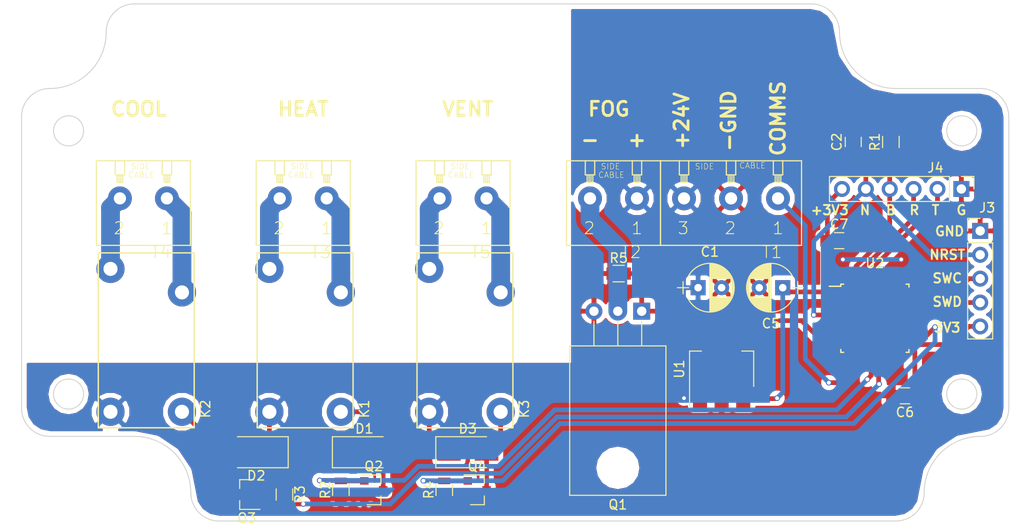
<source format=kicad_pcb>
(kicad_pcb (version 4) (host pcbnew 4.0.7-e2-6376~58~ubuntu16.04.1)

  (general
    (links 68)
    (no_connects 0)
    (area 85.119143 53.399999 193.000001 109.575)
    (thickness 1.6)
    (drawings 49)
    (tracks 168)
    (zones 0)
    (modules 29)
    (nets 25)
  )

  (page A4)
  (layers
    (0 F.Cu signal)
    (31 B.Cu signal)
    (32 B.Adhes user)
    (33 F.Adhes user)
    (34 B.Paste user)
    (35 F.Paste user)
    (36 B.SilkS user)
    (37 F.SilkS user)
    (38 B.Mask user)
    (39 F.Mask user)
    (40 Dwgs.User user)
    (41 Cmts.User user)
    (42 Eco1.User user)
    (43 Eco2.User user)
    (44 Edge.Cuts user)
    (45 Margin user)
    (46 B.CrtYd user)
    (47 F.CrtYd user)
    (48 B.Fab user)
    (49 F.Fab user)
  )

  (setup
    (last_trace_width 0.5)
    (user_trace_width 0.3)
    (user_trace_width 0.5)
    (user_trace_width 1)
    (user_trace_width 2)
    (trace_clearance 0.2)
    (zone_clearance 0.508)
    (zone_45_only no)
    (trace_min 0.2)
    (segment_width 0.2)
    (edge_width 0.15)
    (via_size 0.6)
    (via_drill 0.4)
    (via_min_size 0.4)
    (via_min_drill 0.3)
    (uvia_size 0.3)
    (uvia_drill 0.1)
    (uvias_allowed no)
    (uvia_min_size 0.2)
    (uvia_min_drill 0.1)
    (pcb_text_width 0.3)
    (pcb_text_size 1.5 1.5)
    (mod_edge_width 0.15)
    (mod_text_size 1 1)
    (mod_text_width 0.15)
    (pad_size 1.524 1.524)
    (pad_drill 0.762)
    (pad_to_mask_clearance 0.2)
    (aux_axis_origin 0 0)
    (visible_elements FFFEFF7F)
    (pcbplotparams
      (layerselection 0x010f0_80000001)
      (usegerberextensions true)
      (excludeedgelayer true)
      (linewidth 0.100000)
      (plotframeref false)
      (viasonmask false)
      (mode 1)
      (useauxorigin false)
      (hpglpennumber 1)
      (hpglpenspeed 20)
      (hpglpendiameter 15)
      (hpglpenoverlay 2)
      (psnegative false)
      (psa4output false)
      (plotreference true)
      (plotvalue false)
      (plotinvisibletext false)
      (padsonsilk false)
      (subtractmaskfromsilk false)
      (outputformat 1)
      (mirror false)
      (drillshape 0)
      (scaleselection 1)
      (outputdirectory gerber/))
  )

  (net 0 "")
  (net 1 +3V3)
  (net 2 GND)
  (net 3 /NRST)
  (net 4 "Net-(D1-Pad2)")
  (net 5 /SWCLK)
  (net 6 /SWDIO)
  (net 7 /MCU_TX)
  (net 8 /MCU_RX)
  (net 9 /BOOT0)
  (net 10 +24V)
  (net 11 "Net-(D2-Pad2)")
  (net 12 "Net-(D3-Pad2)")
  (net 13 "Net-(K1-Pad2)")
  (net 14 "Net-(K1-Pad3)")
  (net 15 "Net-(K2-Pad2)")
  (net 16 "Net-(K2-Pad3)")
  (net 17 "Net-(K3-Pad2)")
  (net 18 "Net-(K3-Pad3)")
  (net 19 /FOGGER)
  (net 20 "Net-(Q1-Pad2)")
  (net 21 /HEAT)
  (net 22 /COOL)
  (net 23 /VENT)
  (net 24 /COMMS)

  (net_class Default "This is the default net class."
    (clearance 0.2)
    (trace_width 0.5)
    (via_dia 0.6)
    (via_drill 0.4)
    (uvia_dia 0.3)
    (uvia_drill 0.1)
    (add_net +24V)
    (add_net +3V3)
    (add_net /BOOT0)
    (add_net /COMMS)
    (add_net /COOL)
    (add_net /FOGGER)
    (add_net /HEAT)
    (add_net /MCU_RX)
    (add_net /MCU_TX)
    (add_net /NRST)
    (add_net /SWCLK)
    (add_net /SWDIO)
    (add_net /VENT)
    (add_net GND)
    (add_net "Net-(D1-Pad2)")
    (add_net "Net-(D2-Pad2)")
    (add_net "Net-(D3-Pad2)")
    (add_net "Net-(K1-Pad2)")
    (add_net "Net-(K1-Pad3)")
    (add_net "Net-(K2-Pad2)")
    (add_net "Net-(K2-Pad3)")
    (add_net "Net-(K3-Pad2)")
    (add_net "Net-(K3-Pad3)")
    (add_net "Net-(Q1-Pad2)")
  )

  (module Housings_QFP:LQFP-32_7x7mm_Pitch0.8mm (layer F.Cu) (tedit 54130A77) (tstamp 59F9B5F1)
    (at 178.3 87.25)
    (descr "LQFP32: plastic low profile quad flat package; 32 leads; body 7 x 7 x 1.4 mm (see NXP sot358-1_po.pdf and sot358-1_fr.pdf)")
    (tags "QFP 0.8")
    (path /59F6B915)
    (attr smd)
    (fp_text reference U2 (at 0 -5.85) (layer F.SilkS)
      (effects (font (size 1 1) (thickness 0.15)))
    )
    (fp_text value STM32L031K6Tx (at 0 5.85) (layer F.Fab)
      (effects (font (size 1 1) (thickness 0.15)))
    )
    (fp_text user %R (at 0 0) (layer F.Fab)
      (effects (font (size 1 1) (thickness 0.15)))
    )
    (fp_line (start -2.5 -3.5) (end 3.5 -3.5) (layer F.Fab) (width 0.15))
    (fp_line (start 3.5 -3.5) (end 3.5 3.5) (layer F.Fab) (width 0.15))
    (fp_line (start 3.5 3.5) (end -3.5 3.5) (layer F.Fab) (width 0.15))
    (fp_line (start -3.5 3.5) (end -3.5 -2.5) (layer F.Fab) (width 0.15))
    (fp_line (start -3.5 -2.5) (end -2.5 -3.5) (layer F.Fab) (width 0.15))
    (fp_line (start -5.1 -5.1) (end -5.1 5.1) (layer F.CrtYd) (width 0.05))
    (fp_line (start 5.1 -5.1) (end 5.1 5.1) (layer F.CrtYd) (width 0.05))
    (fp_line (start -5.1 -5.1) (end 5.1 -5.1) (layer F.CrtYd) (width 0.05))
    (fp_line (start -5.1 5.1) (end 5.1 5.1) (layer F.CrtYd) (width 0.05))
    (fp_line (start -3.625 -3.625) (end -3.625 -3.4) (layer F.SilkS) (width 0.15))
    (fp_line (start 3.625 -3.625) (end 3.625 -3.325) (layer F.SilkS) (width 0.15))
    (fp_line (start 3.625 3.625) (end 3.625 3.325) (layer F.SilkS) (width 0.15))
    (fp_line (start -3.625 3.625) (end -3.625 3.325) (layer F.SilkS) (width 0.15))
    (fp_line (start -3.625 -3.625) (end -3.325 -3.625) (layer F.SilkS) (width 0.15))
    (fp_line (start -3.625 3.625) (end -3.325 3.625) (layer F.SilkS) (width 0.15))
    (fp_line (start 3.625 3.625) (end 3.325 3.625) (layer F.SilkS) (width 0.15))
    (fp_line (start 3.625 -3.625) (end 3.325 -3.625) (layer F.SilkS) (width 0.15))
    (fp_line (start -3.625 -3.4) (end -4.85 -3.4) (layer F.SilkS) (width 0.15))
    (pad 1 smd rect (at -4.25 -2.8) (size 1.2 0.6) (layers F.Cu F.Paste F.Mask)
      (net 1 +3V3))
    (pad 2 smd rect (at -4.25 -2) (size 1.2 0.6) (layers F.Cu F.Paste F.Mask))
    (pad 3 smd rect (at -4.25 -1.2) (size 1.2 0.6) (layers F.Cu F.Paste F.Mask))
    (pad 4 smd rect (at -4.25 -0.4) (size 1.2 0.6) (layers F.Cu F.Paste F.Mask)
      (net 3 /NRST))
    (pad 5 smd rect (at -4.25 0.4) (size 1.2 0.6) (layers F.Cu F.Paste F.Mask)
      (net 1 +3V3))
    (pad 6 smd rect (at -4.25 1.2) (size 1.2 0.6) (layers F.Cu F.Paste F.Mask))
    (pad 7 smd rect (at -4.25 2) (size 1.2 0.6) (layers F.Cu F.Paste F.Mask)
      (net 19 /FOGGER))
    (pad 8 smd rect (at -4.25 2.8) (size 1.2 0.6) (layers F.Cu F.Paste F.Mask))
    (pad 9 smd rect (at -2.8 4.25 90) (size 1.2 0.6) (layers F.Cu F.Paste F.Mask)
      (net 24 /COMMS))
    (pad 10 smd rect (at -2 4.25 90) (size 1.2 0.6) (layers F.Cu F.Paste F.Mask))
    (pad 11 smd rect (at -1.2 4.25 90) (size 1.2 0.6) (layers F.Cu F.Paste F.Mask))
    (pad 12 smd rect (at -0.4 4.25 90) (size 1.2 0.6) (layers F.Cu F.Paste F.Mask)
      (net 21 /HEAT))
    (pad 13 smd rect (at 0.4 4.25 90) (size 1.2 0.6) (layers F.Cu F.Paste F.Mask)
      (net 22 /COOL))
    (pad 14 smd rect (at 1.2 4.25 90) (size 1.2 0.6) (layers F.Cu F.Paste F.Mask))
    (pad 15 smd rect (at 2 4.25 90) (size 1.2 0.6) (layers F.Cu F.Paste F.Mask))
    (pad 16 smd rect (at 2.8 4.25 90) (size 1.2 0.6) (layers F.Cu F.Paste F.Mask)
      (net 2 GND))
    (pad 17 smd rect (at 4.25 2.8) (size 1.2 0.6) (layers F.Cu F.Paste F.Mask)
      (net 1 +3V3))
    (pad 18 smd rect (at 4.25 2) (size 1.2 0.6) (layers F.Cu F.Paste F.Mask)
      (net 23 /VENT))
    (pad 19 smd rect (at 4.25 1.2) (size 1.2 0.6) (layers F.Cu F.Paste F.Mask))
    (pad 20 smd rect (at 4.25 0.4) (size 1.2 0.6) (layers F.Cu F.Paste F.Mask))
    (pad 21 smd rect (at 4.25 -0.4) (size 1.2 0.6) (layers F.Cu F.Paste F.Mask))
    (pad 22 smd rect (at 4.25 -1.2) (size 1.2 0.6) (layers F.Cu F.Paste F.Mask))
    (pad 23 smd rect (at 4.25 -2) (size 1.2 0.6) (layers F.Cu F.Paste F.Mask)
      (net 6 /SWDIO))
    (pad 24 smd rect (at 4.25 -2.8) (size 1.2 0.6) (layers F.Cu F.Paste F.Mask)
      (net 5 /SWCLK))
    (pad 25 smd rect (at 2.8 -4.25 90) (size 1.2 0.6) (layers F.Cu F.Paste F.Mask))
    (pad 26 smd rect (at 2 -4.25 90) (size 1.2 0.6) (layers F.Cu F.Paste F.Mask))
    (pad 27 smd rect (at 1.2 -4.25 90) (size 1.2 0.6) (layers F.Cu F.Paste F.Mask))
    (pad 28 smd rect (at 0.4 -4.25 90) (size 1.2 0.6) (layers F.Cu F.Paste F.Mask))
    (pad 29 smd rect (at -0.4 -4.25 90) (size 1.2 0.6) (layers F.Cu F.Paste F.Mask)
      (net 7 /MCU_TX))
    (pad 30 smd rect (at -1.2 -4.25 90) (size 1.2 0.6) (layers F.Cu F.Paste F.Mask)
      (net 8 /MCU_RX))
    (pad 31 smd rect (at -2 -4.25 90) (size 1.2 0.6) (layers F.Cu F.Paste F.Mask)
      (net 9 /BOOT0))
    (pad 32 smd rect (at -2.8 -4.25 90) (size 1.2 0.6) (layers F.Cu F.Paste F.Mask)
      (net 2 GND))
    (model ${KISYS3DMOD}/Housings_QFP.3dshapes/LQFP-32_7x7mm_Pitch0.8mm.wrl
      (at (xyz 0 0 0))
      (scale (xyz 1 1 1))
      (rotate (xyz 0 0 0))
    )
  )

  (module Capacitors_THT:CP_Radial_D5.0mm_P2.50mm (layer F.Cu) (tedit 597BC7C2) (tstamp 59F9B510)
    (at 159.5 84)
    (descr "CP, Radial series, Radial, pin pitch=2.50mm, , diameter=5mm, Electrolytic Capacitor")
    (tags "CP Radial series Radial pin pitch 2.50mm  diameter 5mm Electrolytic Capacitor")
    (path /59F6F604)
    (fp_text reference C1 (at 1.25 -3.81) (layer F.SilkS)
      (effects (font (size 1 1) (thickness 0.15)))
    )
    (fp_text value CP (at 1.25 3.81) (layer F.Fab)
      (effects (font (size 1 1) (thickness 0.15)))
    )
    (fp_arc (start 1.25 0) (end -1.05558 -1.18) (angle 125.8) (layer F.SilkS) (width 0.12))
    (fp_arc (start 1.25 0) (end -1.05558 1.18) (angle -125.8) (layer F.SilkS) (width 0.12))
    (fp_arc (start 1.25 0) (end 3.55558 -1.18) (angle 54.2) (layer F.SilkS) (width 0.12))
    (fp_circle (center 1.25 0) (end 3.75 0) (layer F.Fab) (width 0.1))
    (fp_line (start -2.2 0) (end -1 0) (layer F.Fab) (width 0.1))
    (fp_line (start -1.6 -0.65) (end -1.6 0.65) (layer F.Fab) (width 0.1))
    (fp_line (start 1.25 -2.55) (end 1.25 2.55) (layer F.SilkS) (width 0.12))
    (fp_line (start 1.29 -2.55) (end 1.29 2.55) (layer F.SilkS) (width 0.12))
    (fp_line (start 1.33 -2.549) (end 1.33 2.549) (layer F.SilkS) (width 0.12))
    (fp_line (start 1.37 -2.548) (end 1.37 2.548) (layer F.SilkS) (width 0.12))
    (fp_line (start 1.41 -2.546) (end 1.41 2.546) (layer F.SilkS) (width 0.12))
    (fp_line (start 1.45 -2.543) (end 1.45 2.543) (layer F.SilkS) (width 0.12))
    (fp_line (start 1.49 -2.539) (end 1.49 2.539) (layer F.SilkS) (width 0.12))
    (fp_line (start 1.53 -2.535) (end 1.53 -0.98) (layer F.SilkS) (width 0.12))
    (fp_line (start 1.53 0.98) (end 1.53 2.535) (layer F.SilkS) (width 0.12))
    (fp_line (start 1.57 -2.531) (end 1.57 -0.98) (layer F.SilkS) (width 0.12))
    (fp_line (start 1.57 0.98) (end 1.57 2.531) (layer F.SilkS) (width 0.12))
    (fp_line (start 1.61 -2.525) (end 1.61 -0.98) (layer F.SilkS) (width 0.12))
    (fp_line (start 1.61 0.98) (end 1.61 2.525) (layer F.SilkS) (width 0.12))
    (fp_line (start 1.65 -2.519) (end 1.65 -0.98) (layer F.SilkS) (width 0.12))
    (fp_line (start 1.65 0.98) (end 1.65 2.519) (layer F.SilkS) (width 0.12))
    (fp_line (start 1.69 -2.513) (end 1.69 -0.98) (layer F.SilkS) (width 0.12))
    (fp_line (start 1.69 0.98) (end 1.69 2.513) (layer F.SilkS) (width 0.12))
    (fp_line (start 1.73 -2.506) (end 1.73 -0.98) (layer F.SilkS) (width 0.12))
    (fp_line (start 1.73 0.98) (end 1.73 2.506) (layer F.SilkS) (width 0.12))
    (fp_line (start 1.77 -2.498) (end 1.77 -0.98) (layer F.SilkS) (width 0.12))
    (fp_line (start 1.77 0.98) (end 1.77 2.498) (layer F.SilkS) (width 0.12))
    (fp_line (start 1.81 -2.489) (end 1.81 -0.98) (layer F.SilkS) (width 0.12))
    (fp_line (start 1.81 0.98) (end 1.81 2.489) (layer F.SilkS) (width 0.12))
    (fp_line (start 1.85 -2.48) (end 1.85 -0.98) (layer F.SilkS) (width 0.12))
    (fp_line (start 1.85 0.98) (end 1.85 2.48) (layer F.SilkS) (width 0.12))
    (fp_line (start 1.89 -2.47) (end 1.89 -0.98) (layer F.SilkS) (width 0.12))
    (fp_line (start 1.89 0.98) (end 1.89 2.47) (layer F.SilkS) (width 0.12))
    (fp_line (start 1.93 -2.46) (end 1.93 -0.98) (layer F.SilkS) (width 0.12))
    (fp_line (start 1.93 0.98) (end 1.93 2.46) (layer F.SilkS) (width 0.12))
    (fp_line (start 1.971 -2.448) (end 1.971 -0.98) (layer F.SilkS) (width 0.12))
    (fp_line (start 1.971 0.98) (end 1.971 2.448) (layer F.SilkS) (width 0.12))
    (fp_line (start 2.011 -2.436) (end 2.011 -0.98) (layer F.SilkS) (width 0.12))
    (fp_line (start 2.011 0.98) (end 2.011 2.436) (layer F.SilkS) (width 0.12))
    (fp_line (start 2.051 -2.424) (end 2.051 -0.98) (layer F.SilkS) (width 0.12))
    (fp_line (start 2.051 0.98) (end 2.051 2.424) (layer F.SilkS) (width 0.12))
    (fp_line (start 2.091 -2.41) (end 2.091 -0.98) (layer F.SilkS) (width 0.12))
    (fp_line (start 2.091 0.98) (end 2.091 2.41) (layer F.SilkS) (width 0.12))
    (fp_line (start 2.131 -2.396) (end 2.131 -0.98) (layer F.SilkS) (width 0.12))
    (fp_line (start 2.131 0.98) (end 2.131 2.396) (layer F.SilkS) (width 0.12))
    (fp_line (start 2.171 -2.382) (end 2.171 -0.98) (layer F.SilkS) (width 0.12))
    (fp_line (start 2.171 0.98) (end 2.171 2.382) (layer F.SilkS) (width 0.12))
    (fp_line (start 2.211 -2.366) (end 2.211 -0.98) (layer F.SilkS) (width 0.12))
    (fp_line (start 2.211 0.98) (end 2.211 2.366) (layer F.SilkS) (width 0.12))
    (fp_line (start 2.251 -2.35) (end 2.251 -0.98) (layer F.SilkS) (width 0.12))
    (fp_line (start 2.251 0.98) (end 2.251 2.35) (layer F.SilkS) (width 0.12))
    (fp_line (start 2.291 -2.333) (end 2.291 -0.98) (layer F.SilkS) (width 0.12))
    (fp_line (start 2.291 0.98) (end 2.291 2.333) (layer F.SilkS) (width 0.12))
    (fp_line (start 2.331 -2.315) (end 2.331 -0.98) (layer F.SilkS) (width 0.12))
    (fp_line (start 2.331 0.98) (end 2.331 2.315) (layer F.SilkS) (width 0.12))
    (fp_line (start 2.371 -2.296) (end 2.371 -0.98) (layer F.SilkS) (width 0.12))
    (fp_line (start 2.371 0.98) (end 2.371 2.296) (layer F.SilkS) (width 0.12))
    (fp_line (start 2.411 -2.276) (end 2.411 -0.98) (layer F.SilkS) (width 0.12))
    (fp_line (start 2.411 0.98) (end 2.411 2.276) (layer F.SilkS) (width 0.12))
    (fp_line (start 2.451 -2.256) (end 2.451 -0.98) (layer F.SilkS) (width 0.12))
    (fp_line (start 2.451 0.98) (end 2.451 2.256) (layer F.SilkS) (width 0.12))
    (fp_line (start 2.491 -2.234) (end 2.491 -0.98) (layer F.SilkS) (width 0.12))
    (fp_line (start 2.491 0.98) (end 2.491 2.234) (layer F.SilkS) (width 0.12))
    (fp_line (start 2.531 -2.212) (end 2.531 -0.98) (layer F.SilkS) (width 0.12))
    (fp_line (start 2.531 0.98) (end 2.531 2.212) (layer F.SilkS) (width 0.12))
    (fp_line (start 2.571 -2.189) (end 2.571 -0.98) (layer F.SilkS) (width 0.12))
    (fp_line (start 2.571 0.98) (end 2.571 2.189) (layer F.SilkS) (width 0.12))
    (fp_line (start 2.611 -2.165) (end 2.611 -0.98) (layer F.SilkS) (width 0.12))
    (fp_line (start 2.611 0.98) (end 2.611 2.165) (layer F.SilkS) (width 0.12))
    (fp_line (start 2.651 -2.14) (end 2.651 -0.98) (layer F.SilkS) (width 0.12))
    (fp_line (start 2.651 0.98) (end 2.651 2.14) (layer F.SilkS) (width 0.12))
    (fp_line (start 2.691 -2.113) (end 2.691 -0.98) (layer F.SilkS) (width 0.12))
    (fp_line (start 2.691 0.98) (end 2.691 2.113) (layer F.SilkS) (width 0.12))
    (fp_line (start 2.731 -2.086) (end 2.731 -0.98) (layer F.SilkS) (width 0.12))
    (fp_line (start 2.731 0.98) (end 2.731 2.086) (layer F.SilkS) (width 0.12))
    (fp_line (start 2.771 -2.058) (end 2.771 -0.98) (layer F.SilkS) (width 0.12))
    (fp_line (start 2.771 0.98) (end 2.771 2.058) (layer F.SilkS) (width 0.12))
    (fp_line (start 2.811 -2.028) (end 2.811 -0.98) (layer F.SilkS) (width 0.12))
    (fp_line (start 2.811 0.98) (end 2.811 2.028) (layer F.SilkS) (width 0.12))
    (fp_line (start 2.851 -1.997) (end 2.851 -0.98) (layer F.SilkS) (width 0.12))
    (fp_line (start 2.851 0.98) (end 2.851 1.997) (layer F.SilkS) (width 0.12))
    (fp_line (start 2.891 -1.965) (end 2.891 -0.98) (layer F.SilkS) (width 0.12))
    (fp_line (start 2.891 0.98) (end 2.891 1.965) (layer F.SilkS) (width 0.12))
    (fp_line (start 2.931 -1.932) (end 2.931 -0.98) (layer F.SilkS) (width 0.12))
    (fp_line (start 2.931 0.98) (end 2.931 1.932) (layer F.SilkS) (width 0.12))
    (fp_line (start 2.971 -1.897) (end 2.971 -0.98) (layer F.SilkS) (width 0.12))
    (fp_line (start 2.971 0.98) (end 2.971 1.897) (layer F.SilkS) (width 0.12))
    (fp_line (start 3.011 -1.861) (end 3.011 -0.98) (layer F.SilkS) (width 0.12))
    (fp_line (start 3.011 0.98) (end 3.011 1.861) (layer F.SilkS) (width 0.12))
    (fp_line (start 3.051 -1.823) (end 3.051 -0.98) (layer F.SilkS) (width 0.12))
    (fp_line (start 3.051 0.98) (end 3.051 1.823) (layer F.SilkS) (width 0.12))
    (fp_line (start 3.091 -1.783) (end 3.091 -0.98) (layer F.SilkS) (width 0.12))
    (fp_line (start 3.091 0.98) (end 3.091 1.783) (layer F.SilkS) (width 0.12))
    (fp_line (start 3.131 -1.742) (end 3.131 -0.98) (layer F.SilkS) (width 0.12))
    (fp_line (start 3.131 0.98) (end 3.131 1.742) (layer F.SilkS) (width 0.12))
    (fp_line (start 3.171 -1.699) (end 3.171 -0.98) (layer F.SilkS) (width 0.12))
    (fp_line (start 3.171 0.98) (end 3.171 1.699) (layer F.SilkS) (width 0.12))
    (fp_line (start 3.211 -1.654) (end 3.211 -0.98) (layer F.SilkS) (width 0.12))
    (fp_line (start 3.211 0.98) (end 3.211 1.654) (layer F.SilkS) (width 0.12))
    (fp_line (start 3.251 -1.606) (end 3.251 -0.98) (layer F.SilkS) (width 0.12))
    (fp_line (start 3.251 0.98) (end 3.251 1.606) (layer F.SilkS) (width 0.12))
    (fp_line (start 3.291 -1.556) (end 3.291 -0.98) (layer F.SilkS) (width 0.12))
    (fp_line (start 3.291 0.98) (end 3.291 1.556) (layer F.SilkS) (width 0.12))
    (fp_line (start 3.331 -1.504) (end 3.331 -0.98) (layer F.SilkS) (width 0.12))
    (fp_line (start 3.331 0.98) (end 3.331 1.504) (layer F.SilkS) (width 0.12))
    (fp_line (start 3.371 -1.448) (end 3.371 -0.98) (layer F.SilkS) (width 0.12))
    (fp_line (start 3.371 0.98) (end 3.371 1.448) (layer F.SilkS) (width 0.12))
    (fp_line (start 3.411 -1.39) (end 3.411 -0.98) (layer F.SilkS) (width 0.12))
    (fp_line (start 3.411 0.98) (end 3.411 1.39) (layer F.SilkS) (width 0.12))
    (fp_line (start 3.451 -1.327) (end 3.451 -0.98) (layer F.SilkS) (width 0.12))
    (fp_line (start 3.451 0.98) (end 3.451 1.327) (layer F.SilkS) (width 0.12))
    (fp_line (start 3.491 -1.261) (end 3.491 1.261) (layer F.SilkS) (width 0.12))
    (fp_line (start 3.531 -1.189) (end 3.531 1.189) (layer F.SilkS) (width 0.12))
    (fp_line (start 3.571 -1.112) (end 3.571 1.112) (layer F.SilkS) (width 0.12))
    (fp_line (start 3.611 -1.028) (end 3.611 1.028) (layer F.SilkS) (width 0.12))
    (fp_line (start 3.651 -0.934) (end 3.651 0.934) (layer F.SilkS) (width 0.12))
    (fp_line (start 3.691 -0.829) (end 3.691 0.829) (layer F.SilkS) (width 0.12))
    (fp_line (start 3.731 -0.707) (end 3.731 0.707) (layer F.SilkS) (width 0.12))
    (fp_line (start 3.771 -0.559) (end 3.771 0.559) (layer F.SilkS) (width 0.12))
    (fp_line (start 3.811 -0.354) (end 3.811 0.354) (layer F.SilkS) (width 0.12))
    (fp_line (start -2.2 0) (end -1 0) (layer F.SilkS) (width 0.12))
    (fp_line (start -1.6 -0.65) (end -1.6 0.65) (layer F.SilkS) (width 0.12))
    (fp_line (start -1.6 -2.85) (end -1.6 2.85) (layer F.CrtYd) (width 0.05))
    (fp_line (start -1.6 2.85) (end 4.1 2.85) (layer F.CrtYd) (width 0.05))
    (fp_line (start 4.1 2.85) (end 4.1 -2.85) (layer F.CrtYd) (width 0.05))
    (fp_line (start 4.1 -2.85) (end -1.6 -2.85) (layer F.CrtYd) (width 0.05))
    (fp_text user %R (at 1.25 0) (layer F.Fab)
      (effects (font (size 1 1) (thickness 0.15)))
    )
    (pad 1 thru_hole rect (at 0 0) (size 1.6 1.6) (drill 0.8) (layers *.Cu *.Mask)
      (net 10 +24V))
    (pad 2 thru_hole circle (at 2.5 0) (size 1.6 1.6) (drill 0.8) (layers *.Cu *.Mask)
      (net 2 GND))
    (model ${KISYS3DMOD}/Capacitors_THT.3dshapes/CP_Radial_D5.0mm_P2.50mm.wrl
      (at (xyz 0 0 0))
      (scale (xyz 1 1 1))
      (rotate (xyz 0 0 0))
    )
  )

  (module Capacitors_SMD:C_0805_HandSoldering (layer F.Cu) (tedit 58AA84A8) (tstamp 59F9B516)
    (at 176 68.5 90)
    (descr "Capacitor SMD 0805, hand soldering")
    (tags "capacitor 0805")
    (path /59F6BA9A)
    (attr smd)
    (fp_text reference C2 (at 0 -1.75 90) (layer F.SilkS)
      (effects (font (size 1 1) (thickness 0.15)))
    )
    (fp_text value 100nf (at 0 1.75 90) (layer F.Fab)
      (effects (font (size 1 1) (thickness 0.15)))
    )
    (fp_text user %R (at 0 -1.75 90) (layer F.Fab)
      (effects (font (size 1 1) (thickness 0.15)))
    )
    (fp_line (start -1 0.62) (end -1 -0.62) (layer F.Fab) (width 0.1))
    (fp_line (start 1 0.62) (end -1 0.62) (layer F.Fab) (width 0.1))
    (fp_line (start 1 -0.62) (end 1 0.62) (layer F.Fab) (width 0.1))
    (fp_line (start -1 -0.62) (end 1 -0.62) (layer F.Fab) (width 0.1))
    (fp_line (start 0.5 -0.85) (end -0.5 -0.85) (layer F.SilkS) (width 0.12))
    (fp_line (start -0.5 0.85) (end 0.5 0.85) (layer F.SilkS) (width 0.12))
    (fp_line (start -2.25 -0.88) (end 2.25 -0.88) (layer F.CrtYd) (width 0.05))
    (fp_line (start -2.25 -0.88) (end -2.25 0.87) (layer F.CrtYd) (width 0.05))
    (fp_line (start 2.25 0.87) (end 2.25 -0.88) (layer F.CrtYd) (width 0.05))
    (fp_line (start 2.25 0.87) (end -2.25 0.87) (layer F.CrtYd) (width 0.05))
    (pad 1 smd rect (at -1.25 0 90) (size 1.5 1.25) (layers F.Cu F.Paste F.Mask)
      (net 3 /NRST))
    (pad 2 smd rect (at 1.25 0 90) (size 1.5 1.25) (layers F.Cu F.Paste F.Mask)
      (net 2 GND))
    (model Capacitors_SMD.3dshapes/C_0805.wrl
      (at (xyz 0 0 0))
      (scale (xyz 1 1 1))
      (rotate (xyz 0 0 0))
    )
  )

  (module Capacitors_THT:CP_Radial_D5.0mm_P2.50mm (layer F.Cu) (tedit 597BC7C2) (tstamp 59F9B528)
    (at 168.5 84 180)
    (descr "CP, Radial series, Radial, pin pitch=2.50mm, , diameter=5mm, Electrolytic Capacitor")
    (tags "CP Radial series Radial pin pitch 2.50mm  diameter 5mm Electrolytic Capacitor")
    (path /59F6F688)
    (fp_text reference C5 (at 1.25 -3.81 180) (layer F.SilkS)
      (effects (font (size 1 1) (thickness 0.15)))
    )
    (fp_text value CP (at 1.25 3.81 180) (layer F.Fab)
      (effects (font (size 1 1) (thickness 0.15)))
    )
    (fp_arc (start 1.25 0) (end -1.05558 -1.18) (angle 125.8) (layer F.SilkS) (width 0.12))
    (fp_arc (start 1.25 0) (end -1.05558 1.18) (angle -125.8) (layer F.SilkS) (width 0.12))
    (fp_arc (start 1.25 0) (end 3.55558 -1.18) (angle 54.2) (layer F.SilkS) (width 0.12))
    (fp_circle (center 1.25 0) (end 3.75 0) (layer F.Fab) (width 0.1))
    (fp_line (start -2.2 0) (end -1 0) (layer F.Fab) (width 0.1))
    (fp_line (start -1.6 -0.65) (end -1.6 0.65) (layer F.Fab) (width 0.1))
    (fp_line (start 1.25 -2.55) (end 1.25 2.55) (layer F.SilkS) (width 0.12))
    (fp_line (start 1.29 -2.55) (end 1.29 2.55) (layer F.SilkS) (width 0.12))
    (fp_line (start 1.33 -2.549) (end 1.33 2.549) (layer F.SilkS) (width 0.12))
    (fp_line (start 1.37 -2.548) (end 1.37 2.548) (layer F.SilkS) (width 0.12))
    (fp_line (start 1.41 -2.546) (end 1.41 2.546) (layer F.SilkS) (width 0.12))
    (fp_line (start 1.45 -2.543) (end 1.45 2.543) (layer F.SilkS) (width 0.12))
    (fp_line (start 1.49 -2.539) (end 1.49 2.539) (layer F.SilkS) (width 0.12))
    (fp_line (start 1.53 -2.535) (end 1.53 -0.98) (layer F.SilkS) (width 0.12))
    (fp_line (start 1.53 0.98) (end 1.53 2.535) (layer F.SilkS) (width 0.12))
    (fp_line (start 1.57 -2.531) (end 1.57 -0.98) (layer F.SilkS) (width 0.12))
    (fp_line (start 1.57 0.98) (end 1.57 2.531) (layer F.SilkS) (width 0.12))
    (fp_line (start 1.61 -2.525) (end 1.61 -0.98) (layer F.SilkS) (width 0.12))
    (fp_line (start 1.61 0.98) (end 1.61 2.525) (layer F.SilkS) (width 0.12))
    (fp_line (start 1.65 -2.519) (end 1.65 -0.98) (layer F.SilkS) (width 0.12))
    (fp_line (start 1.65 0.98) (end 1.65 2.519) (layer F.SilkS) (width 0.12))
    (fp_line (start 1.69 -2.513) (end 1.69 -0.98) (layer F.SilkS) (width 0.12))
    (fp_line (start 1.69 0.98) (end 1.69 2.513) (layer F.SilkS) (width 0.12))
    (fp_line (start 1.73 -2.506) (end 1.73 -0.98) (layer F.SilkS) (width 0.12))
    (fp_line (start 1.73 0.98) (end 1.73 2.506) (layer F.SilkS) (width 0.12))
    (fp_line (start 1.77 -2.498) (end 1.77 -0.98) (layer F.SilkS) (width 0.12))
    (fp_line (start 1.77 0.98) (end 1.77 2.498) (layer F.SilkS) (width 0.12))
    (fp_line (start 1.81 -2.489) (end 1.81 -0.98) (layer F.SilkS) (width 0.12))
    (fp_line (start 1.81 0.98) (end 1.81 2.489) (layer F.SilkS) (width 0.12))
    (fp_line (start 1.85 -2.48) (end 1.85 -0.98) (layer F.SilkS) (width 0.12))
    (fp_line (start 1.85 0.98) (end 1.85 2.48) (layer F.SilkS) (width 0.12))
    (fp_line (start 1.89 -2.47) (end 1.89 -0.98) (layer F.SilkS) (width 0.12))
    (fp_line (start 1.89 0.98) (end 1.89 2.47) (layer F.SilkS) (width 0.12))
    (fp_line (start 1.93 -2.46) (end 1.93 -0.98) (layer F.SilkS) (width 0.12))
    (fp_line (start 1.93 0.98) (end 1.93 2.46) (layer F.SilkS) (width 0.12))
    (fp_line (start 1.971 -2.448) (end 1.971 -0.98) (layer F.SilkS) (width 0.12))
    (fp_line (start 1.971 0.98) (end 1.971 2.448) (layer F.SilkS) (width 0.12))
    (fp_line (start 2.011 -2.436) (end 2.011 -0.98) (layer F.SilkS) (width 0.12))
    (fp_line (start 2.011 0.98) (end 2.011 2.436) (layer F.SilkS) (width 0.12))
    (fp_line (start 2.051 -2.424) (end 2.051 -0.98) (layer F.SilkS) (width 0.12))
    (fp_line (start 2.051 0.98) (end 2.051 2.424) (layer F.SilkS) (width 0.12))
    (fp_line (start 2.091 -2.41) (end 2.091 -0.98) (layer F.SilkS) (width 0.12))
    (fp_line (start 2.091 0.98) (end 2.091 2.41) (layer F.SilkS) (width 0.12))
    (fp_line (start 2.131 -2.396) (end 2.131 -0.98) (layer F.SilkS) (width 0.12))
    (fp_line (start 2.131 0.98) (end 2.131 2.396) (layer F.SilkS) (width 0.12))
    (fp_line (start 2.171 -2.382) (end 2.171 -0.98) (layer F.SilkS) (width 0.12))
    (fp_line (start 2.171 0.98) (end 2.171 2.382) (layer F.SilkS) (width 0.12))
    (fp_line (start 2.211 -2.366) (end 2.211 -0.98) (layer F.SilkS) (width 0.12))
    (fp_line (start 2.211 0.98) (end 2.211 2.366) (layer F.SilkS) (width 0.12))
    (fp_line (start 2.251 -2.35) (end 2.251 -0.98) (layer F.SilkS) (width 0.12))
    (fp_line (start 2.251 0.98) (end 2.251 2.35) (layer F.SilkS) (width 0.12))
    (fp_line (start 2.291 -2.333) (end 2.291 -0.98) (layer F.SilkS) (width 0.12))
    (fp_line (start 2.291 0.98) (end 2.291 2.333) (layer F.SilkS) (width 0.12))
    (fp_line (start 2.331 -2.315) (end 2.331 -0.98) (layer F.SilkS) (width 0.12))
    (fp_line (start 2.331 0.98) (end 2.331 2.315) (layer F.SilkS) (width 0.12))
    (fp_line (start 2.371 -2.296) (end 2.371 -0.98) (layer F.SilkS) (width 0.12))
    (fp_line (start 2.371 0.98) (end 2.371 2.296) (layer F.SilkS) (width 0.12))
    (fp_line (start 2.411 -2.276) (end 2.411 -0.98) (layer F.SilkS) (width 0.12))
    (fp_line (start 2.411 0.98) (end 2.411 2.276) (layer F.SilkS) (width 0.12))
    (fp_line (start 2.451 -2.256) (end 2.451 -0.98) (layer F.SilkS) (width 0.12))
    (fp_line (start 2.451 0.98) (end 2.451 2.256) (layer F.SilkS) (width 0.12))
    (fp_line (start 2.491 -2.234) (end 2.491 -0.98) (layer F.SilkS) (width 0.12))
    (fp_line (start 2.491 0.98) (end 2.491 2.234) (layer F.SilkS) (width 0.12))
    (fp_line (start 2.531 -2.212) (end 2.531 -0.98) (layer F.SilkS) (width 0.12))
    (fp_line (start 2.531 0.98) (end 2.531 2.212) (layer F.SilkS) (width 0.12))
    (fp_line (start 2.571 -2.189) (end 2.571 -0.98) (layer F.SilkS) (width 0.12))
    (fp_line (start 2.571 0.98) (end 2.571 2.189) (layer F.SilkS) (width 0.12))
    (fp_line (start 2.611 -2.165) (end 2.611 -0.98) (layer F.SilkS) (width 0.12))
    (fp_line (start 2.611 0.98) (end 2.611 2.165) (layer F.SilkS) (width 0.12))
    (fp_line (start 2.651 -2.14) (end 2.651 -0.98) (layer F.SilkS) (width 0.12))
    (fp_line (start 2.651 0.98) (end 2.651 2.14) (layer F.SilkS) (width 0.12))
    (fp_line (start 2.691 -2.113) (end 2.691 -0.98) (layer F.SilkS) (width 0.12))
    (fp_line (start 2.691 0.98) (end 2.691 2.113) (layer F.SilkS) (width 0.12))
    (fp_line (start 2.731 -2.086) (end 2.731 -0.98) (layer F.SilkS) (width 0.12))
    (fp_line (start 2.731 0.98) (end 2.731 2.086) (layer F.SilkS) (width 0.12))
    (fp_line (start 2.771 -2.058) (end 2.771 -0.98) (layer F.SilkS) (width 0.12))
    (fp_line (start 2.771 0.98) (end 2.771 2.058) (layer F.SilkS) (width 0.12))
    (fp_line (start 2.811 -2.028) (end 2.811 -0.98) (layer F.SilkS) (width 0.12))
    (fp_line (start 2.811 0.98) (end 2.811 2.028) (layer F.SilkS) (width 0.12))
    (fp_line (start 2.851 -1.997) (end 2.851 -0.98) (layer F.SilkS) (width 0.12))
    (fp_line (start 2.851 0.98) (end 2.851 1.997) (layer F.SilkS) (width 0.12))
    (fp_line (start 2.891 -1.965) (end 2.891 -0.98) (layer F.SilkS) (width 0.12))
    (fp_line (start 2.891 0.98) (end 2.891 1.965) (layer F.SilkS) (width 0.12))
    (fp_line (start 2.931 -1.932) (end 2.931 -0.98) (layer F.SilkS) (width 0.12))
    (fp_line (start 2.931 0.98) (end 2.931 1.932) (layer F.SilkS) (width 0.12))
    (fp_line (start 2.971 -1.897) (end 2.971 -0.98) (layer F.SilkS) (width 0.12))
    (fp_line (start 2.971 0.98) (end 2.971 1.897) (layer F.SilkS) (width 0.12))
    (fp_line (start 3.011 -1.861) (end 3.011 -0.98) (layer F.SilkS) (width 0.12))
    (fp_line (start 3.011 0.98) (end 3.011 1.861) (layer F.SilkS) (width 0.12))
    (fp_line (start 3.051 -1.823) (end 3.051 -0.98) (layer F.SilkS) (width 0.12))
    (fp_line (start 3.051 0.98) (end 3.051 1.823) (layer F.SilkS) (width 0.12))
    (fp_line (start 3.091 -1.783) (end 3.091 -0.98) (layer F.SilkS) (width 0.12))
    (fp_line (start 3.091 0.98) (end 3.091 1.783) (layer F.SilkS) (width 0.12))
    (fp_line (start 3.131 -1.742) (end 3.131 -0.98) (layer F.SilkS) (width 0.12))
    (fp_line (start 3.131 0.98) (end 3.131 1.742) (layer F.SilkS) (width 0.12))
    (fp_line (start 3.171 -1.699) (end 3.171 -0.98) (layer F.SilkS) (width 0.12))
    (fp_line (start 3.171 0.98) (end 3.171 1.699) (layer F.SilkS) (width 0.12))
    (fp_line (start 3.211 -1.654) (end 3.211 -0.98) (layer F.SilkS) (width 0.12))
    (fp_line (start 3.211 0.98) (end 3.211 1.654) (layer F.SilkS) (width 0.12))
    (fp_line (start 3.251 -1.606) (end 3.251 -0.98) (layer F.SilkS) (width 0.12))
    (fp_line (start 3.251 0.98) (end 3.251 1.606) (layer F.SilkS) (width 0.12))
    (fp_line (start 3.291 -1.556) (end 3.291 -0.98) (layer F.SilkS) (width 0.12))
    (fp_line (start 3.291 0.98) (end 3.291 1.556) (layer F.SilkS) (width 0.12))
    (fp_line (start 3.331 -1.504) (end 3.331 -0.98) (layer F.SilkS) (width 0.12))
    (fp_line (start 3.331 0.98) (end 3.331 1.504) (layer F.SilkS) (width 0.12))
    (fp_line (start 3.371 -1.448) (end 3.371 -0.98) (layer F.SilkS) (width 0.12))
    (fp_line (start 3.371 0.98) (end 3.371 1.448) (layer F.SilkS) (width 0.12))
    (fp_line (start 3.411 -1.39) (end 3.411 -0.98) (layer F.SilkS) (width 0.12))
    (fp_line (start 3.411 0.98) (end 3.411 1.39) (layer F.SilkS) (width 0.12))
    (fp_line (start 3.451 -1.327) (end 3.451 -0.98) (layer F.SilkS) (width 0.12))
    (fp_line (start 3.451 0.98) (end 3.451 1.327) (layer F.SilkS) (width 0.12))
    (fp_line (start 3.491 -1.261) (end 3.491 1.261) (layer F.SilkS) (width 0.12))
    (fp_line (start 3.531 -1.189) (end 3.531 1.189) (layer F.SilkS) (width 0.12))
    (fp_line (start 3.571 -1.112) (end 3.571 1.112) (layer F.SilkS) (width 0.12))
    (fp_line (start 3.611 -1.028) (end 3.611 1.028) (layer F.SilkS) (width 0.12))
    (fp_line (start 3.651 -0.934) (end 3.651 0.934) (layer F.SilkS) (width 0.12))
    (fp_line (start 3.691 -0.829) (end 3.691 0.829) (layer F.SilkS) (width 0.12))
    (fp_line (start 3.731 -0.707) (end 3.731 0.707) (layer F.SilkS) (width 0.12))
    (fp_line (start 3.771 -0.559) (end 3.771 0.559) (layer F.SilkS) (width 0.12))
    (fp_line (start 3.811 -0.354) (end 3.811 0.354) (layer F.SilkS) (width 0.12))
    (fp_line (start -2.2 0) (end -1 0) (layer F.SilkS) (width 0.12))
    (fp_line (start -1.6 -0.65) (end -1.6 0.65) (layer F.SilkS) (width 0.12))
    (fp_line (start -1.6 -2.85) (end -1.6 2.85) (layer F.CrtYd) (width 0.05))
    (fp_line (start -1.6 2.85) (end 4.1 2.85) (layer F.CrtYd) (width 0.05))
    (fp_line (start 4.1 2.85) (end 4.1 -2.85) (layer F.CrtYd) (width 0.05))
    (fp_line (start 4.1 -2.85) (end -1.6 -2.85) (layer F.CrtYd) (width 0.05))
    (fp_text user %R (at 1.25 0 180) (layer F.Fab)
      (effects (font (size 1 1) (thickness 0.15)))
    )
    (pad 1 thru_hole rect (at 0 0 180) (size 1.6 1.6) (drill 0.8) (layers *.Cu *.Mask)
      (net 1 +3V3))
    (pad 2 thru_hole circle (at 2.5 0 180) (size 1.6 1.6) (drill 0.8) (layers *.Cu *.Mask)
      (net 2 GND))
    (model ${KISYS3DMOD}/Capacitors_THT.3dshapes/CP_Radial_D5.0mm_P2.50mm.wrl
      (at (xyz 0 0 0))
      (scale (xyz 1 1 1))
      (rotate (xyz 0 0 0))
    )
  )

  (module Capacitors_SMD:C_0805_HandSoldering (layer F.Cu) (tedit 58AA84A8) (tstamp 59F9B52E)
    (at 181.5 95.5 180)
    (descr "Capacitor SMD 0805, hand soldering")
    (tags "capacitor 0805")
    (path /59F6E5DC)
    (attr smd)
    (fp_text reference C6 (at 0 -1.75 180) (layer F.SilkS)
      (effects (font (size 1 1) (thickness 0.15)))
    )
    (fp_text value 100nf (at 0 1.75 180) (layer F.Fab)
      (effects (font (size 1 1) (thickness 0.15)))
    )
    (fp_text user %R (at 0 -1.75 180) (layer F.Fab)
      (effects (font (size 1 1) (thickness 0.15)))
    )
    (fp_line (start -1 0.62) (end -1 -0.62) (layer F.Fab) (width 0.1))
    (fp_line (start 1 0.62) (end -1 0.62) (layer F.Fab) (width 0.1))
    (fp_line (start 1 -0.62) (end 1 0.62) (layer F.Fab) (width 0.1))
    (fp_line (start -1 -0.62) (end 1 -0.62) (layer F.Fab) (width 0.1))
    (fp_line (start 0.5 -0.85) (end -0.5 -0.85) (layer F.SilkS) (width 0.12))
    (fp_line (start -0.5 0.85) (end 0.5 0.85) (layer F.SilkS) (width 0.12))
    (fp_line (start -2.25 -0.88) (end 2.25 -0.88) (layer F.CrtYd) (width 0.05))
    (fp_line (start -2.25 -0.88) (end -2.25 0.87) (layer F.CrtYd) (width 0.05))
    (fp_line (start 2.25 0.87) (end 2.25 -0.88) (layer F.CrtYd) (width 0.05))
    (fp_line (start 2.25 0.87) (end -2.25 0.87) (layer F.CrtYd) (width 0.05))
    (pad 1 smd rect (at -1.25 0 180) (size 1.5 1.25) (layers F.Cu F.Paste F.Mask)
      (net 1 +3V3))
    (pad 2 smd rect (at 1.25 0 180) (size 1.5 1.25) (layers F.Cu F.Paste F.Mask)
      (net 2 GND))
    (model Capacitors_SMD.3dshapes/C_0805.wrl
      (at (xyz 0 0 0))
      (scale (xyz 1 1 1))
      (rotate (xyz 0 0 0))
    )
  )

  (module Capacitors_SMD:C_0805_HandSoldering (layer F.Cu) (tedit 58AA84A8) (tstamp 59F9B534)
    (at 174.5 79)
    (descr "Capacitor SMD 0805, hand soldering")
    (tags "capacitor 0805")
    (path /59F6E65C)
    (attr smd)
    (fp_text reference C7 (at 0 -1.75) (layer F.SilkS)
      (effects (font (size 1 1) (thickness 0.15)))
    )
    (fp_text value 100nf (at 0 1.75) (layer F.Fab)
      (effects (font (size 1 1) (thickness 0.15)))
    )
    (fp_text user %R (at 0 -1.75) (layer F.Fab)
      (effects (font (size 1 1) (thickness 0.15)))
    )
    (fp_line (start -1 0.62) (end -1 -0.62) (layer F.Fab) (width 0.1))
    (fp_line (start 1 0.62) (end -1 0.62) (layer F.Fab) (width 0.1))
    (fp_line (start 1 -0.62) (end 1 0.62) (layer F.Fab) (width 0.1))
    (fp_line (start -1 -0.62) (end 1 -0.62) (layer F.Fab) (width 0.1))
    (fp_line (start 0.5 -0.85) (end -0.5 -0.85) (layer F.SilkS) (width 0.12))
    (fp_line (start -0.5 0.85) (end 0.5 0.85) (layer F.SilkS) (width 0.12))
    (fp_line (start -2.25 -0.88) (end 2.25 -0.88) (layer F.CrtYd) (width 0.05))
    (fp_line (start -2.25 -0.88) (end -2.25 0.87) (layer F.CrtYd) (width 0.05))
    (fp_line (start 2.25 0.87) (end 2.25 -0.88) (layer F.CrtYd) (width 0.05))
    (fp_line (start 2.25 0.87) (end -2.25 0.87) (layer F.CrtYd) (width 0.05))
    (pad 1 smd rect (at -1.25 0) (size 1.5 1.25) (layers F.Cu F.Paste F.Mask)
      (net 1 +3V3))
    (pad 2 smd rect (at 1.25 0) (size 1.5 1.25) (layers F.Cu F.Paste F.Mask)
      (net 2 GND))
    (model Capacitors_SMD.3dshapes/C_0805.wrl
      (at (xyz 0 0 0))
      (scale (xyz 1 1 1))
      (rotate (xyz 0 0 0))
    )
  )

  (module Diodes_SMD:D_SMA (layer F.Cu) (tedit 586432E5) (tstamp 59F9B53A)
    (at 124 101.5)
    (descr "Diode SMA (DO-214AC)")
    (tags "Diode SMA (DO-214AC)")
    (path /59FBBD3C)
    (attr smd)
    (fp_text reference D1 (at 0 -2.5) (layer F.SilkS)
      (effects (font (size 1 1) (thickness 0.15)))
    )
    (fp_text value S1M (at 0 2.6) (layer F.Fab)
      (effects (font (size 1 1) (thickness 0.15)))
    )
    (fp_text user %R (at 0 -2.5) (layer F.Fab)
      (effects (font (size 1 1) (thickness 0.15)))
    )
    (fp_line (start -3.4 -1.65) (end -3.4 1.65) (layer F.SilkS) (width 0.12))
    (fp_line (start 2.3 1.5) (end -2.3 1.5) (layer F.Fab) (width 0.1))
    (fp_line (start -2.3 1.5) (end -2.3 -1.5) (layer F.Fab) (width 0.1))
    (fp_line (start 2.3 -1.5) (end 2.3 1.5) (layer F.Fab) (width 0.1))
    (fp_line (start 2.3 -1.5) (end -2.3 -1.5) (layer F.Fab) (width 0.1))
    (fp_line (start -3.5 -1.75) (end 3.5 -1.75) (layer F.CrtYd) (width 0.05))
    (fp_line (start 3.5 -1.75) (end 3.5 1.75) (layer F.CrtYd) (width 0.05))
    (fp_line (start 3.5 1.75) (end -3.5 1.75) (layer F.CrtYd) (width 0.05))
    (fp_line (start -3.5 1.75) (end -3.5 -1.75) (layer F.CrtYd) (width 0.05))
    (fp_line (start -0.64944 0.00102) (end -1.55114 0.00102) (layer F.Fab) (width 0.1))
    (fp_line (start 0.50118 0.00102) (end 1.4994 0.00102) (layer F.Fab) (width 0.1))
    (fp_line (start -0.64944 -0.79908) (end -0.64944 0.80112) (layer F.Fab) (width 0.1))
    (fp_line (start 0.50118 0.75032) (end 0.50118 -0.79908) (layer F.Fab) (width 0.1))
    (fp_line (start -0.64944 0.00102) (end 0.50118 0.75032) (layer F.Fab) (width 0.1))
    (fp_line (start -0.64944 0.00102) (end 0.50118 -0.79908) (layer F.Fab) (width 0.1))
    (fp_line (start -3.4 1.65) (end 2 1.65) (layer F.SilkS) (width 0.12))
    (fp_line (start -3.4 -1.65) (end 2 -1.65) (layer F.SilkS) (width 0.12))
    (pad 1 smd rect (at -2 0) (size 2.5 1.8) (layers F.Cu F.Paste F.Mask)
      (net 10 +24V))
    (pad 2 smd rect (at 2 0) (size 2.5 1.8) (layers F.Cu F.Paste F.Mask)
      (net 4 "Net-(D1-Pad2)"))
    (model ${KISYS3DMOD}/Diodes_SMD.3dshapes/D_SMA.wrl
      (at (xyz 0 0 0))
      (scale (xyz 1 1 1))
      (rotate (xyz 0 0 0))
    )
  )

  (module Diodes_SMD:D_SMA (layer F.Cu) (tedit 586432E5) (tstamp 59F9B540)
    (at 112.5 101.5 180)
    (descr "Diode SMA (DO-214AC)")
    (tags "Diode SMA (DO-214AC)")
    (path /59FBC74E)
    (attr smd)
    (fp_text reference D2 (at 0 -2.5 180) (layer F.SilkS)
      (effects (font (size 1 1) (thickness 0.15)))
    )
    (fp_text value S1M (at 0 2.6 180) (layer F.Fab)
      (effects (font (size 1 1) (thickness 0.15)))
    )
    (fp_text user %R (at 0 -2.5 180) (layer F.Fab)
      (effects (font (size 1 1) (thickness 0.15)))
    )
    (fp_line (start -3.4 -1.65) (end -3.4 1.65) (layer F.SilkS) (width 0.12))
    (fp_line (start 2.3 1.5) (end -2.3 1.5) (layer F.Fab) (width 0.1))
    (fp_line (start -2.3 1.5) (end -2.3 -1.5) (layer F.Fab) (width 0.1))
    (fp_line (start 2.3 -1.5) (end 2.3 1.5) (layer F.Fab) (width 0.1))
    (fp_line (start 2.3 -1.5) (end -2.3 -1.5) (layer F.Fab) (width 0.1))
    (fp_line (start -3.5 -1.75) (end 3.5 -1.75) (layer F.CrtYd) (width 0.05))
    (fp_line (start 3.5 -1.75) (end 3.5 1.75) (layer F.CrtYd) (width 0.05))
    (fp_line (start 3.5 1.75) (end -3.5 1.75) (layer F.CrtYd) (width 0.05))
    (fp_line (start -3.5 1.75) (end -3.5 -1.75) (layer F.CrtYd) (width 0.05))
    (fp_line (start -0.64944 0.00102) (end -1.55114 0.00102) (layer F.Fab) (width 0.1))
    (fp_line (start 0.50118 0.00102) (end 1.4994 0.00102) (layer F.Fab) (width 0.1))
    (fp_line (start -0.64944 -0.79908) (end -0.64944 0.80112) (layer F.Fab) (width 0.1))
    (fp_line (start 0.50118 0.75032) (end 0.50118 -0.79908) (layer F.Fab) (width 0.1))
    (fp_line (start -0.64944 0.00102) (end 0.50118 0.75032) (layer F.Fab) (width 0.1))
    (fp_line (start -0.64944 0.00102) (end 0.50118 -0.79908) (layer F.Fab) (width 0.1))
    (fp_line (start -3.4 1.65) (end 2 1.65) (layer F.SilkS) (width 0.12))
    (fp_line (start -3.4 -1.65) (end 2 -1.65) (layer F.SilkS) (width 0.12))
    (pad 1 smd rect (at -2 0 180) (size 2.5 1.8) (layers F.Cu F.Paste F.Mask)
      (net 10 +24V))
    (pad 2 smd rect (at 2 0 180) (size 2.5 1.8) (layers F.Cu F.Paste F.Mask)
      (net 11 "Net-(D2-Pad2)"))
    (model ${KISYS3DMOD}/Diodes_SMD.3dshapes/D_SMA.wrl
      (at (xyz 0 0 0))
      (scale (xyz 1 1 1))
      (rotate (xyz 0 0 0))
    )
  )

  (module Diodes_SMD:D_SMA (layer F.Cu) (tedit 586432E5) (tstamp 59F9B546)
    (at 135 101.5)
    (descr "Diode SMA (DO-214AC)")
    (tags "Diode SMA (DO-214AC)")
    (path /59FBC807)
    (attr smd)
    (fp_text reference D3 (at 0 -2.5) (layer F.SilkS)
      (effects (font (size 1 1) (thickness 0.15)))
    )
    (fp_text value S1M (at 0 2.6) (layer F.Fab)
      (effects (font (size 1 1) (thickness 0.15)))
    )
    (fp_text user %R (at 0 -2.5) (layer F.Fab)
      (effects (font (size 1 1) (thickness 0.15)))
    )
    (fp_line (start -3.4 -1.65) (end -3.4 1.65) (layer F.SilkS) (width 0.12))
    (fp_line (start 2.3 1.5) (end -2.3 1.5) (layer F.Fab) (width 0.1))
    (fp_line (start -2.3 1.5) (end -2.3 -1.5) (layer F.Fab) (width 0.1))
    (fp_line (start 2.3 -1.5) (end 2.3 1.5) (layer F.Fab) (width 0.1))
    (fp_line (start 2.3 -1.5) (end -2.3 -1.5) (layer F.Fab) (width 0.1))
    (fp_line (start -3.5 -1.75) (end 3.5 -1.75) (layer F.CrtYd) (width 0.05))
    (fp_line (start 3.5 -1.75) (end 3.5 1.75) (layer F.CrtYd) (width 0.05))
    (fp_line (start 3.5 1.75) (end -3.5 1.75) (layer F.CrtYd) (width 0.05))
    (fp_line (start -3.5 1.75) (end -3.5 -1.75) (layer F.CrtYd) (width 0.05))
    (fp_line (start -0.64944 0.00102) (end -1.55114 0.00102) (layer F.Fab) (width 0.1))
    (fp_line (start 0.50118 0.00102) (end 1.4994 0.00102) (layer F.Fab) (width 0.1))
    (fp_line (start -0.64944 -0.79908) (end -0.64944 0.80112) (layer F.Fab) (width 0.1))
    (fp_line (start 0.50118 0.75032) (end 0.50118 -0.79908) (layer F.Fab) (width 0.1))
    (fp_line (start -0.64944 0.00102) (end 0.50118 0.75032) (layer F.Fab) (width 0.1))
    (fp_line (start -0.64944 0.00102) (end 0.50118 -0.79908) (layer F.Fab) (width 0.1))
    (fp_line (start -3.4 1.65) (end 2 1.65) (layer F.SilkS) (width 0.12))
    (fp_line (start -3.4 -1.65) (end 2 -1.65) (layer F.SilkS) (width 0.12))
    (pad 1 smd rect (at -2 0) (size 2.5 1.8) (layers F.Cu F.Paste F.Mask)
      (net 10 +24V))
    (pad 2 smd rect (at 2 0) (size 2.5 1.8) (layers F.Cu F.Paste F.Mask)
      (net 12 "Net-(D3-Pad2)"))
    (model ${KISYS3DMOD}/Diodes_SMD.3dshapes/D_SMA.wrl
      (at (xyz 0 0 0))
      (scale (xyz 1 1 1))
      (rotate (xyz 0 0 0))
    )
  )

  (module Pin_Headers:Pin_Header_Straight_1x05_Pitch2.54mm (layer F.Cu) (tedit 59650532) (tstamp 59F9B54F)
    (at 189.5 77.96)
    (descr "Through hole straight pin header, 1x05, 2.54mm pitch, single row")
    (tags "Through hole pin header THT 1x05 2.54mm single row")
    (path /59F745F0)
    (fp_text reference J3 (at 0.75 -2.46) (layer F.SilkS)
      (effects (font (size 1 1) (thickness 0.15)))
    )
    (fp_text value Conn_01x05 (at 0 12.49) (layer F.Fab)
      (effects (font (size 1 1) (thickness 0.15)))
    )
    (fp_line (start -0.635 -1.27) (end 1.27 -1.27) (layer F.Fab) (width 0.1))
    (fp_line (start 1.27 -1.27) (end 1.27 11.43) (layer F.Fab) (width 0.1))
    (fp_line (start 1.27 11.43) (end -1.27 11.43) (layer F.Fab) (width 0.1))
    (fp_line (start -1.27 11.43) (end -1.27 -0.635) (layer F.Fab) (width 0.1))
    (fp_line (start -1.27 -0.635) (end -0.635 -1.27) (layer F.Fab) (width 0.1))
    (fp_line (start -1.33 11.49) (end 1.33 11.49) (layer F.SilkS) (width 0.12))
    (fp_line (start -1.33 1.27) (end -1.33 11.49) (layer F.SilkS) (width 0.12))
    (fp_line (start 1.33 1.27) (end 1.33 11.49) (layer F.SilkS) (width 0.12))
    (fp_line (start -1.33 1.27) (end 1.33 1.27) (layer F.SilkS) (width 0.12))
    (fp_line (start -1.33 0) (end -1.33 -1.33) (layer F.SilkS) (width 0.12))
    (fp_line (start -1.33 -1.33) (end 0 -1.33) (layer F.SilkS) (width 0.12))
    (fp_line (start -1.8 -1.8) (end -1.8 11.95) (layer F.CrtYd) (width 0.05))
    (fp_line (start -1.8 11.95) (end 1.8 11.95) (layer F.CrtYd) (width 0.05))
    (fp_line (start 1.8 11.95) (end 1.8 -1.8) (layer F.CrtYd) (width 0.05))
    (fp_line (start 1.8 -1.8) (end -1.8 -1.8) (layer F.CrtYd) (width 0.05))
    (fp_text user %R (at 0 5.08 90) (layer F.Fab)
      (effects (font (size 1 1) (thickness 0.15)))
    )
    (pad 1 thru_hole rect (at 0 0) (size 1.7 1.7) (drill 1) (layers *.Cu *.Mask)
      (net 2 GND))
    (pad 2 thru_hole oval (at 0 2.54) (size 1.7 1.7) (drill 1) (layers *.Cu *.Mask)
      (net 3 /NRST))
    (pad 3 thru_hole oval (at 0 5.08) (size 1.7 1.7) (drill 1) (layers *.Cu *.Mask)
      (net 5 /SWCLK))
    (pad 4 thru_hole oval (at 0 7.62) (size 1.7 1.7) (drill 1) (layers *.Cu *.Mask)
      (net 6 /SWDIO))
    (pad 5 thru_hole oval (at 0 10.16) (size 1.7 1.7) (drill 1) (layers *.Cu *.Mask)
      (net 1 +3V3))
    (model ${KISYS3DMOD}/Pin_Headers.3dshapes/Pin_Header_Straight_1x05_Pitch2.54mm.wrl
      (at (xyz 0 0 0))
      (scale (xyz 1 1 1))
      (rotate (xyz 0 0 0))
    )
  )

  (module Pin_Headers:Pin_Header_Straight_1x06_Pitch2.54mm (layer F.Cu) (tedit 59650532) (tstamp 59F9B559)
    (at 187.5 73.5 270)
    (descr "Through hole straight pin header, 1x06, 2.54mm pitch, single row")
    (tags "Through hole pin header THT 1x06 2.54mm single row")
    (path /59F74609)
    (fp_text reference J4 (at -2.25 2.75 360) (layer F.SilkS)
      (effects (font (size 1 1) (thickness 0.15)))
    )
    (fp_text value Conn_01x06 (at 0 15.03 270) (layer F.Fab)
      (effects (font (size 1 1) (thickness 0.15)))
    )
    (fp_line (start -0.635 -1.27) (end 1.27 -1.27) (layer F.Fab) (width 0.1))
    (fp_line (start 1.27 -1.27) (end 1.27 13.97) (layer F.Fab) (width 0.1))
    (fp_line (start 1.27 13.97) (end -1.27 13.97) (layer F.Fab) (width 0.1))
    (fp_line (start -1.27 13.97) (end -1.27 -0.635) (layer F.Fab) (width 0.1))
    (fp_line (start -1.27 -0.635) (end -0.635 -1.27) (layer F.Fab) (width 0.1))
    (fp_line (start -1.33 14.03) (end 1.33 14.03) (layer F.SilkS) (width 0.12))
    (fp_line (start -1.33 1.27) (end -1.33 14.03) (layer F.SilkS) (width 0.12))
    (fp_line (start 1.33 1.27) (end 1.33 14.03) (layer F.SilkS) (width 0.12))
    (fp_line (start -1.33 1.27) (end 1.33 1.27) (layer F.SilkS) (width 0.12))
    (fp_line (start -1.33 0) (end -1.33 -1.33) (layer F.SilkS) (width 0.12))
    (fp_line (start -1.33 -1.33) (end 0 -1.33) (layer F.SilkS) (width 0.12))
    (fp_line (start -1.8 -1.8) (end -1.8 14.5) (layer F.CrtYd) (width 0.05))
    (fp_line (start -1.8 14.5) (end 1.8 14.5) (layer F.CrtYd) (width 0.05))
    (fp_line (start 1.8 14.5) (end 1.8 -1.8) (layer F.CrtYd) (width 0.05))
    (fp_line (start 1.8 -1.8) (end -1.8 -1.8) (layer F.CrtYd) (width 0.05))
    (fp_text user %R (at 0 6.35 360) (layer F.Fab)
      (effects (font (size 1 1) (thickness 0.15)))
    )
    (pad 1 thru_hole rect (at 0 0 270) (size 1.7 1.7) (drill 1) (layers *.Cu *.Mask)
      (net 2 GND))
    (pad 2 thru_hole oval (at 0 2.54 270) (size 1.7 1.7) (drill 1) (layers *.Cu *.Mask)
      (net 7 /MCU_TX))
    (pad 3 thru_hole oval (at 0 5.08 270) (size 1.7 1.7) (drill 1) (layers *.Cu *.Mask)
      (net 8 /MCU_RX))
    (pad 4 thru_hole oval (at 0 7.62 270) (size 1.7 1.7) (drill 1) (layers *.Cu *.Mask)
      (net 9 /BOOT0))
    (pad 5 thru_hole oval (at 0 10.16 270) (size 1.7 1.7) (drill 1) (layers *.Cu *.Mask)
      (net 3 /NRST))
    (pad 6 thru_hole oval (at 0 12.7 270) (size 1.7 1.7) (drill 1) (layers *.Cu *.Mask)
      (net 1 +3V3))
    (model ${KISYS3DMOD}/Pin_Headers.3dshapes/Pin_Header_Straight_1x06_Pitch2.54mm.wrl
      (at (xyz 0 0 0))
      (scale (xyz 1 1 1))
      (rotate (xyz 0 0 0))
    )
  )

  (module custom_relay:OJ-SS (layer F.Cu) (tedit 59F93277) (tstamp 59F9B561)
    (at 121.5 97.2 90)
    (path /59F9BB38)
    (fp_text reference K1 (at 0.3 2.5 90) (layer F.SilkS)
      (effects (font (size 1 1) (thickness 0.15)))
    )
    (fp_text value TE_OJ_Series (at 7.3 -3.7 90) (layer F.Fab)
      (effects (font (size 1 1) (thickness 0.15)))
    )
    (fp_line (start -1.7 1.3) (end 16.9 1.3) (layer F.SilkS) (width 0.15))
    (fp_line (start -1.7 -8.9) (end 16.9 -8.9) (layer F.SilkS) (width 0.15))
    (fp_line (start -1.7 -8.9) (end -1.7 1.3) (layer F.SilkS) (width 0.15))
    (fp_line (start 16.9 1.3) (end 16.9 -8.9) (layer F.SilkS) (width 0.15))
    (pad 1 thru_hole circle (at 0 0 90) (size 3 3) (drill 1.5) (layers *.Cu *.Mask)
      (net 4 "Net-(D1-Pad2)"))
    (pad 2 thru_hole circle (at 12.7 0 90) (size 3 3) (drill 1.5) (layers *.Cu *.Mask)
      (net 13 "Net-(K1-Pad2)"))
    (pad 3 thru_hole circle (at 15.2 -7.6 90) (size 3 3) (drill 1.5) (layers *.Cu *.Mask)
      (net 14 "Net-(K1-Pad3)"))
    (pad 5 thru_hole circle (at 0 -7.6 90) (size 3 3) (drill 1.5) (layers *.Cu *.Mask)
      (net 10 +24V))
  )

  (module custom_relay:OJ-SS (layer F.Cu) (tedit 59F93277) (tstamp 59F9B569)
    (at 104.6 97.2 90)
    (path /59F9EABA)
    (fp_text reference K2 (at 0.3 2.5 90) (layer F.SilkS)
      (effects (font (size 1 1) (thickness 0.15)))
    )
    (fp_text value TE_OJ_Series (at 7.3 -3.7 90) (layer F.Fab)
      (effects (font (size 1 1) (thickness 0.15)))
    )
    (fp_line (start -1.7 1.3) (end 16.9 1.3) (layer F.SilkS) (width 0.15))
    (fp_line (start -1.7 -8.9) (end 16.9 -8.9) (layer F.SilkS) (width 0.15))
    (fp_line (start -1.7 -8.9) (end -1.7 1.3) (layer F.SilkS) (width 0.15))
    (fp_line (start 16.9 1.3) (end 16.9 -8.9) (layer F.SilkS) (width 0.15))
    (pad 1 thru_hole circle (at 0 0 90) (size 3 3) (drill 1.5) (layers *.Cu *.Mask)
      (net 11 "Net-(D2-Pad2)"))
    (pad 2 thru_hole circle (at 12.7 0 90) (size 3 3) (drill 1.5) (layers *.Cu *.Mask)
      (net 15 "Net-(K2-Pad2)"))
    (pad 3 thru_hole circle (at 15.2 -7.6 90) (size 3 3) (drill 1.5) (layers *.Cu *.Mask)
      (net 16 "Net-(K2-Pad3)"))
    (pad 5 thru_hole circle (at 0 -7.6 90) (size 3 3) (drill 1.5) (layers *.Cu *.Mask)
      (net 10 +24V))
  )

  (module custom_relay:OJ-SS (layer F.Cu) (tedit 59F93277) (tstamp 59F9B571)
    (at 138.5 97.2 90)
    (path /59FA361D)
    (fp_text reference K3 (at 0.3 2.5 90) (layer F.SilkS)
      (effects (font (size 1 1) (thickness 0.15)))
    )
    (fp_text value TE_OJ_Series (at 7.3 -3.7 90) (layer F.Fab)
      (effects (font (size 1 1) (thickness 0.15)))
    )
    (fp_line (start -1.7 1.3) (end 16.9 1.3) (layer F.SilkS) (width 0.15))
    (fp_line (start -1.7 -8.9) (end 16.9 -8.9) (layer F.SilkS) (width 0.15))
    (fp_line (start -1.7 -8.9) (end -1.7 1.3) (layer F.SilkS) (width 0.15))
    (fp_line (start 16.9 1.3) (end 16.9 -8.9) (layer F.SilkS) (width 0.15))
    (pad 1 thru_hole circle (at 0 0 90) (size 3 3) (drill 1.5) (layers *.Cu *.Mask)
      (net 12 "Net-(D3-Pad2)"))
    (pad 2 thru_hole circle (at 12.7 0 90) (size 3 3) (drill 1.5) (layers *.Cu *.Mask)
      (net 17 "Net-(K3-Pad2)"))
    (pad 3 thru_hole circle (at 15.2 -7.6 90) (size 3 3) (drill 1.5) (layers *.Cu *.Mask)
      (net 18 "Net-(K3-Pad3)"))
    (pad 5 thru_hole circle (at 0 -7.6 90) (size 3 3) (drill 1.5) (layers *.Cu *.Mask)
      (net 10 +24V))
  )

  (module TO_SOT_Packages_THT:TO-220-3_Horizontal (layer F.Cu) (tedit 58CE52AD) (tstamp 59F9B579)
    (at 153.5 86.5 180)
    (descr "TO-220-3, Horizontal, RM 2.54mm")
    (tags "TO-220-3 Horizontal RM 2.54mm")
    (path /59F781B3)
    (fp_text reference Q1 (at 2.54 -20.58 180) (layer F.SilkS)
      (effects (font (size 1 1) (thickness 0.15)))
    )
    (fp_text value Q_NMOS_GDS (at 2.54 1.9 180) (layer F.Fab)
      (effects (font (size 1 1) (thickness 0.15)))
    )
    (fp_text user %R (at 2.54 -20.58 180) (layer F.Fab)
      (effects (font (size 1 1) (thickness 0.15)))
    )
    (fp_line (start -2.46 -13.06) (end -2.46 -19.46) (layer F.Fab) (width 0.1))
    (fp_line (start -2.46 -19.46) (end 7.54 -19.46) (layer F.Fab) (width 0.1))
    (fp_line (start 7.54 -19.46) (end 7.54 -13.06) (layer F.Fab) (width 0.1))
    (fp_line (start 7.54 -13.06) (end -2.46 -13.06) (layer F.Fab) (width 0.1))
    (fp_line (start -2.46 -3.81) (end -2.46 -13.06) (layer F.Fab) (width 0.1))
    (fp_line (start -2.46 -13.06) (end 7.54 -13.06) (layer F.Fab) (width 0.1))
    (fp_line (start 7.54 -13.06) (end 7.54 -3.81) (layer F.Fab) (width 0.1))
    (fp_line (start 7.54 -3.81) (end -2.46 -3.81) (layer F.Fab) (width 0.1))
    (fp_line (start 0 -3.81) (end 0 0) (layer F.Fab) (width 0.1))
    (fp_line (start 2.54 -3.81) (end 2.54 0) (layer F.Fab) (width 0.1))
    (fp_line (start 5.08 -3.81) (end 5.08 0) (layer F.Fab) (width 0.1))
    (fp_line (start -2.58 -3.69) (end 7.66 -3.69) (layer F.SilkS) (width 0.12))
    (fp_line (start -2.58 -19.58) (end 7.66 -19.58) (layer F.SilkS) (width 0.12))
    (fp_line (start -2.58 -19.58) (end -2.58 -3.69) (layer F.SilkS) (width 0.12))
    (fp_line (start 7.66 -19.58) (end 7.66 -3.69) (layer F.SilkS) (width 0.12))
    (fp_line (start 0 -3.69) (end 0 -1.05) (layer F.SilkS) (width 0.12))
    (fp_line (start 2.54 -3.69) (end 2.54 -1.066) (layer F.SilkS) (width 0.12))
    (fp_line (start 5.08 -3.69) (end 5.08 -1.066) (layer F.SilkS) (width 0.12))
    (fp_line (start -2.71 -19.71) (end -2.71 1.15) (layer F.CrtYd) (width 0.05))
    (fp_line (start -2.71 1.15) (end 7.79 1.15) (layer F.CrtYd) (width 0.05))
    (fp_line (start 7.79 1.15) (end 7.79 -19.71) (layer F.CrtYd) (width 0.05))
    (fp_line (start 7.79 -19.71) (end -2.71 -19.71) (layer F.CrtYd) (width 0.05))
    (fp_circle (center 2.54 -16.66) (end 4.39 -16.66) (layer F.Fab) (width 0.1))
    (pad 0 np_thru_hole oval (at 2.54 -16.66 180) (size 3.5 3.5) (drill 3.5) (layers *.Cu *.Mask))
    (pad 1 thru_hole rect (at 0 0 180) (size 1.8 1.8) (drill 1) (layers *.Cu *.Mask)
      (net 19 /FOGGER))
    (pad 2 thru_hole oval (at 2.54 0 180) (size 1.8 1.8) (drill 1) (layers *.Cu *.Mask)
      (net 20 "Net-(Q1-Pad2)"))
    (pad 3 thru_hole oval (at 5.08 0 180) (size 1.8 1.8) (drill 1) (layers *.Cu *.Mask)
      (net 2 GND))
    (model ${KISYS3DMOD}/TO_SOT_Packages_THT.3dshapes/TO-220-3_Horizontal.wrl
      (at (xyz 0.1 0 0))
      (scale (xyz 0.393701 0.393701 0.393701))
      (rotate (xyz 0 0 0))
    )
  )

  (module TO_SOT_Packages_SMD:SOT-23 (layer F.Cu) (tedit 58CE4E7E) (tstamp 59F9B580)
    (at 125 105.5)
    (descr "SOT-23, Standard")
    (tags SOT-23)
    (path /59F9C1D5)
    (attr smd)
    (fp_text reference Q2 (at 0 -2.5) (layer F.SilkS)
      (effects (font (size 1 1) (thickness 0.15)))
    )
    (fp_text value 2N7002 (at 0 2.5) (layer F.Fab)
      (effects (font (size 1 1) (thickness 0.15)))
    )
    (fp_text user %R (at 0 0 90) (layer F.Fab)
      (effects (font (size 0.5 0.5) (thickness 0.075)))
    )
    (fp_line (start -0.7 -0.95) (end -0.7 1.5) (layer F.Fab) (width 0.1))
    (fp_line (start -0.15 -1.52) (end 0.7 -1.52) (layer F.Fab) (width 0.1))
    (fp_line (start -0.7 -0.95) (end -0.15 -1.52) (layer F.Fab) (width 0.1))
    (fp_line (start 0.7 -1.52) (end 0.7 1.52) (layer F.Fab) (width 0.1))
    (fp_line (start -0.7 1.52) (end 0.7 1.52) (layer F.Fab) (width 0.1))
    (fp_line (start 0.76 1.58) (end 0.76 0.65) (layer F.SilkS) (width 0.12))
    (fp_line (start 0.76 -1.58) (end 0.76 -0.65) (layer F.SilkS) (width 0.12))
    (fp_line (start -1.7 -1.75) (end 1.7 -1.75) (layer F.CrtYd) (width 0.05))
    (fp_line (start 1.7 -1.75) (end 1.7 1.75) (layer F.CrtYd) (width 0.05))
    (fp_line (start 1.7 1.75) (end -1.7 1.75) (layer F.CrtYd) (width 0.05))
    (fp_line (start -1.7 1.75) (end -1.7 -1.75) (layer F.CrtYd) (width 0.05))
    (fp_line (start 0.76 -1.58) (end -1.4 -1.58) (layer F.SilkS) (width 0.12))
    (fp_line (start 0.76 1.58) (end -0.7 1.58) (layer F.SilkS) (width 0.12))
    (pad 1 smd rect (at -1 -0.95) (size 0.9 0.8) (layers F.Cu F.Paste F.Mask)
      (net 21 /HEAT))
    (pad 2 smd rect (at -1 0.95) (size 0.9 0.8) (layers F.Cu F.Paste F.Mask)
      (net 2 GND))
    (pad 3 smd rect (at 1 0) (size 0.9 0.8) (layers F.Cu F.Paste F.Mask)
      (net 4 "Net-(D1-Pad2)"))
    (model ${KISYS3DMOD}/TO_SOT_Packages_SMD.3dshapes/SOT-23.wrl
      (at (xyz 0 0 0))
      (scale (xyz 1 1 1))
      (rotate (xyz 0 0 0))
    )
  )

  (module TO_SOT_Packages_SMD:SOT-23 (layer F.Cu) (tedit 58CE4E7E) (tstamp 59F9B587)
    (at 111.5 106 180)
    (descr "SOT-23, Standard")
    (tags SOT-23)
    (path /59F9EAC0)
    (attr smd)
    (fp_text reference Q3 (at 0 -2.5 180) (layer F.SilkS)
      (effects (font (size 1 1) (thickness 0.15)))
    )
    (fp_text value 2N7002 (at 0 2.5 180) (layer F.Fab)
      (effects (font (size 1 1) (thickness 0.15)))
    )
    (fp_text user %R (at 0 0 270) (layer F.Fab)
      (effects (font (size 0.5 0.5) (thickness 0.075)))
    )
    (fp_line (start -0.7 -0.95) (end -0.7 1.5) (layer F.Fab) (width 0.1))
    (fp_line (start -0.15 -1.52) (end 0.7 -1.52) (layer F.Fab) (width 0.1))
    (fp_line (start -0.7 -0.95) (end -0.15 -1.52) (layer F.Fab) (width 0.1))
    (fp_line (start 0.7 -1.52) (end 0.7 1.52) (layer F.Fab) (width 0.1))
    (fp_line (start -0.7 1.52) (end 0.7 1.52) (layer F.Fab) (width 0.1))
    (fp_line (start 0.76 1.58) (end 0.76 0.65) (layer F.SilkS) (width 0.12))
    (fp_line (start 0.76 -1.58) (end 0.76 -0.65) (layer F.SilkS) (width 0.12))
    (fp_line (start -1.7 -1.75) (end 1.7 -1.75) (layer F.CrtYd) (width 0.05))
    (fp_line (start 1.7 -1.75) (end 1.7 1.75) (layer F.CrtYd) (width 0.05))
    (fp_line (start 1.7 1.75) (end -1.7 1.75) (layer F.CrtYd) (width 0.05))
    (fp_line (start -1.7 1.75) (end -1.7 -1.75) (layer F.CrtYd) (width 0.05))
    (fp_line (start 0.76 -1.58) (end -1.4 -1.58) (layer F.SilkS) (width 0.12))
    (fp_line (start 0.76 1.58) (end -0.7 1.58) (layer F.SilkS) (width 0.12))
    (pad 1 smd rect (at -1 -0.95 180) (size 0.9 0.8) (layers F.Cu F.Paste F.Mask)
      (net 22 /COOL))
    (pad 2 smd rect (at -1 0.95 180) (size 0.9 0.8) (layers F.Cu F.Paste F.Mask)
      (net 2 GND))
    (pad 3 smd rect (at 1 0 180) (size 0.9 0.8) (layers F.Cu F.Paste F.Mask)
      (net 11 "Net-(D2-Pad2)"))
    (model ${KISYS3DMOD}/TO_SOT_Packages_SMD.3dshapes/SOT-23.wrl
      (at (xyz 0 0 0))
      (scale (xyz 1 1 1))
      (rotate (xyz 0 0 0))
    )
  )

  (module TO_SOT_Packages_SMD:SOT-23 (layer F.Cu) (tedit 58CE4E7E) (tstamp 59F9B58E)
    (at 136 105.5)
    (descr "SOT-23, Standard")
    (tags SOT-23)
    (path /59FA3623)
    (attr smd)
    (fp_text reference Q4 (at 0 -2.5) (layer F.SilkS)
      (effects (font (size 1 1) (thickness 0.15)))
    )
    (fp_text value 2N7002 (at 0 2.5) (layer F.Fab)
      (effects (font (size 1 1) (thickness 0.15)))
    )
    (fp_text user %R (at 0 0 90) (layer F.Fab)
      (effects (font (size 0.5 0.5) (thickness 0.075)))
    )
    (fp_line (start -0.7 -0.95) (end -0.7 1.5) (layer F.Fab) (width 0.1))
    (fp_line (start -0.15 -1.52) (end 0.7 -1.52) (layer F.Fab) (width 0.1))
    (fp_line (start -0.7 -0.95) (end -0.15 -1.52) (layer F.Fab) (width 0.1))
    (fp_line (start 0.7 -1.52) (end 0.7 1.52) (layer F.Fab) (width 0.1))
    (fp_line (start -0.7 1.52) (end 0.7 1.52) (layer F.Fab) (width 0.1))
    (fp_line (start 0.76 1.58) (end 0.76 0.65) (layer F.SilkS) (width 0.12))
    (fp_line (start 0.76 -1.58) (end 0.76 -0.65) (layer F.SilkS) (width 0.12))
    (fp_line (start -1.7 -1.75) (end 1.7 -1.75) (layer F.CrtYd) (width 0.05))
    (fp_line (start 1.7 -1.75) (end 1.7 1.75) (layer F.CrtYd) (width 0.05))
    (fp_line (start 1.7 1.75) (end -1.7 1.75) (layer F.CrtYd) (width 0.05))
    (fp_line (start -1.7 1.75) (end -1.7 -1.75) (layer F.CrtYd) (width 0.05))
    (fp_line (start 0.76 -1.58) (end -1.4 -1.58) (layer F.SilkS) (width 0.12))
    (fp_line (start 0.76 1.58) (end -0.7 1.58) (layer F.SilkS) (width 0.12))
    (pad 1 smd rect (at -1 -0.95) (size 0.9 0.8) (layers F.Cu F.Paste F.Mask)
      (net 23 /VENT))
    (pad 2 smd rect (at -1 0.95) (size 0.9 0.8) (layers F.Cu F.Paste F.Mask)
      (net 2 GND))
    (pad 3 smd rect (at 1 0) (size 0.9 0.8) (layers F.Cu F.Paste F.Mask)
      (net 12 "Net-(D3-Pad2)"))
    (model ${KISYS3DMOD}/TO_SOT_Packages_SMD.3dshapes/SOT-23.wrl
      (at (xyz 0 0 0))
      (scale (xyz 1 1 1))
      (rotate (xyz 0 0 0))
    )
  )

  (module Resistors_SMD:R_0805_HandSoldering (layer F.Cu) (tedit 58E0A804) (tstamp 59F9B594)
    (at 180 68.5 90)
    (descr "Resistor SMD 0805, hand soldering")
    (tags "resistor 0805")
    (path /59F6BA11)
    (attr smd)
    (fp_text reference R1 (at 0 -1.7 90) (layer F.SilkS)
      (effects (font (size 1 1) (thickness 0.15)))
    )
    (fp_text value 10K (at 0 1.75 90) (layer F.Fab)
      (effects (font (size 1 1) (thickness 0.15)))
    )
    (fp_text user %R (at 0 0 90) (layer F.Fab)
      (effects (font (size 0.5 0.5) (thickness 0.075)))
    )
    (fp_line (start -1 0.62) (end -1 -0.62) (layer F.Fab) (width 0.1))
    (fp_line (start 1 0.62) (end -1 0.62) (layer F.Fab) (width 0.1))
    (fp_line (start 1 -0.62) (end 1 0.62) (layer F.Fab) (width 0.1))
    (fp_line (start -1 -0.62) (end 1 -0.62) (layer F.Fab) (width 0.1))
    (fp_line (start 0.6 0.88) (end -0.6 0.88) (layer F.SilkS) (width 0.12))
    (fp_line (start -0.6 -0.88) (end 0.6 -0.88) (layer F.SilkS) (width 0.12))
    (fp_line (start -2.35 -0.9) (end 2.35 -0.9) (layer F.CrtYd) (width 0.05))
    (fp_line (start -2.35 -0.9) (end -2.35 0.9) (layer F.CrtYd) (width 0.05))
    (fp_line (start 2.35 0.9) (end 2.35 -0.9) (layer F.CrtYd) (width 0.05))
    (fp_line (start 2.35 0.9) (end -2.35 0.9) (layer F.CrtYd) (width 0.05))
    (pad 1 smd rect (at -1.35 0 90) (size 1.5 1.3) (layers F.Cu F.Paste F.Mask)
      (net 9 /BOOT0))
    (pad 2 smd rect (at 1.35 0 90) (size 1.5 1.3) (layers F.Cu F.Paste F.Mask)
      (net 2 GND))
    (model ${KISYS3DMOD}/Resistors_SMD.3dshapes/R_0805.wrl
      (at (xyz 0 0 0))
      (scale (xyz 1 1 1))
      (rotate (xyz 0 0 0))
    )
  )

  (module Resistors_SMD:R_0805 (layer F.Cu) (tedit 58E0A804) (tstamp 59F9B59A)
    (at 121.5 105.5 90)
    (descr "Resistor SMD 0805, reflow soldering, Vishay (see dcrcw.pdf)")
    (tags "resistor 0805")
    (path /59FAA5C0)
    (attr smd)
    (fp_text reference R2 (at 0 -1.65 90) (layer F.SilkS)
      (effects (font (size 1 1) (thickness 0.15)))
    )
    (fp_text value R (at 0 1.75 90) (layer F.Fab)
      (effects (font (size 1 1) (thickness 0.15)))
    )
    (fp_text user %R (at 0 0 90) (layer F.Fab)
      (effects (font (size 0.5 0.5) (thickness 0.075)))
    )
    (fp_line (start -1 0.62) (end -1 -0.62) (layer F.Fab) (width 0.1))
    (fp_line (start 1 0.62) (end -1 0.62) (layer F.Fab) (width 0.1))
    (fp_line (start 1 -0.62) (end 1 0.62) (layer F.Fab) (width 0.1))
    (fp_line (start -1 -0.62) (end 1 -0.62) (layer F.Fab) (width 0.1))
    (fp_line (start 0.6 0.88) (end -0.6 0.88) (layer F.SilkS) (width 0.12))
    (fp_line (start -0.6 -0.88) (end 0.6 -0.88) (layer F.SilkS) (width 0.12))
    (fp_line (start -1.55 -0.9) (end 1.55 -0.9) (layer F.CrtYd) (width 0.05))
    (fp_line (start -1.55 -0.9) (end -1.55 0.9) (layer F.CrtYd) (width 0.05))
    (fp_line (start 1.55 0.9) (end 1.55 -0.9) (layer F.CrtYd) (width 0.05))
    (fp_line (start 1.55 0.9) (end -1.55 0.9) (layer F.CrtYd) (width 0.05))
    (pad 1 smd rect (at -0.95 0 90) (size 0.7 1.3) (layers F.Cu F.Paste F.Mask)
      (net 2 GND))
    (pad 2 smd rect (at 0.95 0 90) (size 0.7 1.3) (layers F.Cu F.Paste F.Mask)
      (net 21 /HEAT))
    (model ${KISYS3DMOD}/Resistors_SMD.3dshapes/R_0805.wrl
      (at (xyz 0 0 0))
      (scale (xyz 1 1 1))
      (rotate (xyz 0 0 0))
    )
  )

  (module Resistors_SMD:R_0805 (layer F.Cu) (tedit 58E0A804) (tstamp 59F9B5A0)
    (at 115.5 106 270)
    (descr "Resistor SMD 0805, reflow soldering, Vishay (see dcrcw.pdf)")
    (tags "resistor 0805")
    (path /59FAA74A)
    (attr smd)
    (fp_text reference R3 (at 0 -1.65 270) (layer F.SilkS)
      (effects (font (size 1 1) (thickness 0.15)))
    )
    (fp_text value R (at 0 1.75 270) (layer F.Fab)
      (effects (font (size 1 1) (thickness 0.15)))
    )
    (fp_text user %R (at 0 0 270) (layer F.Fab)
      (effects (font (size 0.5 0.5) (thickness 0.075)))
    )
    (fp_line (start -1 0.62) (end -1 -0.62) (layer F.Fab) (width 0.1))
    (fp_line (start 1 0.62) (end -1 0.62) (layer F.Fab) (width 0.1))
    (fp_line (start 1 -0.62) (end 1 0.62) (layer F.Fab) (width 0.1))
    (fp_line (start -1 -0.62) (end 1 -0.62) (layer F.Fab) (width 0.1))
    (fp_line (start 0.6 0.88) (end -0.6 0.88) (layer F.SilkS) (width 0.12))
    (fp_line (start -0.6 -0.88) (end 0.6 -0.88) (layer F.SilkS) (width 0.12))
    (fp_line (start -1.55 -0.9) (end 1.55 -0.9) (layer F.CrtYd) (width 0.05))
    (fp_line (start -1.55 -0.9) (end -1.55 0.9) (layer F.CrtYd) (width 0.05))
    (fp_line (start 1.55 0.9) (end 1.55 -0.9) (layer F.CrtYd) (width 0.05))
    (fp_line (start 1.55 0.9) (end -1.55 0.9) (layer F.CrtYd) (width 0.05))
    (pad 1 smd rect (at -0.95 0 270) (size 0.7 1.3) (layers F.Cu F.Paste F.Mask)
      (net 2 GND))
    (pad 2 smd rect (at 0.95 0 270) (size 0.7 1.3) (layers F.Cu F.Paste F.Mask)
      (net 22 /COOL))
    (model ${KISYS3DMOD}/Resistors_SMD.3dshapes/R_0805.wrl
      (at (xyz 0 0 0))
      (scale (xyz 1 1 1))
      (rotate (xyz 0 0 0))
    )
  )

  (module Resistors_SMD:R_0805 (layer F.Cu) (tedit 58E0A804) (tstamp 59F9B5A6)
    (at 132.5 105.5 90)
    (descr "Resistor SMD 0805, reflow soldering, Vishay (see dcrcw.pdf)")
    (tags "resistor 0805")
    (path /59FAAF1C)
    (attr smd)
    (fp_text reference R4 (at 0 -1.65 90) (layer F.SilkS)
      (effects (font (size 1 1) (thickness 0.15)))
    )
    (fp_text value R (at 0 1.75 90) (layer F.Fab)
      (effects (font (size 1 1) (thickness 0.15)))
    )
    (fp_text user %R (at 0 0 90) (layer F.Fab)
      (effects (font (size 0.5 0.5) (thickness 0.075)))
    )
    (fp_line (start -1 0.62) (end -1 -0.62) (layer F.Fab) (width 0.1))
    (fp_line (start 1 0.62) (end -1 0.62) (layer F.Fab) (width 0.1))
    (fp_line (start 1 -0.62) (end 1 0.62) (layer F.Fab) (width 0.1))
    (fp_line (start -1 -0.62) (end 1 -0.62) (layer F.Fab) (width 0.1))
    (fp_line (start 0.6 0.88) (end -0.6 0.88) (layer F.SilkS) (width 0.12))
    (fp_line (start -0.6 -0.88) (end 0.6 -0.88) (layer F.SilkS) (width 0.12))
    (fp_line (start -1.55 -0.9) (end 1.55 -0.9) (layer F.CrtYd) (width 0.05))
    (fp_line (start -1.55 -0.9) (end -1.55 0.9) (layer F.CrtYd) (width 0.05))
    (fp_line (start 1.55 0.9) (end 1.55 -0.9) (layer F.CrtYd) (width 0.05))
    (fp_line (start 1.55 0.9) (end -1.55 0.9) (layer F.CrtYd) (width 0.05))
    (pad 1 smd rect (at -0.95 0 90) (size 0.7 1.3) (layers F.Cu F.Paste F.Mask)
      (net 2 GND))
    (pad 2 smd rect (at 0.95 0 90) (size 0.7 1.3) (layers F.Cu F.Paste F.Mask)
      (net 23 /VENT))
    (model ${KISYS3DMOD}/Resistors_SMD.3dshapes/R_0805.wrl
      (at (xyz 0 0 0))
      (scale (xyz 1 1 1))
      (rotate (xyz 0 0 0))
    )
  )

  (module custom_connector:TERMINAL_ELEMENT14_5MM_X3 (layer F.Cu) (tedit 59F82E4C) (tstamp 59F9B5AD)
    (at 167.99998 74.5 180)
    (path /59F8D2D1)
    (attr virtual)
    (fp_text reference T1 (at 0.635 -5.715 180) (layer F.SilkS)
      (effects (font (size 1.27 1.27) (thickness 0.1016)))
    )
    (fp_text value TERMINAL_ELEMENT14_5MM_X3 (at 0.35 5.3 180) (layer F.Fab)
      (effects (font (thickness 0.15)))
    )
    (fp_line (start -2.49936 3.99796) (end -2.49936 -4.99872) (layer F.SilkS) (width 0.127))
    (fp_line (start -2.49936 -4.99872) (end 12.49934 -4.99872) (layer F.SilkS) (width 0.127))
    (fp_line (start 12.49934 -4.99872) (end 12.49934 3.99796) (layer F.SilkS) (width 0.127))
    (fp_line (start 12.49934 3.99796) (end 10.49782 3.99796) (layer F.SilkS) (width 0.127))
    (fp_line (start 5.4991 3.99796) (end 4.49834 3.99796) (layer F.SilkS) (width 0.127))
    (fp_line (start 4.49834 3.99796) (end 0.49784 3.99796) (layer F.SilkS) (width 0.127))
    (fp_line (start 0.49784 3.99796) (end -0.49784 3.99796) (layer F.SilkS) (width 0.127))
    (fp_line (start -0.49784 3.99796) (end -2.49936 3.99796) (layer F.SilkS) (width 0.127))
    (fp_line (start -0.49784 3.99796) (end -0.49784 2.49936) (layer F.SilkS) (width 0.127))
    (fp_line (start -0.49784 2.49936) (end 0.49784 2.49936) (layer F.SilkS) (width 0.127))
    (fp_line (start 0.49784 2.49936) (end 0.49784 3.99796) (layer F.SilkS) (width 0.127))
    (fp_line (start 4.49834 3.99796) (end 4.49834 2.49936) (layer F.SilkS) (width 0.127))
    (fp_line (start 4.49834 2.49936) (end 5.4991 2.49936) (layer F.SilkS) (width 0.127))
    (fp_line (start 5.4991 2.49936) (end 5.4991 3.99796) (layer F.SilkS) (width 0.127))
    (fp_line (start -0.29972 2.39776) (end -0.29972 1.69926) (layer F.SilkS) (width 0.127))
    (fp_line (start -0.09906 2.39776) (end -0.09906 1.69926) (layer F.SilkS) (width 0.127))
    (fp_line (start 0.09906 2.39776) (end 0.09906 1.69926) (layer F.SilkS) (width 0.127))
    (fp_line (start 0.29972 2.39776) (end 0.29972 1.69926) (layer F.SilkS) (width 0.127))
    (fp_line (start -0.29972 1.69926) (end 0.29972 1.69926) (layer F.SilkS) (width 0.127))
    (fp_line (start 4.699 2.39776) (end 4.699 1.69926) (layer F.SilkS) (width 0.127))
    (fp_line (start 4.699 1.69926) (end 4.89966 1.69926) (layer F.SilkS) (width 0.127))
    (fp_line (start 4.89966 1.69926) (end 4.89966 2.39776) (layer F.SilkS) (width 0.127))
    (fp_line (start 4.89966 1.69926) (end 5.09778 1.69926) (layer F.SilkS) (width 0.127))
    (fp_line (start 5.09778 1.69926) (end 5.09778 2.39776) (layer F.SilkS) (width 0.127))
    (fp_line (start 5.09778 1.69926) (end 5.29844 1.69926) (layer F.SilkS) (width 0.127))
    (fp_line (start 5.29844 1.69926) (end 5.29844 2.39776) (layer F.SilkS) (width 0.127))
    (fp_line (start 10.49782 3.99796) (end 9.4996 3.99796) (layer F.SilkS) (width 0.127))
    (fp_line (start 9.4996 3.99796) (end 5.4991 3.99796) (layer F.SilkS) (width 0.127))
    (fp_line (start 9.4996 3.99796) (end 9.4996 2.49936) (layer F.SilkS) (width 0.127))
    (fp_line (start 9.4996 2.49936) (end 10.49782 2.49936) (layer F.SilkS) (width 0.127))
    (fp_line (start 10.49782 2.49936) (end 10.49782 3.99796) (layer F.SilkS) (width 0.127))
    (fp_line (start 9.69772 2.39776) (end 9.69772 1.69926) (layer F.SilkS) (width 0.127))
    (fp_line (start 9.69772 1.69926) (end 9.89838 1.69926) (layer F.SilkS) (width 0.127))
    (fp_line (start 9.89838 1.69926) (end 9.89838 2.39776) (layer F.SilkS) (width 0.127))
    (fp_line (start 9.89838 1.69926) (end 10.09904 1.69926) (layer F.SilkS) (width 0.127))
    (fp_line (start 10.09904 1.69926) (end 10.09904 2.39776) (layer F.SilkS) (width 0.127))
    (fp_line (start 10.09904 1.69926) (end 10.2997 1.69926) (layer F.SilkS) (width 0.127))
    (fp_line (start 10.2997 1.69926) (end 10.2997 2.39776) (layer F.SilkS) (width 0.127))
    (fp_text user CABLE (at 2.72288 3.49504 180) (layer F.SilkS)
      (effects (font (size 0.6096 0.6096) (thickness 0.0508)))
    )
    (fp_text user SIDE (at 7.81812 3.39344 180) (layer F.SilkS)
      (effects (font (size 0.6096 0.6096) (thickness 0.0508)))
    )
    (fp_text user 1 (at 0 -3.175 180) (layer F.SilkS)
      (effects (font (size 1.27 1.27) (thickness 0.1016)))
    )
    (fp_text user 2 (at 5.08 -3.175 180) (layer F.SilkS)
      (effects (font (size 1.27 1.27) (thickness 0.1016)))
    )
    (fp_text user 3 (at 10.07872 -3.175 180) (layer F.SilkS)
      (effects (font (size 1.27 1.27) (thickness 0.1016)))
    )
    (pad P$1 thru_hole circle (at 0 0 180) (size 2.54 2.54) (drill 1.29794) (layers *.Cu *.Paste *.Mask)
      (net 24 /COMMS))
    (pad P$2 thru_hole circle (at 4.99872 0 180) (size 2.54 2.54) (drill 1.29794) (layers *.Cu *.Paste *.Mask)
      (net 2 GND))
    (pad P$3 thru_hole circle (at 9.99998 0 180) (size 2.54 2.54) (drill 1.29794) (layers *.Cu *.Paste *.Mask)
      (net 10 +24V))
  )

  (module custom_connector:TERMINAL_ELEMENT14_5MM_X2 (layer F.Cu) (tedit 59F82D77) (tstamp 59F9B5B3)
    (at 152.99872 74.5 180)
    (path /59F80513)
    (attr virtual)
    (fp_text reference T2 (at 0.635 -5.715 180) (layer F.SilkS)
      (effects (font (size 1.27 1.27) (thickness 0.1016)))
    )
    (fp_text value TERMINAL_ELEMENT14_5MM_X2 (at 0.3 5.2 180) (layer F.Fab)
      (effects (font (thickness 0.15)))
    )
    (fp_line (start -2.49936 3.99796) (end -2.49936 -4.99872) (layer F.SilkS) (width 0.127))
    (fp_line (start -2.49936 -4.99872) (end 7.49808 -4.99872) (layer F.SilkS) (width 0.127))
    (fp_line (start 7.49808 -4.99872) (end 7.49808 3.99796) (layer F.SilkS) (width 0.127))
    (fp_line (start 7.49808 3.99796) (end 5.4991 3.99796) (layer F.SilkS) (width 0.127))
    (fp_line (start 5.4991 3.99796) (end 4.49834 3.99796) (layer F.SilkS) (width 0.127))
    (fp_line (start 4.49834 3.99796) (end 0.49784 3.99796) (layer F.SilkS) (width 0.127))
    (fp_line (start 0.49784 3.99796) (end -0.49784 3.99796) (layer F.SilkS) (width 0.127))
    (fp_line (start -0.49784 3.99796) (end -2.49936 3.99796) (layer F.SilkS) (width 0.127))
    (fp_line (start -0.49784 3.99796) (end -0.49784 2.49936) (layer F.SilkS) (width 0.127))
    (fp_line (start -0.49784 2.49936) (end 0.49784 2.49936) (layer F.SilkS) (width 0.127))
    (fp_line (start 0.49784 2.49936) (end 0.49784 3.99796) (layer F.SilkS) (width 0.127))
    (fp_line (start 4.49834 3.99796) (end 4.49834 2.49936) (layer F.SilkS) (width 0.127))
    (fp_line (start 4.49834 2.49936) (end 5.4991 2.49936) (layer F.SilkS) (width 0.127))
    (fp_line (start 5.4991 2.49936) (end 5.4991 3.99796) (layer F.SilkS) (width 0.127))
    (fp_line (start -0.29972 2.39776) (end -0.29972 1.69926) (layer F.SilkS) (width 0.127))
    (fp_line (start -0.09906 2.39776) (end -0.09906 1.69926) (layer F.SilkS) (width 0.127))
    (fp_line (start 0.09906 2.39776) (end 0.09906 1.69926) (layer F.SilkS) (width 0.127))
    (fp_line (start 0.29972 2.39776) (end 0.29972 1.69926) (layer F.SilkS) (width 0.127))
    (fp_line (start -0.29972 1.69926) (end 0.29972 1.69926) (layer F.SilkS) (width 0.127))
    (fp_line (start 4.699 2.39776) (end 4.699 1.69926) (layer F.SilkS) (width 0.127))
    (fp_line (start 4.699 1.69926) (end 4.89966 1.69926) (layer F.SilkS) (width 0.127))
    (fp_line (start 4.89966 1.69926) (end 4.89966 2.39776) (layer F.SilkS) (width 0.127))
    (fp_line (start 4.89966 1.69926) (end 5.09778 1.69926) (layer F.SilkS) (width 0.127))
    (fp_line (start 5.09778 1.69926) (end 5.09778 2.39776) (layer F.SilkS) (width 0.127))
    (fp_line (start 5.09778 1.69926) (end 5.29844 1.69926) (layer F.SilkS) (width 0.127))
    (fp_line (start 5.29844 1.69926) (end 5.29844 2.39776) (layer F.SilkS) (width 0.127))
    (fp_text user CABLE (at 2.72288 2.49428 180) (layer F.SilkS)
      (effects (font (size 0.6096 0.6096) (thickness 0.0508)))
    )
    (fp_text user SIDE (at 2.81686 3.39344 180) (layer F.SilkS)
      (effects (font (size 0.6096 0.6096) (thickness 0.0508)))
    )
    (fp_text user 1 (at 0 -3.175 180) (layer F.SilkS)
      (effects (font (size 1.27 1.27) (thickness 0.1016)))
    )
    (fp_text user 2 (at 5.08 -3.175 180) (layer F.SilkS)
      (effects (font (size 1.27 1.27) (thickness 0.1016)))
    )
    (pad P$1 thru_hole circle (at 0 0 180) (size 2.54 2.54) (drill 1.29794) (layers *.Cu *.Paste *.Mask)
      (net 10 +24V))
    (pad P$2 thru_hole circle (at 4.99872 0 180) (size 2.54 2.54) (drill 1.29794) (layers *.Cu *.Paste *.Mask)
      (net 20 "Net-(Q1-Pad2)"))
  )

  (module custom_connector:TERMINAL_ELEMENT14_5MM_X2 (layer F.Cu) (tedit 59F82D77) (tstamp 59F9B5B9)
    (at 119.99872 74.5 180)
    (path /59F8D268)
    (attr virtual)
    (fp_text reference T3 (at 0.635 -5.715 180) (layer F.SilkS)
      (effects (font (size 1.27 1.27) (thickness 0.1016)))
    )
    (fp_text value TERMINAL_ELEMENT14_5MM_X2 (at 0.3 5.2 180) (layer F.Fab)
      (effects (font (thickness 0.15)))
    )
    (fp_line (start -2.49936 3.99796) (end -2.49936 -4.99872) (layer F.SilkS) (width 0.127))
    (fp_line (start -2.49936 -4.99872) (end 7.49808 -4.99872) (layer F.SilkS) (width 0.127))
    (fp_line (start 7.49808 -4.99872) (end 7.49808 3.99796) (layer F.SilkS) (width 0.127))
    (fp_line (start 7.49808 3.99796) (end 5.4991 3.99796) (layer F.SilkS) (width 0.127))
    (fp_line (start 5.4991 3.99796) (end 4.49834 3.99796) (layer F.SilkS) (width 0.127))
    (fp_line (start 4.49834 3.99796) (end 0.49784 3.99796) (layer F.SilkS) (width 0.127))
    (fp_line (start 0.49784 3.99796) (end -0.49784 3.99796) (layer F.SilkS) (width 0.127))
    (fp_line (start -0.49784 3.99796) (end -2.49936 3.99796) (layer F.SilkS) (width 0.127))
    (fp_line (start -0.49784 3.99796) (end -0.49784 2.49936) (layer F.SilkS) (width 0.127))
    (fp_line (start -0.49784 2.49936) (end 0.49784 2.49936) (layer F.SilkS) (width 0.127))
    (fp_line (start 0.49784 2.49936) (end 0.49784 3.99796) (layer F.SilkS) (width 0.127))
    (fp_line (start 4.49834 3.99796) (end 4.49834 2.49936) (layer F.SilkS) (width 0.127))
    (fp_line (start 4.49834 2.49936) (end 5.4991 2.49936) (layer F.SilkS) (width 0.127))
    (fp_line (start 5.4991 2.49936) (end 5.4991 3.99796) (layer F.SilkS) (width 0.127))
    (fp_line (start -0.29972 2.39776) (end -0.29972 1.69926) (layer F.SilkS) (width 0.127))
    (fp_line (start -0.09906 2.39776) (end -0.09906 1.69926) (layer F.SilkS) (width 0.127))
    (fp_line (start 0.09906 2.39776) (end 0.09906 1.69926) (layer F.SilkS) (width 0.127))
    (fp_line (start 0.29972 2.39776) (end 0.29972 1.69926) (layer F.SilkS) (width 0.127))
    (fp_line (start -0.29972 1.69926) (end 0.29972 1.69926) (layer F.SilkS) (width 0.127))
    (fp_line (start 4.699 2.39776) (end 4.699 1.69926) (layer F.SilkS) (width 0.127))
    (fp_line (start 4.699 1.69926) (end 4.89966 1.69926) (layer F.SilkS) (width 0.127))
    (fp_line (start 4.89966 1.69926) (end 4.89966 2.39776) (layer F.SilkS) (width 0.127))
    (fp_line (start 4.89966 1.69926) (end 5.09778 1.69926) (layer F.SilkS) (width 0.127))
    (fp_line (start 5.09778 1.69926) (end 5.09778 2.39776) (layer F.SilkS) (width 0.127))
    (fp_line (start 5.09778 1.69926) (end 5.29844 1.69926) (layer F.SilkS) (width 0.127))
    (fp_line (start 5.29844 1.69926) (end 5.29844 2.39776) (layer F.SilkS) (width 0.127))
    (fp_text user CABLE (at 2.72288 2.49428 180) (layer F.SilkS)
      (effects (font (size 0.6096 0.6096) (thickness 0.0508)))
    )
    (fp_text user SIDE (at 2.81686 3.39344 180) (layer F.SilkS)
      (effects (font (size 0.6096 0.6096) (thickness 0.0508)))
    )
    (fp_text user 1 (at 0 -3.175 180) (layer F.SilkS)
      (effects (font (size 1.27 1.27) (thickness 0.1016)))
    )
    (fp_text user 2 (at 5.08 -3.175 180) (layer F.SilkS)
      (effects (font (size 1.27 1.27) (thickness 0.1016)))
    )
    (pad P$1 thru_hole circle (at 0 0 180) (size 2.54 2.54) (drill 1.29794) (layers *.Cu *.Paste *.Mask)
      (net 13 "Net-(K1-Pad2)"))
    (pad P$2 thru_hole circle (at 4.99872 0 180) (size 2.54 2.54) (drill 1.29794) (layers *.Cu *.Paste *.Mask)
      (net 14 "Net-(K1-Pad3)"))
  )

  (module custom_connector:TERMINAL_ELEMENT14_5MM_X2 (layer F.Cu) (tedit 59F82D77) (tstamp 59F9B5BF)
    (at 103 74.5 180)
    (path /59F8EEC1)
    (attr virtual)
    (fp_text reference T4 (at 0.635 -5.715 180) (layer F.SilkS)
      (effects (font (size 1.27 1.27) (thickness 0.1016)))
    )
    (fp_text value TERMINAL_ELEMENT14_5MM_X2 (at 0.3 5.2 180) (layer F.Fab)
      (effects (font (thickness 0.15)))
    )
    (fp_line (start -2.49936 3.99796) (end -2.49936 -4.99872) (layer F.SilkS) (width 0.127))
    (fp_line (start -2.49936 -4.99872) (end 7.49808 -4.99872) (layer F.SilkS) (width 0.127))
    (fp_line (start 7.49808 -4.99872) (end 7.49808 3.99796) (layer F.SilkS) (width 0.127))
    (fp_line (start 7.49808 3.99796) (end 5.4991 3.99796) (layer F.SilkS) (width 0.127))
    (fp_line (start 5.4991 3.99796) (end 4.49834 3.99796) (layer F.SilkS) (width 0.127))
    (fp_line (start 4.49834 3.99796) (end 0.49784 3.99796) (layer F.SilkS) (width 0.127))
    (fp_line (start 0.49784 3.99796) (end -0.49784 3.99796) (layer F.SilkS) (width 0.127))
    (fp_line (start -0.49784 3.99796) (end -2.49936 3.99796) (layer F.SilkS) (width 0.127))
    (fp_line (start -0.49784 3.99796) (end -0.49784 2.49936) (layer F.SilkS) (width 0.127))
    (fp_line (start -0.49784 2.49936) (end 0.49784 2.49936) (layer F.SilkS) (width 0.127))
    (fp_line (start 0.49784 2.49936) (end 0.49784 3.99796) (layer F.SilkS) (width 0.127))
    (fp_line (start 4.49834 3.99796) (end 4.49834 2.49936) (layer F.SilkS) (width 0.127))
    (fp_line (start 4.49834 2.49936) (end 5.4991 2.49936) (layer F.SilkS) (width 0.127))
    (fp_line (start 5.4991 2.49936) (end 5.4991 3.99796) (layer F.SilkS) (width 0.127))
    (fp_line (start -0.29972 2.39776) (end -0.29972 1.69926) (layer F.SilkS) (width 0.127))
    (fp_line (start -0.09906 2.39776) (end -0.09906 1.69926) (layer F.SilkS) (width 0.127))
    (fp_line (start 0.09906 2.39776) (end 0.09906 1.69926) (layer F.SilkS) (width 0.127))
    (fp_line (start 0.29972 2.39776) (end 0.29972 1.69926) (layer F.SilkS) (width 0.127))
    (fp_line (start -0.29972 1.69926) (end 0.29972 1.69926) (layer F.SilkS) (width 0.127))
    (fp_line (start 4.699 2.39776) (end 4.699 1.69926) (layer F.SilkS) (width 0.127))
    (fp_line (start 4.699 1.69926) (end 4.89966 1.69926) (layer F.SilkS) (width 0.127))
    (fp_line (start 4.89966 1.69926) (end 4.89966 2.39776) (layer F.SilkS) (width 0.127))
    (fp_line (start 4.89966 1.69926) (end 5.09778 1.69926) (layer F.SilkS) (width 0.127))
    (fp_line (start 5.09778 1.69926) (end 5.09778 2.39776) (layer F.SilkS) (width 0.127))
    (fp_line (start 5.09778 1.69926) (end 5.29844 1.69926) (layer F.SilkS) (width 0.127))
    (fp_line (start 5.29844 1.69926) (end 5.29844 2.39776) (layer F.SilkS) (width 0.127))
    (fp_text user CABLE (at 2.72288 2.49428 180) (layer F.SilkS)
      (effects (font (size 0.6096 0.6096) (thickness 0.0508)))
    )
    (fp_text user SIDE (at 2.81686 3.39344 180) (layer F.SilkS)
      (effects (font (size 0.6096 0.6096) (thickness 0.0508)))
    )
    (fp_text user 1 (at 0 -3.175 180) (layer F.SilkS)
      (effects (font (size 1.27 1.27) (thickness 0.1016)))
    )
    (fp_text user 2 (at 5.08 -3.175 180) (layer F.SilkS)
      (effects (font (size 1.27 1.27) (thickness 0.1016)))
    )
    (pad P$1 thru_hole circle (at 0 0 180) (size 2.54 2.54) (drill 1.29794) (layers *.Cu *.Paste *.Mask)
      (net 15 "Net-(K2-Pad2)"))
    (pad P$2 thru_hole circle (at 4.99872 0 180) (size 2.54 2.54) (drill 1.29794) (layers *.Cu *.Paste *.Mask)
      (net 16 "Net-(K2-Pad3)"))
  )

  (module custom_connector:TERMINAL_ELEMENT14_5MM_X2 (layer F.Cu) (tedit 59F82D77) (tstamp 59F9B5C5)
    (at 136.99872 74.5 180)
    (path /59FA3616)
    (attr virtual)
    (fp_text reference T5 (at 0.635 -5.715 180) (layer F.SilkS)
      (effects (font (size 1.27 1.27) (thickness 0.1016)))
    )
    (fp_text value TERMINAL_ELEMENT14_5MM_X2 (at 0.3 5.2 180) (layer F.Fab)
      (effects (font (thickness 0.15)))
    )
    (fp_line (start -2.49936 3.99796) (end -2.49936 -4.99872) (layer F.SilkS) (width 0.127))
    (fp_line (start -2.49936 -4.99872) (end 7.49808 -4.99872) (layer F.SilkS) (width 0.127))
    (fp_line (start 7.49808 -4.99872) (end 7.49808 3.99796) (layer F.SilkS) (width 0.127))
    (fp_line (start 7.49808 3.99796) (end 5.4991 3.99796) (layer F.SilkS) (width 0.127))
    (fp_line (start 5.4991 3.99796) (end 4.49834 3.99796) (layer F.SilkS) (width 0.127))
    (fp_line (start 4.49834 3.99796) (end 0.49784 3.99796) (layer F.SilkS) (width 0.127))
    (fp_line (start 0.49784 3.99796) (end -0.49784 3.99796) (layer F.SilkS) (width 0.127))
    (fp_line (start -0.49784 3.99796) (end -2.49936 3.99796) (layer F.SilkS) (width 0.127))
    (fp_line (start -0.49784 3.99796) (end -0.49784 2.49936) (layer F.SilkS) (width 0.127))
    (fp_line (start -0.49784 2.49936) (end 0.49784 2.49936) (layer F.SilkS) (width 0.127))
    (fp_line (start 0.49784 2.49936) (end 0.49784 3.99796) (layer F.SilkS) (width 0.127))
    (fp_line (start 4.49834 3.99796) (end 4.49834 2.49936) (layer F.SilkS) (width 0.127))
    (fp_line (start 4.49834 2.49936) (end 5.4991 2.49936) (layer F.SilkS) (width 0.127))
    (fp_line (start 5.4991 2.49936) (end 5.4991 3.99796) (layer F.SilkS) (width 0.127))
    (fp_line (start -0.29972 2.39776) (end -0.29972 1.69926) (layer F.SilkS) (width 0.127))
    (fp_line (start -0.09906 2.39776) (end -0.09906 1.69926) (layer F.SilkS) (width 0.127))
    (fp_line (start 0.09906 2.39776) (end 0.09906 1.69926) (layer F.SilkS) (width 0.127))
    (fp_line (start 0.29972 2.39776) (end 0.29972 1.69926) (layer F.SilkS) (width 0.127))
    (fp_line (start -0.29972 1.69926) (end 0.29972 1.69926) (layer F.SilkS) (width 0.127))
    (fp_line (start 4.699 2.39776) (end 4.699 1.69926) (layer F.SilkS) (width 0.127))
    (fp_line (start 4.699 1.69926) (end 4.89966 1.69926) (layer F.SilkS) (width 0.127))
    (fp_line (start 4.89966 1.69926) (end 4.89966 2.39776) (layer F.SilkS) (width 0.127))
    (fp_line (start 4.89966 1.69926) (end 5.09778 1.69926) (layer F.SilkS) (width 0.127))
    (fp_line (start 5.09778 1.69926) (end 5.09778 2.39776) (layer F.SilkS) (width 0.127))
    (fp_line (start 5.09778 1.69926) (end 5.29844 1.69926) (layer F.SilkS) (width 0.127))
    (fp_line (start 5.29844 1.69926) (end 5.29844 2.39776) (layer F.SilkS) (width 0.127))
    (fp_text user CABLE (at 2.72288 2.49428 180) (layer F.SilkS)
      (effects (font (size 0.6096 0.6096) (thickness 0.0508)))
    )
    (fp_text user SIDE (at 2.81686 3.39344 180) (layer F.SilkS)
      (effects (font (size 0.6096 0.6096) (thickness 0.0508)))
    )
    (fp_text user 1 (at 0 -3.175 180) (layer F.SilkS)
      (effects (font (size 1.27 1.27) (thickness 0.1016)))
    )
    (fp_text user 2 (at 5.08 -3.175 180) (layer F.SilkS)
      (effects (font (size 1.27 1.27) (thickness 0.1016)))
    )
    (pad P$1 thru_hole circle (at 0 0 180) (size 2.54 2.54) (drill 1.29794) (layers *.Cu *.Paste *.Mask)
      (net 17 "Net-(K3-Pad2)"))
    (pad P$2 thru_hole circle (at 4.99872 0 180) (size 2.54 2.54) (drill 1.29794) (layers *.Cu *.Paste *.Mask)
      (net 18 "Net-(K3-Pad3)"))
  )

  (module TO_SOT_Packages_SMD:SOT-223-3_TabPin2 (layer F.Cu) (tedit 58CE4E7E) (tstamp 59F9B5CD)
    (at 162 92.65 90)
    (descr "module CMS SOT223 4 pins")
    (tags "CMS SOT")
    (path /59F6EA9E)
    (attr smd)
    (fp_text reference U1 (at 0 -4.5 90) (layer F.SilkS)
      (effects (font (size 1 1) (thickness 0.15)))
    )
    (fp_text value LM2936-3.3 (at 0 4.5 90) (layer F.Fab)
      (effects (font (size 1 1) (thickness 0.15)))
    )
    (fp_text user %R (at 0 0 180) (layer F.Fab)
      (effects (font (size 0.8 0.8) (thickness 0.12)))
    )
    (fp_line (start 1.91 3.41) (end 1.91 2.15) (layer F.SilkS) (width 0.12))
    (fp_line (start 1.91 -3.41) (end 1.91 -2.15) (layer F.SilkS) (width 0.12))
    (fp_line (start 4.4 -3.6) (end -4.4 -3.6) (layer F.CrtYd) (width 0.05))
    (fp_line (start 4.4 3.6) (end 4.4 -3.6) (layer F.CrtYd) (width 0.05))
    (fp_line (start -4.4 3.6) (end 4.4 3.6) (layer F.CrtYd) (width 0.05))
    (fp_line (start -4.4 -3.6) (end -4.4 3.6) (layer F.CrtYd) (width 0.05))
    (fp_line (start -1.85 -2.35) (end -0.85 -3.35) (layer F.Fab) (width 0.1))
    (fp_line (start -1.85 -2.35) (end -1.85 3.35) (layer F.Fab) (width 0.1))
    (fp_line (start -1.85 3.41) (end 1.91 3.41) (layer F.SilkS) (width 0.12))
    (fp_line (start -0.85 -3.35) (end 1.85 -3.35) (layer F.Fab) (width 0.1))
    (fp_line (start -4.1 -3.41) (end 1.91 -3.41) (layer F.SilkS) (width 0.12))
    (fp_line (start -1.85 3.35) (end 1.85 3.35) (layer F.Fab) (width 0.1))
    (fp_line (start 1.85 -3.35) (end 1.85 3.35) (layer F.Fab) (width 0.1))
    (pad 2 smd rect (at 3.15 0 90) (size 2 3.8) (layers F.Cu F.Paste F.Mask)
      (net 2 GND))
    (pad 2 smd rect (at -3.15 0 90) (size 2 1.5) (layers F.Cu F.Paste F.Mask)
      (net 2 GND))
    (pad 3 smd rect (at -3.15 2.3 90) (size 2 1.5) (layers F.Cu F.Paste F.Mask)
      (net 1 +3V3))
    (pad 1 smd rect (at -3.15 -2.3 90) (size 2 1.5) (layers F.Cu F.Paste F.Mask)
      (net 10 +24V))
    (model ${KISYS3DMOD}/TO_SOT_Packages_SMD.3dshapes/SOT-223.wrl
      (at (xyz 0 0 0))
      (scale (xyz 1 1 1))
      (rotate (xyz 0 0 0))
    )
  )

  (module Resistors_SMD:R_0805 (layer F.Cu) (tedit 58E0A804) (tstamp 59F9B780)
    (at 151.05 82.5)
    (descr "Resistor SMD 0805, reflow soldering, Vishay (see dcrcw.pdf)")
    (tags "resistor 0805")
    (path /59FC4D0F)
    (attr smd)
    (fp_text reference R5 (at 0 -1.65) (layer F.SilkS)
      (effects (font (size 1 1) (thickness 0.15)))
    )
    (fp_text value R (at 0 1.75) (layer F.Fab)
      (effects (font (size 1 1) (thickness 0.15)))
    )
    (fp_text user %R (at 0 0) (layer F.Fab)
      (effects (font (size 0.5 0.5) (thickness 0.075)))
    )
    (fp_line (start -1 0.62) (end -1 -0.62) (layer F.Fab) (width 0.1))
    (fp_line (start 1 0.62) (end -1 0.62) (layer F.Fab) (width 0.1))
    (fp_line (start 1 -0.62) (end 1 0.62) (layer F.Fab) (width 0.1))
    (fp_line (start -1 -0.62) (end 1 -0.62) (layer F.Fab) (width 0.1))
    (fp_line (start 0.6 0.88) (end -0.6 0.88) (layer F.SilkS) (width 0.12))
    (fp_line (start -0.6 -0.88) (end 0.6 -0.88) (layer F.SilkS) (width 0.12))
    (fp_line (start -1.55 -0.9) (end 1.55 -0.9) (layer F.CrtYd) (width 0.05))
    (fp_line (start -1.55 -0.9) (end -1.55 0.9) (layer F.CrtYd) (width 0.05))
    (fp_line (start 1.55 0.9) (end 1.55 -0.9) (layer F.CrtYd) (width 0.05))
    (fp_line (start 1.55 0.9) (end -1.55 0.9) (layer F.CrtYd) (width 0.05))
    (pad 1 smd rect (at -0.95 0) (size 0.7 1.3) (layers F.Cu F.Paste F.Mask)
      (net 2 GND))
    (pad 2 smd rect (at 0.95 0) (size 0.7 1.3) (layers F.Cu F.Paste F.Mask)
      (net 19 /FOGGER))
    (model ${KISYS3DMOD}/Resistors_SMD.3dshapes/R_0805.wrl
      (at (xyz 0 0 0))
      (scale (xyz 1 1 1))
      (rotate (xyz 0 0 0))
    )
  )

  (gr_text 3V3 (at 186 88.25) (layer F.SilkS)
    (effects (font (size 1 1) (thickness 0.2)))
  )
  (gr_text SWD (at 186 85.5) (layer F.SilkS)
    (effects (font (size 1 1) (thickness 0.2)))
  )
  (gr_text SWC (at 186 83) (layer F.SilkS)
    (effects (font (size 1 1) (thickness 0.2)))
  )
  (gr_text NRST (at 186 80.5) (layer F.SilkS)
    (effects (font (size 1 1) (thickness 0.2)))
  )
  (gr_text GND (at 186.25 78) (layer F.SilkS)
    (effects (font (size 1 1) (thickness 0.2)))
  )
  (gr_text G (at 187.5 75.75) (layer F.SilkS)
    (effects (font (size 1 1) (thickness 0.2)))
  )
  (gr_text T (at 184.75 75.75) (layer F.SilkS)
    (effects (font (size 1 1) (thickness 0.2)))
  )
  (gr_text R (at 182.5 75.75) (layer F.SilkS)
    (effects (font (size 1 1) (thickness 0.2)))
  )
  (gr_text B (at 180 75.75) (layer F.SilkS)
    (effects (font (size 1 1) (thickness 0.2)))
  )
  (gr_text N (at 177.25 75.75) (layer F.SilkS)
    (effects (font (size 1 1) (thickness 0.2)))
  )
  (gr_text +3V3 (at 173.5 75.75) (layer F.SilkS)
    (effects (font (size 1 1) (thickness 0.2)))
  )
  (gr_text COMMS (at 168 66 90) (layer F.SilkS)
    (effects (font (size 1.5 1.5) (thickness 0.3)))
  )
  (gr_text -GND (at 162.75 66.25 90) (layer F.SilkS)
    (effects (font (size 1.5 1.5) (thickness 0.3)))
  )
  (gr_text +24V (at 157.75 66.25 90) (layer F.SilkS)
    (effects (font (size 1.5 1.5) (thickness 0.3)))
  )
  (gr_text + (at 153 68.25) (layer F.SilkS)
    (effects (font (size 1.5 1.5) (thickness 0.3)))
  )
  (gr_text - (at 148 68.25) (layer F.SilkS)
    (effects (font (size 1.5 1.5) (thickness 0.3)))
  )
  (gr_text FOG (at 150 65) (layer F.SilkS)
    (effects (font (size 1.5 1.5) (thickness 0.3)))
  )
  (gr_text "VENT\n" (at 135 65) (layer F.SilkS)
    (effects (font (size 1.5 1.5) (thickness 0.3)))
  )
  (gr_text HEAT (at 117.5 65) (layer F.SilkS)
    (effects (font (size 1.5 1.5) (thickness 0.3)))
  )
  (gr_text COOL (at 100 65) (layer F.SilkS)
    (effects (font (size 1.5 1.5) (thickness 0.3)))
  )
  (gr_circle (center 151 103.25) (end 151 100.25) (layer Cmts.User) (width 0.2))
  (gr_line (start 146 84.5) (end 146 53.5) (angle 90) (layer Cmts.User) (width 0.2))
  (gr_line (start 138.5 92) (end 87 92) (angle 90) (layer Cmts.User) (width 0.2))
  (gr_circle (center 138.5 84.5) (end 138.5 92) (layer Cmts.User) (width 0.2))
  (gr_circle (center 187.5 95.3) (end 184.5 95.3) (layer Cmts.User) (width 0.2))
  (gr_circle (center 187.5 67.3) (end 190.5 67.3) (layer Cmts.User) (width 0.2))
  (gr_circle (center 92.5 95.3) (end 95.5 95.3) (layer Cmts.User) (width 0.2))
  (gr_circle (center 187.5411 95.3136) (end 189.1411 95.3136) (layer Edge.Cuts) (width 0.1))
  (gr_circle (center 187.5411 67.3136) (end 189.1411 67.3136) (layer Edge.Cuts) (width 0.1))
  (gr_circle (center 92.5411 67.3136) (end 94.1411 67.3136) (layer Edge.Cuts) (width 0.1))
  (gr_circle (center 92.5411 95.3136) (end 94.1411 95.3136) (layer Edge.Cuts) (width 0.1))
  (gr_line (start 180.5411 108.8136) (end 108.5411 108.8136) (layer Edge.Cuts) (width 0.1))
  (gr_arc (start 180.5411 105.8136) (end 180.5411 108.8136) (angle -90) (layer Edge.Cuts) (width 0.1))
  (gr_arc (start 180.5411 56.8136) (end 174.5411 56.8136) (angle -90) (layer Edge.Cuts) (width 0.1))
  (gr_line (start 192.5411 96.8136) (end 192.5411 65.8136) (layer Edge.Cuts) (width 0.1))
  (gr_arc (start 189.5411 96.8136) (end 189.5411 99.8136) (angle -90) (layer Edge.Cuts) (width 0.1))
  (gr_arc (start 189.5411 105.8136) (end 189.5411 99.8136) (angle -90) (layer Edge.Cuts) (width 0.1))
  (gr_arc (start 189.5411 65.8136) (end 192.5411 65.8136) (angle -90) (layer Edge.Cuts) (width 0.1))
  (gr_line (start 180.5411 62.8136) (end 189.5411 62.8136) (layer Edge.Cuts) (width 0.1))
  (gr_arc (start 171.5411 56.8136) (end 174.5411 56.8136) (angle -90) (layer Edge.Cuts) (width 0.1))
  (gr_line (start 99.5411 53.8136) (end 171.5411 53.8136) (layer Edge.Cuts) (width 0.1))
  (gr_arc (start 99.5411 56.8136) (end 99.5411 53.8136) (angle -90) (layer Edge.Cuts) (width 0.1))
  (gr_arc (start 99.5411 105.8136) (end 105.5411 105.8136) (angle -90) (layer Edge.Cuts) (width 0.1))
  (gr_line (start 87.5411 65.8136) (end 87.5411 96.8136) (layer Edge.Cuts) (width 0.1))
  (gr_arc (start 90.5411 65.8136) (end 90.5411 62.8136) (angle -90) (layer Edge.Cuts) (width 0.1))
  (gr_arc (start 90.5411 56.8136) (end 90.5411 62.8136) (angle -90) (layer Edge.Cuts) (width 0.1))
  (gr_arc (start 90.5411 96.8136) (end 87.5411 96.8136) (angle -90) (layer Edge.Cuts) (width 0.1))
  (gr_line (start 99.5411 99.8136) (end 90.5411 99.8136) (layer Edge.Cuts) (width 0.1))
  (gr_arc (start 108.5411 105.8136) (end 105.5411 105.8136) (angle -90) (layer Edge.Cuts) (width 0.1))

  (segment (start 174.05 87.65) (end 175.15 87.65) (width 0.5) (layer F.Cu) (net 1))
  (segment (start 175.15 87.65) (end 175.199999 87.699999) (width 0.5) (layer F.Cu) (net 1))
  (segment (start 175.199999 87.699999) (end 176.4 87.699999) (width 0.5) (layer F.Cu) (net 1))
  (segment (start 182.55 90.05) (end 185.25 90.05) (width 0.5) (layer F.Cu) (net 1))
  (segment (start 186.367919 90.05) (end 185.25 90.05) (width 0.5) (layer F.Cu) (net 1))
  (segment (start 189.5 88.12) (end 188.297919 88.12) (width 0.5) (layer F.Cu) (net 1))
  (segment (start 188.297919 88.12) (end 186.367919 90.05) (width 0.5) (layer F.Cu) (net 1))
  (segment (start 168.5 84) (end 168.5 95.14999) (width 0.5) (layer B.Cu) (net 1))
  (segment (start 167.84999 95.8) (end 167.9 95.74999) (width 0.5) (layer F.Cu) (net 1))
  (segment (start 168.199999 95.449991) (end 167.9 95.74999) (width 0.5) (layer B.Cu) (net 1))
  (segment (start 164.3 95.8) (end 167.84999 95.8) (width 0.5) (layer F.Cu) (net 1))
  (segment (start 168.5 95.14999) (end 168.199999 95.449991) (width 0.5) (layer B.Cu) (net 1))
  (via (at 167.9 95.74999) (size 0.6) (drill 0.4) (layers F.Cu B.Cu) (net 1))
  (segment (start 176.4 85.7) (end 176.4 87.699999) (width 0.5) (layer F.Cu) (net 1))
  (segment (start 176.4 87.699999) (end 176.999999 87.699999) (width 0.5) (layer F.Cu) (net 1))
  (segment (start 174.05 84.45) (end 175.15 84.45) (width 0.5) (layer F.Cu) (net 1))
  (segment (start 175.15 84.45) (end 176.4 85.7) (width 0.5) (layer F.Cu) (net 1))
  (segment (start 182.55 90.05) (end 182.55 95.3) (width 0.5) (layer F.Cu) (net 1))
  (segment (start 182.55 95.3) (end 182.75 95.5) (width 0.5) (layer F.Cu) (net 1))
  (segment (start 176.999999 87.699999) (end 179.35 90.05) (width 0.5) (layer F.Cu) (net 1))
  (segment (start 179.35 90.05) (end 182.55 90.05) (width 0.5) (layer F.Cu) (net 1))
  (segment (start 174.05 84.45) (end 173.2 84.45) (width 0.5) (layer F.Cu) (net 1))
  (segment (start 173.2 84.45) (end 168.95 84.45) (width 0.5) (layer F.Cu) (net 1))
  (segment (start 173.25 79) (end 173.25 84.4) (width 0.5) (layer F.Cu) (net 1))
  (segment (start 173.25 84.4) (end 173.2 84.45) (width 0.5) (layer F.Cu) (net 1))
  (segment (start 174.8 73.5) (end 173.25 75.05) (width 0.5) (layer F.Cu) (net 1))
  (segment (start 173.25 75.05) (end 173.25 79) (width 0.5) (layer F.Cu) (net 1))
  (segment (start 168.95 84.45) (end 168.5 84) (width 0.5) (layer F.Cu) (net 1))
  (segment (start 189.5 77.96) (end 187.42 77.96) (width 0.5) (layer F.Cu) (net 2))
  (segment (start 187.42 77.96) (end 184.38 81) (width 0.5) (layer F.Cu) (net 2))
  (segment (start 184.38 81) (end 181.1 81) (width 0.5) (layer F.Cu) (net 2))
  (segment (start 174.9 81) (end 174.9 82.4) (width 0.5) (layer F.Cu) (net 2))
  (segment (start 174.9 82.4) (end 175.5 83) (width 0.5) (layer F.Cu) (net 2))
  (segment (start 174.9 81) (end 181.1 81) (width 0.5) (layer B.Cu) (net 2))
  (via (at 181.1 81) (size 0.6) (drill 0.4) (layers F.Cu B.Cu) (net 2))
  (segment (start 175.75 79) (end 175.75 80.15) (width 0.5) (layer F.Cu) (net 2))
  (segment (start 175.75 80.15) (end 174.9 81) (width 0.5) (layer F.Cu) (net 2))
  (via (at 174.9 81) (size 0.6) (drill 0.4) (layers F.Cu B.Cu) (net 2))
  (segment (start 181.1 93.3) (end 180.25 94.15) (width 0.5) (layer F.Cu) (net 2))
  (segment (start 180.25 94.15) (end 180.25 95.5) (width 0.5) (layer F.Cu) (net 2))
  (segment (start 181.1 91.5) (end 181.1 93.3) (width 0.5) (layer F.Cu) (net 2))
  (segment (start 150.1 82.5) (end 149.25 82.5) (width 0.5) (layer F.Cu) (net 2))
  (segment (start 149.25 82.5) (end 148.42 83.33) (width 0.5) (layer F.Cu) (net 2))
  (segment (start 148.42 85.227208) (end 148.42 86.5) (width 0.5) (layer F.Cu) (net 2))
  (segment (start 148.42 83.33) (end 148.42 85.227208) (width 0.5) (layer F.Cu) (net 2))
  (segment (start 135 106.45) (end 132.5 106.45) (width 0.5) (layer F.Cu) (net 2))
  (segment (start 177.34 73.5) (end 184 80.16) (width 0.5) (layer B.Cu) (net 3))
  (segment (start 189.5 80.5) (end 184.34 80.5) (width 0.5) (layer B.Cu) (net 3))
  (segment (start 184.34 80.5) (end 184 80.16) (width 0.5) (layer B.Cu) (net 3))
  (segment (start 177.34 73.5) (end 177.34 71.09) (width 0.5) (layer F.Cu) (net 3))
  (segment (start 177.34 71.09) (end 176 69.75) (width 0.5) (layer F.Cu) (net 3))
  (segment (start 171.8 86.9) (end 174 86.9) (width 0.5) (layer F.Cu) (net 3))
  (segment (start 174 86.9) (end 174.05 86.85) (width 0.5) (layer F.Cu) (net 3))
  (segment (start 177.34 73.5) (end 171.8 79.04) (width 0.5) (layer B.Cu) (net 3))
  (segment (start 171.8 79.04) (end 171.8 86.9) (width 0.5) (layer B.Cu) (net 3))
  (via (at 171.8 86.9) (size 0.6) (drill 0.4) (layers F.Cu B.Cu) (net 3))
  (segment (start 124.7 97.2) (end 126 98.5) (width 0.5) (layer F.Cu) (net 4))
  (segment (start 126 98.5) (end 126 101.5) (width 0.5) (layer F.Cu) (net 4))
  (segment (start 121.5 97.2) (end 124.7 97.2) (width 0.5) (layer F.Cu) (net 4))
  (segment (start 126 105.5) (end 126 101.5) (width 0.5) (layer F.Cu) (net 4))
  (segment (start 182.55 84.45) (end 185.25 84.45) (width 0.5) (layer F.Cu) (net 5))
  (segment (start 189.5 83.04) (end 188.297919 83.04) (width 0.5) (layer F.Cu) (net 5))
  (segment (start 188.297919 83.04) (end 186.887919 84.45) (width 0.5) (layer F.Cu) (net 5))
  (segment (start 186.887919 84.45) (end 185.25 84.45) (width 0.5) (layer F.Cu) (net 5))
  (segment (start 182.55 85.25) (end 186.75 85.25) (width 0.5) (layer F.Cu) (net 6))
  (segment (start 189.5 85.58) (end 187.08 85.58) (width 0.5) (layer F.Cu) (net 6))
  (segment (start 187.08 85.58) (end 186.75 85.25) (width 0.5) (layer F.Cu) (net 6))
  (segment (start 177.9 83) (end 177.9 82.089962) (width 0.5) (layer F.Cu) (net 7))
  (segment (start 177.9 82.089962) (end 184.96 75.029962) (width 0.5) (layer F.Cu) (net 7))
  (segment (start 184.96 75.029962) (end 184.96 74.702081) (width 0.5) (layer F.Cu) (net 7))
  (segment (start 184.96 74.702081) (end 184.96 73.5) (width 0.5) (layer F.Cu) (net 7))
  (segment (start 177.1 83) (end 177.1 81.9) (width 0.5) (layer F.Cu) (net 8))
  (segment (start 182.42 76.58) (end 182.42 74.702081) (width 0.5) (layer F.Cu) (net 8))
  (segment (start 182.42 74.702081) (end 182.42 73.5) (width 0.5) (layer F.Cu) (net 8))
  (segment (start 177.1 81.9) (end 182.42 76.58) (width 0.5) (layer F.Cu) (net 8))
  (segment (start 179.88 73.5) (end 179.88 69.97) (width 0.5) (layer F.Cu) (net 9))
  (segment (start 179.88 69.97) (end 180 69.85) (width 0.5) (layer F.Cu) (net 9))
  (segment (start 176.3 83) (end 176.3 81.710038) (width 0.5) (layer F.Cu) (net 9))
  (segment (start 176.3 81.710038) (end 179.88 78.130038) (width 0.5) (layer F.Cu) (net 9))
  (segment (start 179.88 78.130038) (end 179.88 73.5) (width 0.5) (layer F.Cu) (net 9))
  (segment (start 158 95.75) (end 159.65 95.75) (width 0.5) (layer F.Cu) (net 10))
  (segment (start 159.65 95.75) (end 159.7 95.8) (width 0.5) (layer F.Cu) (net 10))
  (segment (start 159.5 84) (end 159.5 94.25) (width 0.5) (layer B.Cu) (net 10))
  (segment (start 159.5 94.25) (end 158 95.75) (width 0.5) (layer B.Cu) (net 10))
  (via (at 158 95.75) (size 0.6) (drill 0.4) (layers F.Cu B.Cu) (net 10))
  (segment (start 122 101.5) (end 114.5 101.5) (width 0.5) (layer F.Cu) (net 10))
  (segment (start 113.9 97.2) (end 113.9 100.9) (width 0.5) (layer F.Cu) (net 10))
  (segment (start 113.9 100.9) (end 114.5 101.5) (width 0.5) (layer F.Cu) (net 10))
  (segment (start 130.9 97.2) (end 130.9 99.75) (width 0.5) (layer F.Cu) (net 10))
  (segment (start 130.9 99.75) (end 132.65 101.5) (width 0.5) (layer F.Cu) (net 10))
  (segment (start 132.65 101.5) (end 133 101.5) (width 0.5) (layer F.Cu) (net 10))
  (segment (start 110.5 106) (end 110.5 101.5) (width 0.5) (layer F.Cu) (net 11))
  (segment (start 104.6 97.2) (end 108.9 101.5) (width 0.5) (layer F.Cu) (net 11))
  (segment (start 108.9 101.5) (end 110.5 101.5) (width 0.5) (layer F.Cu) (net 11))
  (segment (start 137 105.5) (end 137 101.5) (width 0.5) (layer F.Cu) (net 12))
  (segment (start 138.5 97.2) (end 138.5 100) (width 0.5) (layer F.Cu) (net 12))
  (segment (start 138.5 100) (end 137 101.5) (width 0.5) (layer F.Cu) (net 12))
  (segment (start 121.5 84.5) (end 121.5 76.00128) (width 2) (layer B.Cu) (net 13))
  (segment (start 121.5 76.00128) (end 119.99872 74.5) (width 2) (layer B.Cu) (net 13))
  (segment (start 113.9 82) (end 113.9 75.6) (width 2) (layer B.Cu) (net 14))
  (segment (start 113.9 75.6) (end 115 74.5) (width 2) (layer B.Cu) (net 14))
  (segment (start 104.6 84.5) (end 104.6 76.1) (width 2) (layer B.Cu) (net 15))
  (segment (start 104.6 76.1) (end 103 74.5) (width 2) (layer B.Cu) (net 15))
  (segment (start 97 82) (end 97 75.50128) (width 2) (layer B.Cu) (net 16))
  (segment (start 97 75.50128) (end 98.00128 74.5) (width 2) (layer B.Cu) (net 16))
  (segment (start 138.5 84.5) (end 138.5 76.00128) (width 2) (layer B.Cu) (net 17))
  (segment (start 138.5 76.00128) (end 136.99872 74.5) (width 2) (layer B.Cu) (net 17))
  (segment (start 130.9 82) (end 130.9 75.6) (width 2) (layer B.Cu) (net 18))
  (segment (start 130.9 75.6) (end 132 74.5) (width 2) (layer B.Cu) (net 18))
  (segment (start 174.05 89.25) (end 172.25 89.25) (width 0.5) (layer F.Cu) (net 19))
  (segment (start 172.25 89.25) (end 170.5 87.5) (width 0.5) (layer F.Cu) (net 19))
  (segment (start 157.5 87.5) (end 170.5 87.5) (width 0.5) (layer F.Cu) (net 19))
  (segment (start 156.5 86.5) (end 157.5 87.5) (width 0.5) (layer F.Cu) (net 19))
  (segment (start 153.5 86.5) (end 156.5 86.5) (width 0.5) (layer F.Cu) (net 19))
  (segment (start 152 82.5) (end 152.85 82.5) (width 0.5) (layer F.Cu) (net 19))
  (segment (start 152.85 82.5) (end 153.5 83.15) (width 0.5) (layer F.Cu) (net 19))
  (segment (start 153.5 83.15) (end 153.5 85.1) (width 0.5) (layer F.Cu) (net 19))
  (segment (start 153.5 85.1) (end 153.5 86.5) (width 0.5) (layer F.Cu) (net 19))
  (segment (start 148 76.75) (end 148 74.5) (width 2) (layer B.Cu) (net 20))
  (segment (start 150.96 79.71) (end 148 76.75) (width 2) (layer B.Cu) (net 20))
  (segment (start 150.96 86.5) (end 150.96 79.71) (width 2) (layer B.Cu) (net 20))
  (segment (start 119.25 104.5) (end 121.45 104.5) (width 0.5) (layer F.Cu) (net 21))
  (segment (start 121.45 104.5) (end 121.5 104.55) (width 0.5) (layer F.Cu) (net 21))
  (segment (start 129.75 103) (end 128.25 104.5) (width 0.5) (layer B.Cu) (net 21))
  (segment (start 128.25 104.5) (end 119.25 104.5) (width 0.5) (layer B.Cu) (net 21))
  (via (at 119.25 104.5) (size 0.6) (drill 0.4) (layers F.Cu B.Cu) (net 21))
  (segment (start 138.25 103) (end 129.75 103) (width 0.5) (layer B.Cu) (net 21))
  (segment (start 144.25 97) (end 138.25 103) (width 0.5) (layer B.Cu) (net 21))
  (segment (start 174.25 97) (end 144.25 97) (width 0.5) (layer B.Cu) (net 21))
  (segment (start 177.200001 94.049999) (end 174.25 97) (width 0.5) (layer B.Cu) (net 21))
  (segment (start 177.5 93.75) (end 177.200001 94.049999) (width 0.5) (layer B.Cu) (net 21))
  (segment (start 177.9 91.5) (end 177.9 93.35) (width 0.5) (layer F.Cu) (net 21))
  (segment (start 177.9 93.35) (end 177.5 93.75) (width 0.5) (layer F.Cu) (net 21))
  (via (at 177.5 93.75) (size 0.6) (drill 0.4) (layers F.Cu B.Cu) (net 21))
  (segment (start 121.5 104.55) (end 124 104.55) (width 0.5) (layer F.Cu) (net 21))
  (segment (start 117.5 107) (end 115.55 107) (width 0.5) (layer F.Cu) (net 22))
  (segment (start 115.55 107) (end 115.5 106.95) (width 0.5) (layer F.Cu) (net 22))
  (segment (start 130 103.75) (end 126.75 107) (width 0.5) (layer B.Cu) (net 22))
  (segment (start 126.75 107) (end 117.5 107) (width 0.5) (layer B.Cu) (net 22))
  (via (at 117.5 107) (size 0.6) (drill 0.4) (layers F.Cu B.Cu) (net 22))
  (segment (start 138.5 103.75) (end 130 103.75) (width 0.5) (layer B.Cu) (net 22))
  (segment (start 144.5 97.75) (end 138.5 103.75) (width 0.5) (layer B.Cu) (net 22))
  (segment (start 175.25 97.75) (end 144.5 97.75) (width 0.5) (layer B.Cu) (net 22))
  (segment (start 178.75 94.25) (end 175.25 97.75) (width 0.5) (layer B.Cu) (net 22))
  (segment (start 178.7 91.5) (end 178.7 94.2) (width 0.5) (layer F.Cu) (net 22))
  (segment (start 178.7 94.2) (end 178.75 94.25) (width 0.5) (layer F.Cu) (net 22))
  (via (at 178.75 94.25) (size 0.6) (drill 0.4) (layers F.Cu B.Cu) (net 22))
  (segment (start 112.5 106.95) (end 115.5 106.95) (width 0.5) (layer F.Cu) (net 22))
  (segment (start 144.799989 98.450011) (end 138.719657 104.530343) (width 0.5) (layer B.Cu) (net 23))
  (segment (start 176.039954 98.450011) (end 144.799989 98.450011) (width 0.5) (layer B.Cu) (net 23))
  (segment (start 184.7 88.2) (end 184.7 89.789965) (width 0.5) (layer B.Cu) (net 23))
  (segment (start 130.29999 104.55) (end 130.280333 104.530343) (width 0.5) (layer F.Cu) (net 23))
  (segment (start 132.5 104.55) (end 130.29999 104.55) (width 0.5) (layer F.Cu) (net 23))
  (segment (start 130.704597 104.530343) (end 130.280333 104.530343) (width 0.5) (layer B.Cu) (net 23))
  (via (at 130.280333 104.530343) (size 0.6) (drill 0.4) (layers F.Cu B.Cu) (net 23))
  (segment (start 184.7 89.789965) (end 176.039954 98.450011) (width 0.5) (layer B.Cu) (net 23))
  (segment (start 138.719657 104.530343) (end 130.704597 104.530343) (width 0.5) (layer B.Cu) (net 23))
  (segment (start 182.55 89.25) (end 183.65 89.25) (width 0.5) (layer F.Cu) (net 23))
  (segment (start 183.65 89.25) (end 184.7 88.2) (width 0.5) (layer F.Cu) (net 23))
  (via (at 184.7 88.2) (size 0.6) (drill 0.4) (layers F.Cu B.Cu) (net 23))
  (segment (start 135 104.55) (end 132.5 104.55) (width 0.5) (layer F.Cu) (net 23))
  (segment (start 174.6 94.1) (end 175.5 93.2) (width 0.5) (layer F.Cu) (net 24))
  (segment (start 175.5 93.2) (end 175.5 91.5) (width 0.5) (layer F.Cu) (net 24))
  (segment (start 173.4 94.1) (end 174.6 94.1) (width 0.5) (layer F.Cu) (net 24))
  (segment (start 170.9 91.6) (end 173.4 94.1) (width 0.5) (layer B.Cu) (net 24))
  (via (at 173.4 94.1) (size 0.6) (drill 0.4) (layers F.Cu B.Cu) (net 24))
  (segment (start 170.9 77.40002) (end 170.9 91.6) (width 0.5) (layer B.Cu) (net 24))
  (segment (start 167.99998 74.5) (end 170.9 77.40002) (width 0.5) (layer B.Cu) (net 24))

  (zone (net 2) (net_name GND) (layer F.Cu) (tstamp 0) (hatch edge 0.508)
    (connect_pads (clearance 0.508))
    (min_thickness 0.254)
    (fill yes (arc_segments 16) (thermal_gap 0.508) (thermal_bridge_width 0.508))
    (polygon
      (pts
        (xy 146 54) (xy 146 92) (xy 87.5 92) (xy 87.5 109) (xy 193 109)
        (xy 192.5 54)
      )
    )
    (filled_polygon
      (pts
        (xy 172.421877 54.687217) (xy 173.168563 55.186137) (xy 173.667483 55.932825) (xy 173.869262 56.947237) (xy 174.325985 59.243338)
        (xy 174.368352 59.345619) (xy 174.428266 59.490267) (xy 175.728903 61.436807) (xy 175.823398 61.531302) (xy 175.917893 61.625798)
        (xy 177.864434 62.926434) (xy 178.039039 62.998757) (xy 178.111362 63.028715) (xy 180.407463 63.485438) (xy 180.47493 63.485438)
        (xy 180.5411 63.4986) (xy 189.473633 63.4986) (xy 190.421877 63.687217) (xy 191.168563 64.186137) (xy 191.667483 64.932825)
        (xy 191.8561 65.881067) (xy 191.8561 96.746133) (xy 191.667483 97.694375) (xy 191.168563 98.441063) (xy 190.421877 98.939983)
        (xy 189.407463 99.141762) (xy 187.111362 99.598485) (xy 187.039039 99.628443) (xy 186.864434 99.700766) (xy 184.917893 101.001402)
        (xy 184.823398 101.095898) (xy 184.728903 101.190393) (xy 183.428266 103.136933) (xy 183.368352 103.281581) (xy 183.325985 103.383862)
        (xy 182.869262 105.679963) (xy 182.667483 106.694375) (xy 182.168563 107.441063) (xy 181.421877 107.939983) (xy 180.473633 108.1286)
        (xy 108.608567 108.1286) (xy 107.660325 107.939983) (xy 106.913637 107.441063) (xy 106.414717 106.694377) (xy 106.212938 105.679963)
        (xy 105.756215 103.383862) (xy 105.726257 103.311539) (xy 105.653934 103.136934) (xy 104.353298 101.190393) (xy 104.258802 101.095898)
        (xy 104.164307 101.001403) (xy 102.217767 99.700766) (xy 102.073119 99.640852) (xy 101.970838 99.598485) (xy 99.674737 99.141762)
        (xy 99.60727 99.141762) (xy 99.5411 99.1286) (xy 97.923235 99.1286) (xy 98.2078 99.01102) (xy 98.808909 98.410959)
        (xy 99.134628 97.626541) (xy 99.134631 97.622815) (xy 102.46463 97.622815) (xy 102.78898 98.4078) (xy 103.389041 99.008909)
        (xy 104.173459 99.334628) (xy 105.022815 99.33537) (xy 105.349009 99.200589) (xy 108.274208 102.125787) (xy 108.27421 102.12579)
        (xy 108.456064 102.2473) (xy 108.561325 102.317633) (xy 108.60256 102.325835) (xy 108.60256 102.4) (xy 108.646838 102.635317)
        (xy 108.78591 102.851441) (xy 108.99811 102.996431) (xy 109.25 103.04744) (xy 109.615 103.04744) (xy 109.615 105.125331)
        (xy 109.598559 105.13591) (xy 109.453569 105.34811) (xy 109.40256 105.6) (xy 109.40256 106.4) (xy 109.446838 106.635317)
        (xy 109.58591 106.851441) (xy 109.79811 106.996431) (xy 110.05 107.04744) (xy 110.95 107.04744) (xy 111.185317 107.003162)
        (xy 111.401441 106.86409) (xy 111.40256 106.862452) (xy 111.40256 107.35) (xy 111.446838 107.585317) (xy 111.58591 107.801441)
        (xy 111.79811 107.946431) (xy 112.05 107.99744) (xy 112.95 107.99744) (xy 113.185317 107.953162) (xy 113.368946 107.835)
        (xy 114.508203 107.835) (xy 114.59811 107.896431) (xy 114.85 107.94744) (xy 116.15 107.94744) (xy 116.385317 107.903162)
        (xy 116.413542 107.885) (xy 117.193178 107.885) (xy 117.313201 107.934838) (xy 117.685167 107.935162) (xy 118.028943 107.793117)
        (xy 118.292192 107.530327) (xy 118.434838 107.186799) (xy 118.435162 106.814833) (xy 118.402486 106.73575) (xy 120.215 106.73575)
        (xy 120.215 106.926309) (xy 120.311673 107.159698) (xy 120.490301 107.338327) (xy 120.72369 107.435) (xy 121.21425 107.435)
        (xy 121.373 107.27625) (xy 121.373 106.577) (xy 121.627 106.577) (xy 121.627 107.27625) (xy 121.78575 107.435)
        (xy 122.27631 107.435) (xy 122.509699 107.338327) (xy 122.688327 107.159698) (xy 122.785 106.926309) (xy 122.785 106.73575)
        (xy 122.915 106.73575) (xy 122.915 106.97631) (xy 123.011673 107.209699) (xy 123.190302 107.388327) (xy 123.423691 107.485)
        (xy 123.71425 107.485) (xy 123.873 107.32625) (xy 123.873 106.577) (xy 124.127 106.577) (xy 124.127 107.32625)
        (xy 124.28575 107.485) (xy 124.576309 107.485) (xy 124.809698 107.388327) (xy 124.988327 107.209699) (xy 125.085 106.97631)
        (xy 125.085 106.73575) (xy 131.215 106.73575) (xy 131.215 106.926309) (xy 131.311673 107.159698) (xy 131.490301 107.338327)
        (xy 131.72369 107.435) (xy 132.21425 107.435) (xy 132.373 107.27625) (xy 132.373 106.577) (xy 132.627 106.577)
        (xy 132.627 107.27625) (xy 132.78575 107.435) (xy 133.27631 107.435) (xy 133.509699 107.338327) (xy 133.688327 107.159698)
        (xy 133.785 106.926309) (xy 133.785 106.73575) (xy 133.915 106.73575) (xy 133.915 106.97631) (xy 134.011673 107.209699)
        (xy 134.190302 107.388327) (xy 134.423691 107.485) (xy 134.71425 107.485) (xy 134.873 107.32625) (xy 134.873 106.577)
        (xy 135.127 106.577) (xy 135.127 107.32625) (xy 135.28575 107.485) (xy 135.576309 107.485) (xy 135.809698 107.388327)
        (xy 135.988327 107.209699) (xy 136.085 106.97631) (xy 136.085 106.73575) (xy 135.92625 106.577) (xy 135.127 106.577)
        (xy 134.873 106.577) (xy 134.07375 106.577) (xy 133.915 106.73575) (xy 133.785 106.73575) (xy 133.62625 106.577)
        (xy 132.627 106.577) (xy 132.373 106.577) (xy 131.37375 106.577) (xy 131.215 106.73575) (xy 125.085 106.73575)
        (xy 124.92625 106.577) (xy 124.127 106.577) (xy 123.873 106.577) (xy 123.07375 106.577) (xy 122.915 106.73575)
        (xy 122.785 106.73575) (xy 122.62625 106.577) (xy 121.627 106.577) (xy 121.373 106.577) (xy 120.37375 106.577)
        (xy 120.215 106.73575) (xy 118.402486 106.73575) (xy 118.293117 106.471057) (xy 118.030327 106.207808) (xy 117.686799 106.065162)
        (xy 117.314833 106.064838) (xy 117.193431 106.115) (xy 116.564975 106.115) (xy 116.40189 106.003569) (xy 116.36851 105.996809)
        (xy 116.509699 105.938327) (xy 116.688327 105.759698) (xy 116.785 105.526309) (xy 116.785 105.33575) (xy 116.62625 105.177)
        (xy 115.627 105.177) (xy 115.627 105.197) (xy 115.373 105.197) (xy 115.373 105.177) (xy 114.37375 105.177)
        (xy 114.215 105.33575) (xy 114.215 105.526309) (xy 114.311673 105.759698) (xy 114.490301 105.938327) (xy 114.626287 105.994654)
        (xy 114.614683 105.996838) (xy 114.508756 106.065) (xy 113.364975 106.065) (xy 113.27425 106.00301) (xy 113.309698 105.988327)
        (xy 113.488327 105.809699) (xy 113.585 105.57631) (xy 113.585 105.33575) (xy 113.42625 105.177) (xy 112.627 105.177)
        (xy 112.627 105.197) (xy 112.373 105.197) (xy 112.373 105.177) (xy 111.57375 105.177) (xy 111.487738 105.263012)
        (xy 111.41409 105.148559) (xy 111.385 105.128683) (xy 111.385 104.52369) (xy 111.415 104.52369) (xy 111.415 104.76425)
        (xy 111.57375 104.923) (xy 112.373 104.923) (xy 112.373 104.17375) (xy 112.627 104.17375) (xy 112.627 104.923)
        (xy 113.42625 104.923) (xy 113.585 104.76425) (xy 113.585 104.573691) (xy 114.215 104.573691) (xy 114.215 104.76425)
        (xy 114.37375 104.923) (xy 115.373 104.923) (xy 115.373 104.22375) (xy 115.627 104.22375) (xy 115.627 104.923)
        (xy 116.62625 104.923) (xy 116.785 104.76425) (xy 116.785 104.685167) (xy 118.314838 104.685167) (xy 118.456883 105.028943)
        (xy 118.719673 105.292192) (xy 119.063201 105.434838) (xy 119.435167 105.435162) (xy 119.556569 105.385) (xy 120.435025 105.385)
        (xy 120.59811 105.496431) (xy 120.63149 105.503191) (xy 120.490301 105.561673) (xy 120.311673 105.740302) (xy 120.215 105.973691)
        (xy 120.215 106.16425) (xy 120.37375 106.323) (xy 121.373 106.323) (xy 121.373 106.303) (xy 121.627 106.303)
        (xy 121.627 106.323) (xy 122.62625 106.323) (xy 122.785 106.16425) (xy 122.785 105.973691) (xy 122.688327 105.740302)
        (xy 122.509699 105.561673) (xy 122.373713 105.505346) (xy 122.385317 105.503162) (xy 122.491244 105.435) (xy 123.135025 105.435)
        (xy 123.22575 105.49699) (xy 123.190302 105.511673) (xy 123.011673 105.690301) (xy 122.915 105.92369) (xy 122.915 106.16425)
        (xy 123.07375 106.323) (xy 123.873 106.323) (xy 123.873 106.303) (xy 124.127 106.303) (xy 124.127 106.323)
        (xy 124.92625 106.323) (xy 125.012262 106.236988) (xy 125.08591 106.351441) (xy 125.29811 106.496431) (xy 125.55 106.54744)
        (xy 126.45 106.54744) (xy 126.685317 106.503162) (xy 126.901441 106.36409) (xy 127.046431 106.15189) (xy 127.09744 105.9)
        (xy 127.09744 105.1) (xy 127.053162 104.864683) (xy 126.957172 104.71551) (xy 129.345171 104.71551) (xy 129.487216 105.059286)
        (xy 129.750006 105.322535) (xy 130.093534 105.465181) (xy 130.4655 105.465505) (xy 130.539328 105.435) (xy 131.508203 105.435)
        (xy 131.59811 105.496431) (xy 131.63149 105.503191) (xy 131.490301 105.561673) (xy 131.311673 105.740302) (xy 131.215 105.973691)
        (xy 131.215 106.16425) (xy 131.37375 106.323) (xy 132.373 106.323) (xy 132.373 106.303) (xy 132.627 106.303)
        (xy 132.627 106.323) (xy 133.62625 106.323) (xy 133.785 106.16425) (xy 133.785 105.973691) (xy 133.688327 105.740302)
        (xy 133.509699 105.561673) (xy 133.373713 105.505346) (xy 133.385317 105.503162) (xy 133.491244 105.435) (xy 134.135025 105.435)
        (xy 134.22575 105.49699) (xy 134.190302 105.511673) (xy 134.011673 105.690301) (xy 133.915 105.92369) (xy 133.915 106.16425)
        (xy 134.07375 106.323) (xy 134.873 106.323) (xy 134.873 106.303) (xy 135.127 106.303) (xy 135.127 106.323)
        (xy 135.92625 106.323) (xy 136.012262 106.236988) (xy 136.08591 106.351441) (xy 136.29811 106.496431) (xy 136.55 106.54744)
        (xy 137.45 106.54744) (xy 137.685317 106.503162) (xy 137.901441 106.36409) (xy 138.046431 106.15189) (xy 138.09744 105.9)
        (xy 138.09744 105.1) (xy 138.053162 104.864683) (xy 137.91409 104.648559) (xy 137.885 104.628683) (xy 137.885 103.16)
        (xy 148.528275 103.16) (xy 148.709822 104.0727) (xy 149.226825 104.84645) (xy 150.000575 105.363453) (xy 150.913275 105.545)
        (xy 151.006725 105.545) (xy 151.919425 105.363453) (xy 152.693175 104.84645) (xy 153.210178 104.0727) (xy 153.391725 103.16)
        (xy 153.210178 102.2473) (xy 152.693175 101.47355) (xy 151.919425 100.956547) (xy 151.006725 100.775) (xy 150.913275 100.775)
        (xy 150.000575 100.956547) (xy 149.226825 101.47355) (xy 148.709822 102.2473) (xy 148.528275 103.16) (xy 137.885 103.16)
        (xy 137.885 103.04744) (xy 138.25 103.04744) (xy 138.485317 103.003162) (xy 138.701441 102.86409) (xy 138.846431 102.65189)
        (xy 138.89744 102.4) (xy 138.89744 100.854139) (xy 139.125787 100.625792) (xy 139.12579 100.62579) (xy 139.317633 100.338675)
        (xy 139.385 100) (xy 139.385 99.144399) (xy 139.7078 99.01102) (xy 140.308909 98.410959) (xy 140.634628 97.626541)
        (xy 140.63537 96.777185) (xy 140.31102 95.9922) (xy 140.254087 95.935167) (xy 157.064838 95.935167) (xy 157.206883 96.278943)
        (xy 157.469673 96.542192) (xy 157.813201 96.684838) (xy 158.185167 96.685162) (xy 158.30256 96.636656) (xy 158.30256 96.8)
        (xy 158.346838 97.035317) (xy 158.48591 97.251441) (xy 158.69811 97.396431) (xy 158.95 97.44744) (xy 160.45 97.44744)
        (xy 160.685317 97.403162) (xy 160.849492 97.297518) (xy 160.890301 97.338327) (xy 161.12369 97.435) (xy 161.71425 97.435)
        (xy 161.873 97.27625) (xy 161.873 95.927) (xy 161.853 95.927) (xy 161.853 95.673) (xy 161.873 95.673)
        (xy 161.873 94.32375) (xy 162.127 94.32375) (xy 162.127 95.673) (xy 162.147 95.673) (xy 162.147 95.927)
        (xy 162.127 95.927) (xy 162.127 97.27625) (xy 162.28575 97.435) (xy 162.87631 97.435) (xy 163.109699 97.338327)
        (xy 163.15166 97.296366) (xy 163.29811 97.396431) (xy 163.55 97.44744) (xy 165.05 97.44744) (xy 165.285317 97.403162)
        (xy 165.501441 97.26409) (xy 165.646431 97.05189) (xy 165.69744 96.8) (xy 165.69744 96.685) (xy 167.849985 96.685)
        (xy 167.84999 96.685001) (xy 167.85026 96.684947) (xy 168.085167 96.685152) (xy 168.428943 96.543107) (xy 168.692192 96.280317)
        (xy 168.834838 95.936789) (xy 168.834969 95.78575) (xy 178.865 95.78575) (xy 178.865 96.25131) (xy 178.961673 96.484699)
        (xy 179.140302 96.663327) (xy 179.373691 96.76) (xy 179.96425 96.76) (xy 180.123 96.60125) (xy 180.123 95.627)
        (xy 179.02375 95.627) (xy 178.865 95.78575) (xy 168.834969 95.78575) (xy 168.835162 95.564823) (xy 168.693117 95.221047)
        (xy 168.430327 94.957798) (xy 168.086799 94.815152) (xy 167.714833 94.814828) (xy 167.472398 94.915) (xy 165.69744 94.915)
        (xy 165.69744 94.8) (xy 165.653162 94.564683) (xy 165.51409 94.348559) (xy 165.30189 94.203569) (xy 165.05 94.15256)
        (xy 163.55 94.15256) (xy 163.314683 94.196838) (xy 163.150508 94.302482) (xy 163.109699 94.261673) (xy 162.87631 94.165)
        (xy 162.28575 94.165) (xy 162.127 94.32375) (xy 161.873 94.32375) (xy 161.71425 94.165) (xy 161.12369 94.165)
        (xy 160.890301 94.261673) (xy 160.84834 94.303634) (xy 160.70189 94.203569) (xy 160.45 94.15256) (xy 158.95 94.15256)
        (xy 158.714683 94.196838) (xy 158.498559 94.33591) (xy 158.353569 94.54811) (xy 158.30256 94.8) (xy 158.30256 94.86323)
        (xy 158.186799 94.815162) (xy 157.814833 94.814838) (xy 157.471057 94.956883) (xy 157.207808 95.219673) (xy 157.065162 95.563201)
        (xy 157.064838 95.935167) (xy 140.254087 95.935167) (xy 139.710959 95.391091) (xy 138.926541 95.065372) (xy 138.077185 95.06463)
        (xy 137.2922 95.38898) (xy 136.691091 95.989041) (xy 136.365372 96.773459) (xy 136.36463 97.622815) (xy 136.68898 98.4078)
        (xy 137.289041 99.008909) (xy 137.615 99.144259) (xy 137.615 99.633421) (xy 137.295861 99.95256) (xy 135.75 99.95256)
        (xy 135.514683 99.996838) (xy 135.298559 100.13591) (xy 135.153569 100.34811) (xy 135.10256 100.6) (xy 135.10256 102.4)
        (xy 135.146838 102.635317) (xy 135.28591 102.851441) (xy 135.49811 102.996431) (xy 135.75 103.04744) (xy 136.115 103.04744)
        (xy 136.115 104.625331) (xy 136.098559 104.63591) (xy 136.09744 104.637548) (xy 136.09744 104.15) (xy 136.053162 103.914683)
        (xy 135.91409 103.698559) (xy 135.70189 103.553569) (xy 135.45 103.50256) (xy 134.55 103.50256) (xy 134.314683 103.546838)
        (xy 134.131054 103.665) (xy 133.491797 103.665) (xy 133.40189 103.603569) (xy 133.15 103.55256) (xy 131.85 103.55256)
        (xy 131.614683 103.596838) (xy 131.508756 103.665) (xy 130.634494 103.665) (xy 130.467132 103.595505) (xy 130.095166 103.595181)
        (xy 129.75139 103.737226) (xy 129.488141 104.000016) (xy 129.345495 104.343544) (xy 129.345171 104.71551) (xy 126.957172 104.71551)
        (xy 126.91409 104.648559) (xy 126.885 104.628683) (xy 126.885 103.04744) (xy 127.25 103.04744) (xy 127.485317 103.003162)
        (xy 127.701441 102.86409) (xy 127.846431 102.65189) (xy 127.89744 102.4) (xy 127.89744 100.6) (xy 127.853162 100.364683)
        (xy 127.71409 100.148559) (xy 127.50189 100.003569) (xy 127.25 99.95256) (xy 126.885 99.95256) (xy 126.885 98.500005)
        (xy 126.885001 98.5) (xy 126.817633 98.161326) (xy 126.817633 98.161325) (xy 126.62579 97.87421) (xy 126.625787 97.874208)
        (xy 126.374395 97.622815) (xy 128.76463 97.622815) (xy 129.08898 98.4078) (xy 129.689041 99.008909) (xy 130.015 99.144259)
        (xy 130.015 99.749995) (xy 130.014999 99.75) (xy 130.064099 99.996838) (xy 130.082367 100.088675) (xy 130.194889 100.257077)
        (xy 130.27421 100.37579) (xy 131.10256 101.20414) (xy 131.10256 102.4) (xy 131.146838 102.635317) (xy 131.28591 102.851441)
        (xy 131.49811 102.996431) (xy 131.75 103.04744) (xy 134.25 103.04744) (xy 134.485317 103.003162) (xy 134.701441 102.86409)
        (xy 134.846431 102.65189) (xy 134.89744 102.4) (xy 134.89744 100.6) (xy 134.853162 100.364683) (xy 134.71409 100.148559)
        (xy 134.50189 100.003569) (xy 134.25 99.95256) (xy 132.35414 99.95256) (xy 131.785 99.38342) (xy 131.785 99.144399)
        (xy 132.1078 99.01102) (xy 132.708909 98.410959) (xy 133.034628 97.626541) (xy 133.03537 96.777185) (xy 132.71102 95.9922)
        (xy 132.110959 95.391091) (xy 131.326541 95.065372) (xy 130.477185 95.06463) (xy 129.6922 95.38898) (xy 129.091091 95.989041)
        (xy 128.765372 96.773459) (xy 128.76463 97.622815) (xy 126.374395 97.622815) (xy 125.32579 96.57421) (xy 125.277856 96.542182)
        (xy 125.038675 96.382367) (xy 124.982484 96.37119) (xy 124.7 96.314999) (xy 124.699995 96.315) (xy 123.444399 96.315)
        (xy 123.31102 95.9922) (xy 122.710959 95.391091) (xy 121.926541 95.065372) (xy 121.077185 95.06463) (xy 120.2922 95.38898)
        (xy 119.691091 95.989041) (xy 119.365372 96.773459) (xy 119.36463 97.622815) (xy 119.68898 98.4078) (xy 120.289041 99.008909)
        (xy 121.073459 99.334628) (xy 121.922815 99.33537) (xy 122.7078 99.01102) (xy 123.308909 98.410959) (xy 123.444259 98.085)
        (xy 124.33342 98.085) (xy 125.115 98.866579) (xy 125.115 99.95256) (xy 124.75 99.95256) (xy 124.514683 99.996838)
        (xy 124.298559 100.13591) (xy 124.153569 100.34811) (xy 124.10256 100.6) (xy 124.10256 102.4) (xy 124.146838 102.635317)
        (xy 124.28591 102.851441) (xy 124.49811 102.996431) (xy 124.75 103.04744) (xy 125.115 103.04744) (xy 125.115 104.625331)
        (xy 125.098559 104.63591) (xy 125.09744 104.637548) (xy 125.09744 104.15) (xy 125.053162 103.914683) (xy 124.91409 103.698559)
        (xy 124.70189 103.553569) (xy 124.45 103.50256) (xy 123.55 103.50256) (xy 123.314683 103.546838) (xy 123.131054 103.665)
        (xy 122.491797 103.665) (xy 122.40189 103.603569) (xy 122.15 103.55256) (xy 120.85 103.55256) (xy 120.614683 103.596838)
        (xy 120.586458 103.615) (xy 119.556822 103.615) (xy 119.436799 103.565162) (xy 119.064833 103.564838) (xy 118.721057 103.706883)
        (xy 118.457808 103.969673) (xy 118.315162 104.313201) (xy 118.314838 104.685167) (xy 116.785 104.685167) (xy 116.785 104.573691)
        (xy 116.688327 104.340302) (xy 116.509699 104.161673) (xy 116.27631 104.065) (xy 115.78575 104.065) (xy 115.627 104.22375)
        (xy 115.373 104.22375) (xy 115.21425 104.065) (xy 114.72369 104.065) (xy 114.490301 104.161673) (xy 114.311673 104.340302)
        (xy 114.215 104.573691) (xy 113.585 104.573691) (xy 113.585 104.52369) (xy 113.488327 104.290301) (xy 113.309698 104.111673)
        (xy 113.076309 104.015) (xy 112.78575 104.015) (xy 112.627 104.17375) (xy 112.373 104.17375) (xy 112.21425 104.015)
        (xy 111.923691 104.015) (xy 111.690302 104.111673) (xy 111.511673 104.290301) (xy 111.415 104.52369) (xy 111.385 104.52369)
        (xy 111.385 103.04744) (xy 111.75 103.04744) (xy 111.985317 103.003162) (xy 112.201441 102.86409) (xy 112.346431 102.65189)
        (xy 112.39744 102.4) (xy 112.39744 100.6) (xy 112.353162 100.364683) (xy 112.21409 100.148559) (xy 112.00189 100.003569)
        (xy 111.75 99.95256) (xy 109.25 99.95256) (xy 109.014683 99.996838) (xy 108.798559 100.13591) (xy 108.794066 100.142486)
        (xy 106.600687 97.949107) (xy 106.734628 97.626541) (xy 106.734631 97.622815) (xy 111.76463 97.622815) (xy 112.08898 98.4078)
        (xy 112.689041 99.008909) (xy 113.015 99.144259) (xy 113.015 99.996778) (xy 113.014683 99.996838) (xy 112.798559 100.13591)
        (xy 112.653569 100.34811) (xy 112.60256 100.6) (xy 112.60256 102.4) (xy 112.646838 102.635317) (xy 112.78591 102.851441)
        (xy 112.99811 102.996431) (xy 113.25 103.04744) (xy 115.75 103.04744) (xy 115.985317 103.003162) (xy 116.201441 102.86409)
        (xy 116.346431 102.65189) (xy 116.39744 102.4) (xy 116.39744 102.385) (xy 120.10256 102.385) (xy 120.10256 102.4)
        (xy 120.146838 102.635317) (xy 120.28591 102.851441) (xy 120.49811 102.996431) (xy 120.75 103.04744) (xy 123.25 103.04744)
        (xy 123.485317 103.003162) (xy 123.701441 102.86409) (xy 123.846431 102.65189) (xy 123.89744 102.4) (xy 123.89744 100.6)
        (xy 123.853162 100.364683) (xy 123.71409 100.148559) (xy 123.50189 100.003569) (xy 123.25 99.95256) (xy 120.75 99.95256)
        (xy 120.514683 99.996838) (xy 120.298559 100.13591) (xy 120.153569 100.34811) (xy 120.10256 100.6) (xy 120.10256 100.615)
        (xy 116.39744 100.615) (xy 116.39744 100.6) (xy 116.353162 100.364683) (xy 116.21409 100.148559) (xy 116.00189 100.003569)
        (xy 115.75 99.95256) (xy 114.785 99.95256) (xy 114.785 99.144399) (xy 115.1078 99.01102) (xy 115.708909 98.410959)
        (xy 116.034628 97.626541) (xy 116.03537 96.777185) (xy 115.71102 95.9922) (xy 115.110959 95.391091) (xy 114.326541 95.065372)
        (xy 113.477185 95.06463) (xy 112.6922 95.38898) (xy 112.091091 95.989041) (xy 111.765372 96.773459) (xy 111.76463 97.622815)
        (xy 106.734631 97.622815) (xy 106.73537 96.777185) (xy 106.41102 95.9922) (xy 105.810959 95.391091) (xy 105.026541 95.065372)
        (xy 104.177185 95.06463) (xy 103.3922 95.38898) (xy 102.791091 95.989041) (xy 102.465372 96.773459) (xy 102.46463 97.622815)
        (xy 99.134631 97.622815) (xy 99.13537 96.777185) (xy 98.81102 95.9922) (xy 98.210959 95.391091) (xy 97.426541 95.065372)
        (xy 96.577185 95.06463) (xy 95.7922 95.38898) (xy 95.191091 95.989041) (xy 94.865372 96.773459) (xy 94.86463 97.622815)
        (xy 95.18898 98.4078) (xy 95.789041 99.008909) (xy 96.077289 99.1286) (xy 90.608567 99.1286) (xy 89.660325 98.939983)
        (xy 88.913637 98.441063) (xy 88.414717 97.694377) (xy 88.2261 96.746133) (xy 88.2261 95.3136) (xy 90.2561 95.3136)
        (xy 90.430035 96.188032) (xy 90.925361 96.929339) (xy 91.666668 97.424665) (xy 92.5411 97.5986) (xy 93.415532 97.424665)
        (xy 94.156839 96.929339) (xy 94.652165 96.188032) (xy 94.8261 95.3136) (xy 94.652165 94.439168) (xy 94.156839 93.697861)
        (xy 93.415532 93.202535) (xy 92.5411 93.0286) (xy 91.666668 93.202535) (xy 90.925361 93.697861) (xy 90.430035 94.439168)
        (xy 90.2561 95.3136) (xy 88.2261 95.3136) (xy 88.2261 92.127) (xy 146 92.127) (xy 146.04941 92.116994)
        (xy 146.091035 92.088553) (xy 146.118315 92.046159) (xy 146.127 92) (xy 146.127 89.78575) (xy 159.465 89.78575)
        (xy 159.465 90.626309) (xy 159.561673 90.859698) (xy 159.740301 91.038327) (xy 159.97369 91.135) (xy 161.71425 91.135)
        (xy 161.873 90.97625) (xy 161.873 89.627) (xy 162.127 89.627) (xy 162.127 90.97625) (xy 162.28575 91.135)
        (xy 164.02631 91.135) (xy 164.259699 91.038327) (xy 164.438327 90.859698) (xy 164.535 90.626309) (xy 164.535 89.78575)
        (xy 164.37625 89.627) (xy 162.127 89.627) (xy 161.873 89.627) (xy 159.62375 89.627) (xy 159.465 89.78575)
        (xy 146.127 89.78575) (xy 146.127 86.86474) (xy 146.928964 86.86474) (xy 147.10776 87.296417) (xy 147.512424 87.737966)
        (xy 148.055258 87.991046) (xy 148.293 87.870997) (xy 148.293 86.627) (xy 147.049622 86.627) (xy 146.928964 86.86474)
        (xy 146.127 86.86474) (xy 146.127 86.13526) (xy 146.928964 86.13526) (xy 147.049622 86.373) (xy 148.293 86.373)
        (xy 148.293 85.129003) (xy 148.547 85.129003) (xy 148.547 86.373) (xy 148.567 86.373) (xy 148.567 86.627)
        (xy 148.547 86.627) (xy 148.547 87.870997) (xy 148.784742 87.991046) (xy 149.327576 87.737966) (xy 149.685499 87.347418)
        (xy 149.844519 87.585409) (xy 150.342509 87.918155) (xy 150.929928 88.035) (xy 150.990072 88.035) (xy 151.577491 87.918155)
        (xy 151.998026 87.637163) (xy 152.13591 87.851441) (xy 152.34811 87.996431) (xy 152.6 88.04744) (xy 154.4 88.04744)
        (xy 154.635317 88.003162) (xy 154.851441 87.86409) (xy 154.996431 87.65189) (xy 155.04744 87.4) (xy 155.04744 87.385)
        (xy 156.13342 87.385) (xy 156.874208 88.125787) (xy 156.87421 88.12579) (xy 157.066054 88.253975) (xy 157.161326 88.317634)
        (xy 157.5 88.385001) (xy 157.500005 88.385) (xy 159.465 88.385) (xy 159.465 89.21425) (xy 159.62375 89.373)
        (xy 161.873 89.373) (xy 161.873 89.353) (xy 162.127 89.353) (xy 162.127 89.373) (xy 164.37625 89.373)
        (xy 164.535 89.21425) (xy 164.535 88.385) (xy 170.13342 88.385) (xy 171.624208 89.875787) (xy 171.62421 89.87579)
        (xy 171.911325 90.067633) (xy 171.967516 90.07881) (xy 172.25 90.135001) (xy 172.250005 90.135) (xy 172.80256 90.135)
        (xy 172.80256 90.35) (xy 172.846838 90.585317) (xy 172.98591 90.801441) (xy 173.19811 90.946431) (xy 173.45 90.99744)
        (xy 174.55256 90.99744) (xy 174.55256 92.1) (xy 174.596838 92.335317) (xy 174.615 92.363542) (xy 174.615 92.833421)
        (xy 174.23342 93.215) (xy 173.706822 93.215) (xy 173.586799 93.165162) (xy 173.214833 93.164838) (xy 172.871057 93.306883)
        (xy 172.607808 93.569673) (xy 172.465162 93.913201) (xy 172.464838 94.285167) (xy 172.606883 94.628943) (xy 172.869673 94.892192)
        (xy 173.213201 95.034838) (xy 173.585167 95.035162) (xy 173.706569 94.985) (xy 174.599995 94.985) (xy 174.6 94.985001)
        (xy 174.882484 94.92881) (xy 174.938675 94.917633) (xy 175.22579 94.72579) (xy 176.125787 93.825792) (xy 176.12579 93.82579)
        (xy 176.317633 93.538675) (xy 176.333903 93.456883) (xy 176.385001 93.2) (xy 176.385 93.199995) (xy 176.385 92.74744)
        (xy 176.6 92.74744) (xy 176.703671 92.727933) (xy 176.8 92.74744) (xy 177.015 92.74744) (xy 177.015 92.938726)
        (xy 176.971057 92.956883) (xy 176.707808 93.219673) (xy 176.565162 93.563201) (xy 176.564838 93.935167) (xy 176.706883 94.278943)
        (xy 176.969673 94.542192) (xy 177.313201 94.684838) (xy 177.685167 94.685162) (xy 177.88416 94.60294) (xy 177.956883 94.778943)
        (xy 178.219673 95.042192) (xy 178.563201 95.184838) (xy 178.865 95.185101) (xy 178.865 95.21425) (xy 179.02375 95.373)
        (xy 180.123 95.373) (xy 180.123 94.39875) (xy 179.96425 94.24) (xy 179.685009 94.24) (xy 179.685162 94.064833)
        (xy 179.585 93.822422) (xy 179.585 92.74744) (xy 179.8 92.74744) (xy 179.903671 92.727933) (xy 180 92.74744)
        (xy 180.6 92.74744) (xy 180.671323 92.73402) (xy 180.67369 92.735) (xy 180.81425 92.735) (xy 180.865529 92.683721)
        (xy 181.051441 92.56409) (xy 181.196431 92.35189) (xy 181.227 92.200936) (xy 181.227 92.57625) (xy 181.38575 92.735)
        (xy 181.52631 92.735) (xy 181.665 92.677553) (xy 181.665 94.335982) (xy 181.548559 94.41091) (xy 181.502031 94.479006)
        (xy 181.359698 94.336673) (xy 181.126309 94.24) (xy 180.53575 94.24) (xy 180.377 94.39875) (xy 180.377 95.373)
        (xy 180.397 95.373) (xy 180.397 95.627) (xy 180.377 95.627) (xy 180.377 96.60125) (xy 180.53575 96.76)
        (xy 181.126309 96.76) (xy 181.359698 96.663327) (xy 181.500936 96.52209) (xy 181.53591 96.576441) (xy 181.74811 96.721431)
        (xy 182 96.77244) (xy 183.5 96.77244) (xy 183.735317 96.728162) (xy 183.951441 96.58909) (xy 184.096431 96.37689)
        (xy 184.14744 96.125) (xy 184.14744 95.3136) (xy 185.2561 95.3136) (xy 185.430035 96.188032) (xy 185.925361 96.929339)
        (xy 186.666668 97.424665) (xy 187.5411 97.5986) (xy 188.415532 97.424665) (xy 189.156839 96.929339) (xy 189.652165 96.188032)
        (xy 189.8261 95.3136) (xy 189.652165 94.439168) (xy 189.156839 93.697861) (xy 188.415532 93.202535) (xy 187.5411 93.0286)
        (xy 186.666668 93.202535) (xy 185.925361 93.697861) (xy 185.430035 94.439168) (xy 185.2561 95.3136) (xy 184.14744 95.3136)
        (xy 184.14744 94.875) (xy 184.103162 94.639683) (xy 183.96409 94.423559) (xy 183.75189 94.278569) (xy 183.5 94.22756)
        (xy 183.435 94.22756) (xy 183.435 90.935) (xy 186.367914 90.935) (xy 186.367919 90.935001) (xy 186.673529 90.87421)
        (xy 186.706594 90.867633) (xy 186.993709 90.67579) (xy 186.99371 90.675789) (xy 188.467965 89.201533) (xy 188.902622 89.491961)
        (xy 189.470907 89.605) (xy 189.529093 89.605) (xy 190.097378 89.491961) (xy 190.579147 89.170054) (xy 190.901054 88.688285)
        (xy 191.014093 88.12) (xy 190.901054 87.551715) (xy 190.579147 87.069946) (xy 190.249974 86.85) (xy 190.579147 86.630054)
        (xy 190.901054 86.148285) (xy 191.014093 85.58) (xy 190.901054 85.011715) (xy 190.579147 84.529946) (xy 190.249974 84.31)
        (xy 190.579147 84.090054) (xy 190.901054 83.608285) (xy 191.014093 83.04) (xy 190.901054 82.471715) (xy 190.579147 81.989946)
        (xy 190.249974 81.77) (xy 190.579147 81.550054) (xy 190.901054 81.068285) (xy 191.014093 80.5) (xy 190.901054 79.931715)
        (xy 190.579147 79.449946) (xy 190.535223 79.420597) (xy 190.709698 79.348327) (xy 190.888327 79.169699) (xy 190.985 78.93631)
        (xy 190.985 78.24575) (xy 190.82625 78.087) (xy 189.627 78.087) (xy 189.627 78.107) (xy 189.373 78.107)
        (xy 189.373 78.087) (xy 188.17375 78.087) (xy 188.015 78.24575) (xy 188.015 78.93631) (xy 188.111673 79.169699)
        (xy 188.290302 79.348327) (xy 188.464777 79.420597) (xy 188.420853 79.449946) (xy 188.098946 79.931715) (xy 187.985907 80.5)
        (xy 188.098946 81.068285) (xy 188.420853 81.550054) (xy 188.750026 81.77) (xy 188.420853 81.989946) (xy 188.310568 82.155)
        (xy 188.297924 82.155) (xy 188.297919 82.154999) (xy 187.959244 82.222367) (xy 187.672129 82.41421) (xy 187.672127 82.414213)
        (xy 186.521339 83.565) (xy 183.41862 83.565) (xy 183.40189 83.553569) (xy 183.15 83.50256) (xy 182.04744 83.50256)
        (xy 182.04744 82.4) (xy 182.003162 82.164683) (xy 181.86409 81.948559) (xy 181.65189 81.803569) (xy 181.4 81.75256)
        (xy 180.8 81.75256) (xy 180.696329 81.772067) (xy 180.6 81.75256) (xy 180 81.75256) (xy 179.896329 81.772067)
        (xy 179.8 81.75256) (xy 179.488982 81.75256) (xy 184.257851 76.98369) (xy 188.015 76.98369) (xy 188.015 77.67425)
        (xy 188.17375 77.833) (xy 189.373 77.833) (xy 189.373 76.63375) (xy 189.627 76.63375) (xy 189.627 77.833)
        (xy 190.82625 77.833) (xy 190.985 77.67425) (xy 190.985 76.98369) (xy 190.888327 76.750301) (xy 190.709698 76.571673)
        (xy 190.476309 76.475) (xy 189.78575 76.475) (xy 189.627 76.63375) (xy 189.373 76.63375) (xy 189.21425 76.475)
        (xy 188.523691 76.475) (xy 188.290302 76.571673) (xy 188.111673 76.750301) (xy 188.015 76.98369) (xy 184.257851 76.98369)
        (xy 185.585787 75.655754) (xy 185.58579 75.655752) (xy 185.777633 75.368637) (xy 185.78881 75.312446) (xy 185.845001 75.029962)
        (xy 185.845 75.029957) (xy 185.845 74.689432) (xy 186.010054 74.579147) (xy 186.039403 74.535223) (xy 186.111673 74.709698)
        (xy 186.290301 74.888327) (xy 186.52369 74.985) (xy 187.21425 74.985) (xy 187.373 74.82625) (xy 187.373 73.627)
        (xy 187.627 73.627) (xy 187.627 74.82625) (xy 187.78575 74.985) (xy 188.47631 74.985) (xy 188.709699 74.888327)
        (xy 188.888327 74.709698) (xy 188.985 74.476309) (xy 188.985 73.78575) (xy 188.82625 73.627) (xy 187.627 73.627)
        (xy 187.373 73.627) (xy 187.353 73.627) (xy 187.353 73.373) (xy 187.373 73.373) (xy 187.373 72.17375)
        (xy 187.627 72.17375) (xy 187.627 73.373) (xy 188.82625 73.373) (xy 188.985 73.21425) (xy 188.985 72.523691)
        (xy 188.888327 72.290302) (xy 188.709699 72.111673) (xy 188.47631 72.015) (xy 187.78575 72.015) (xy 187.627 72.17375)
        (xy 187.373 72.17375) (xy 187.21425 72.015) (xy 186.52369 72.015) (xy 186.290301 72.111673) (xy 186.111673 72.290302)
        (xy 186.039403 72.464777) (xy 186.010054 72.420853) (xy 185.528285 72.098946) (xy 184.96 71.985907) (xy 184.391715 72.098946)
        (xy 183.909946 72.420853) (xy 183.69 72.750026) (xy 183.470054 72.420853) (xy 182.988285 72.098946) (xy 182.42 71.985907)
        (xy 181.851715 72.098946) (xy 181.369946 72.420853) (xy 181.15 72.750026) (xy 180.930054 72.420853) (xy 180.765 72.310568)
        (xy 180.765 71.225801) (xy 180.885317 71.203162) (xy 181.101441 71.06409) (xy 181.246431 70.85189) (xy 181.29744 70.6)
        (xy 181.29744 69.1) (xy 181.253162 68.864683) (xy 181.11409 68.648559) (xy 180.90189 68.503569) (xy 180.86851 68.496809)
        (xy 181.009699 68.438327) (xy 181.188327 68.259698) (xy 181.285 68.026309) (xy 181.285 67.43575) (xy 181.16285 67.3136)
        (xy 185.2561 67.3136) (xy 185.430035 68.188032) (xy 185.925361 68.929339) (xy 186.666668 69.424665) (xy 187.5411 69.5986)
        (xy 188.415532 69.424665) (xy 189.156839 68.929339) (xy 189.652165 68.188032) (xy 189.8261 67.3136) (xy 189.652165 66.439168)
        (xy 189.156839 65.697861) (xy 188.415532 65.202535) (xy 187.5411 65.0286) (xy 186.666668 65.202535) (xy 185.925361 65.697861)
        (xy 185.430035 66.439168) (xy 185.2561 67.3136) (xy 181.16285 67.3136) (xy 181.12625 67.277) (xy 180.127 67.277)
        (xy 180.127 67.297) (xy 179.873 67.297) (xy 179.873 67.277) (xy 178.87375 67.277) (xy 178.715 67.43575)
        (xy 178.715 68.026309) (xy 178.811673 68.259698) (xy 178.990301 68.438327) (xy 179.126287 68.494654) (xy 179.114683 68.496838)
        (xy 178.898559 68.63591) (xy 178.753569 68.84811) (xy 178.70256 69.1) (xy 178.70256 70.6) (xy 178.746838 70.835317)
        (xy 178.88591 71.051441) (xy 178.995 71.125979) (xy 178.995 72.310568) (xy 178.829946 72.420853) (xy 178.61 72.750026)
        (xy 178.390054 72.420853) (xy 178.225 72.310568) (xy 178.225 71.090005) (xy 178.225001 71.09) (xy 178.157633 70.751325)
        (xy 178.053708 70.59579) (xy 177.96579 70.46421) (xy 177.965787 70.464208) (xy 177.27244 69.77086) (xy 177.27244 69)
        (xy 177.228162 68.764683) (xy 177.08909 68.548559) (xy 177.020994 68.502031) (xy 177.163327 68.359698) (xy 177.26 68.126309)
        (xy 177.26 67.53575) (xy 177.10125 67.377) (xy 176.127 67.377) (xy 176.127 67.397) (xy 175.873 67.397)
        (xy 175.873 67.377) (xy 174.89875 67.377) (xy 174.74 67.53575) (xy 174.74 68.126309) (xy 174.836673 68.359698)
        (xy 174.97791 68.500936) (xy 174.923559 68.53591) (xy 174.778569 68.74811) (xy 174.72756 69) (xy 174.72756 70.5)
        (xy 174.771838 70.735317) (xy 174.91091 70.951441) (xy 175.12311 71.096431) (xy 175.375 71.14744) (xy 176.145861 71.14744)
        (xy 176.455 71.456579) (xy 176.455 72.310568) (xy 176.289946 72.420853) (xy 176.07 72.750026) (xy 175.850054 72.420853)
        (xy 175.368285 72.098946) (xy 174.8 71.985907) (xy 174.231715 72.098946) (xy 173.749946 72.420853) (xy 173.428039 72.902622)
        (xy 173.315 73.470907) (xy 173.315 73.529093) (xy 173.3489 73.69952) (xy 172.62421 74.42421) (xy 172.432367 74.711325)
        (xy 172.432367 74.711326) (xy 172.364999 75.05) (xy 172.365 75.050005) (xy 172.365 77.752962) (xy 172.264683 77.771838)
        (xy 172.048559 77.91091) (xy 171.903569 78.12311) (xy 171.85256 78.375) (xy 171.85256 79.625) (xy 171.896838 79.860317)
        (xy 172.03591 80.076441) (xy 172.24811 80.221431) (xy 172.365 80.245102) (xy 172.365 83.565) (xy 169.94744 83.565)
        (xy 169.94744 83.2) (xy 169.903162 82.964683) (xy 169.76409 82.748559) (xy 169.55189 82.603569) (xy 169.3 82.55256)
        (xy 167.7 82.55256) (xy 167.464683 82.596838) (xy 167.248559 82.73591) (xy 167.103569 82.94811) (xy 167.055354 83.186201)
        (xy 167.007745 83.171861) (xy 166.179605 84) (xy 167.007745 84.828139) (xy 167.055167 84.813855) (xy 167.096838 85.035317)
        (xy 167.23591 85.251441) (xy 167.44811 85.396431) (xy 167.7 85.44744) (xy 169.3 85.44744) (xy 169.535317 85.403162)
        (xy 169.641244 85.335) (xy 172.80256 85.335) (xy 172.80256 85.55) (xy 172.822067 85.653671) (xy 172.80256 85.75)
        (xy 172.80256 86.015) (xy 172.106822 86.015) (xy 171.986799 85.965162) (xy 171.614833 85.964838) (xy 171.271057 86.106883)
        (xy 171.007808 86.369673) (xy 170.869432 86.702918) (xy 170.838675 86.682367) (xy 170.782484 86.67119) (xy 170.5 86.614999)
        (xy 170.499995 86.615) (xy 157.866579 86.615) (xy 157.12579 85.87421) (xy 156.838675 85.682367) (xy 156.782484 85.67119)
        (xy 156.5 85.614999) (xy 156.499995 85.615) (xy 155.04744 85.615) (xy 155.04744 85.6) (xy 155.003162 85.364683)
        (xy 154.86409 85.148559) (xy 154.65189 85.003569) (xy 154.4 84.95256) (xy 154.385 84.95256) (xy 154.385 83.2)
        (xy 158.05256 83.2) (xy 158.05256 84.8) (xy 158.096838 85.035317) (xy 158.23591 85.251441) (xy 158.44811 85.396431)
        (xy 158.7 85.44744) (xy 160.3 85.44744) (xy 160.535317 85.403162) (xy 160.751441 85.26409) (xy 160.896431 85.05189)
        (xy 160.90537 85.007745) (xy 161.171861 85.007745) (xy 161.245995 85.253864) (xy 161.783223 85.446965) (xy 162.353454 85.419778)
        (xy 162.754005 85.253864) (xy 162.828139 85.007745) (xy 165.171861 85.007745) (xy 165.245995 85.253864) (xy 165.783223 85.446965)
        (xy 166.353454 85.419778) (xy 166.754005 85.253864) (xy 166.828139 85.007745) (xy 166 84.179605) (xy 165.171861 85.007745)
        (xy 162.828139 85.007745) (xy 162 84.179605) (xy 161.171861 85.007745) (xy 160.90537 85.007745) (xy 160.944646 84.813799)
        (xy 160.992255 84.828139) (xy 161.820395 84) (xy 162.179605 84) (xy 163.007745 84.828139) (xy 163.253864 84.754005)
        (xy 163.446965 84.216777) (xy 163.426295 83.783223) (xy 164.553035 83.783223) (xy 164.580222 84.353454) (xy 164.746136 84.754005)
        (xy 164.992255 84.828139) (xy 165.820395 84) (xy 164.992255 83.171861) (xy 164.746136 83.245995) (xy 164.553035 83.783223)
        (xy 163.426295 83.783223) (xy 163.419778 83.646546) (xy 163.253864 83.245995) (xy 163.007745 83.171861) (xy 162.179605 84)
        (xy 161.820395 84) (xy 160.992255 83.171861) (xy 160.944833 83.186145) (xy 160.908351 82.992255) (xy 161.171861 82.992255)
        (xy 162 83.820395) (xy 162.828139 82.992255) (xy 165.171861 82.992255) (xy 166 83.820395) (xy 166.828139 82.992255)
        (xy 166.754005 82.746136) (xy 166.216777 82.553035) (xy 165.646546 82.580222) (xy 165.245995 82.746136) (xy 165.171861 82.992255)
        (xy 162.828139 82.992255) (xy 162.754005 82.746136) (xy 162.216777 82.553035) (xy 161.646546 82.580222) (xy 161.245995 82.746136)
        (xy 161.171861 82.992255) (xy 160.908351 82.992255) (xy 160.903162 82.964683) (xy 160.76409 82.748559) (xy 160.55189 82.603569)
        (xy 160.3 82.55256) (xy 158.7 82.55256) (xy 158.464683 82.596838) (xy 158.248559 82.73591) (xy 158.103569 82.94811)
        (xy 158.05256 83.2) (xy 154.385 83.2) (xy 154.385 83.150005) (xy 154.385001 83.15) (xy 154.317633 82.811326)
        (xy 154.317633 82.811325) (xy 154.12579 82.52421) (xy 154.125787 82.524208) (xy 153.47579 81.87421) (xy 153.439557 81.85)
        (xy 153.188675 81.682367) (xy 153.116644 81.668039) (xy 152.957235 81.63633) (xy 152.953162 81.614683) (xy 152.81409 81.398559)
        (xy 152.60189 81.253569) (xy 152.35 81.20256) (xy 151.65 81.20256) (xy 151.414683 81.246838) (xy 151.198559 81.38591)
        (xy 151.053569 81.59811) (xy 151.046809 81.63149) (xy 150.988327 81.490301) (xy 150.809698 81.311673) (xy 150.576309 81.215)
        (xy 150.38575 81.215) (xy 150.227 81.37375) (xy 150.227 82.373) (xy 150.247 82.373) (xy 150.247 82.627)
        (xy 150.227 82.627) (xy 150.227 83.62625) (xy 150.38575 83.785) (xy 150.576309 83.785) (xy 150.809698 83.688327)
        (xy 150.988327 83.509699) (xy 151.044654 83.373713) (xy 151.046838 83.385317) (xy 151.18591 83.601441) (xy 151.39811 83.746431)
        (xy 151.65 83.79744) (xy 152.35 83.79744) (xy 152.585317 83.753162) (xy 152.615 83.734062) (xy 152.615 84.95256)
        (xy 152.6 84.95256) (xy 152.364683 84.996838) (xy 152.148559 85.13591) (xy 152.003569 85.34811) (xy 152.000281 85.364344)
        (xy 151.577491 85.081845) (xy 150.990072 84.965) (xy 150.929928 84.965) (xy 150.342509 85.081845) (xy 149.844519 85.414591)
        (xy 149.685499 85.652582) (xy 149.327576 85.262034) (xy 148.784742 85.008954) (xy 148.547 85.129003) (xy 148.293 85.129003)
        (xy 148.055258 85.008954) (xy 147.512424 85.262034) (xy 147.10776 85.703583) (xy 146.928964 86.13526) (xy 146.127 86.13526)
        (xy 146.127 82.78575) (xy 149.115 82.78575) (xy 149.115 83.27631) (xy 149.211673 83.509699) (xy 149.390302 83.688327)
        (xy 149.623691 83.785) (xy 149.81425 83.785) (xy 149.973 83.62625) (xy 149.973 82.627) (xy 149.27375 82.627)
        (xy 149.115 82.78575) (xy 146.127 82.78575) (xy 146.127 81.72369) (xy 149.115 81.72369) (xy 149.115 82.21425)
        (xy 149.27375 82.373) (xy 149.973 82.373) (xy 149.973 81.37375) (xy 149.81425 81.215) (xy 149.623691 81.215)
        (xy 149.390302 81.311673) (xy 149.211673 81.490301) (xy 149.115 81.72369) (xy 146.127 81.72369) (xy 146.127 74.95551)
        (xy 146.384078 75.577686) (xy 146.919495 76.114039) (xy 147.61941 76.404668) (xy 148.377265 76.40533) (xy 149.077686 76.115922)
        (xy 149.614039 75.580505) (xy 149.904668 74.88059) (xy 149.90467 74.877265) (xy 151.09339 74.877265) (xy 151.382798 75.577686)
        (xy 151.918215 76.114039) (xy 152.61813 76.404668) (xy 153.375985 76.40533) (xy 154.076406 76.115922) (xy 154.612759 75.580505)
        (xy 154.903388 74.88059) (xy 154.90339 74.877265) (xy 156.09467 74.877265) (xy 156.384078 75.577686) (xy 156.919495 76.114039)
        (xy 157.61941 76.404668) (xy 158.377265 76.40533) (xy 159.077686 76.115922) (xy 159.346299 75.847777) (xy 161.833088 75.847777)
        (xy 161.96478 76.142657) (xy 162.672296 76.414261) (xy 163.429892 76.394436) (xy 164.03774 76.142657) (xy 164.169432 75.847777)
        (xy 163.00126 74.679605) (xy 161.833088 75.847777) (xy 159.346299 75.847777) (xy 159.614039 75.580505) (xy 159.904668 74.88059)
        (xy 159.905287 74.171036) (xy 161.086999 74.171036) (xy 161.106824 74.928632) (xy 161.358603 75.53648) (xy 161.653483 75.668172)
        (xy 162.821655 74.5) (xy 163.180865 74.5) (xy 164.349037 75.668172) (xy 164.643917 75.53648) (xy 164.896979 74.877265)
        (xy 166.09465 74.877265) (xy 166.384058 75.577686) (xy 166.919475 76.114039) (xy 167.61939 76.404668) (xy 168.377245 76.40533)
        (xy 169.077666 76.115922) (xy 169.614019 75.580505) (xy 169.904648 74.88059) (xy 169.90531 74.122735) (xy 169.615902 73.422314)
        (xy 169.080485 72.885961) (xy 168.38057 72.595332) (xy 167.622715 72.59467) (xy 166.922294 72.884078) (xy 166.385941 73.419495)
        (xy 166.095312 74.11941) (xy 166.09465 74.877265) (xy 164.896979 74.877265) (xy 164.915521 74.828964) (xy 164.895696 74.071368)
        (xy 164.643917 73.46352) (xy 164.349037 73.331828) (xy 163.180865 74.5) (xy 162.821655 74.5) (xy 161.653483 73.331828)
        (xy 161.358603 73.46352) (xy 161.086999 74.171036) (xy 159.905287 74.171036) (xy 159.90533 74.122735) (xy 159.615922 73.422314)
        (xy 159.346303 73.152223) (xy 161.833088 73.152223) (xy 163.00126 74.320395) (xy 164.169432 73.152223) (xy 164.03774 72.857343)
        (xy 163.330224 72.585739) (xy 162.572628 72.605564) (xy 161.96478 72.857343) (xy 161.833088 73.152223) (xy 159.346303 73.152223)
        (xy 159.080505 72.885961) (xy 158.38059 72.595332) (xy 157.622735 72.59467) (xy 156.922314 72.884078) (xy 156.385961 73.419495)
        (xy 156.095332 74.11941) (xy 156.09467 74.877265) (xy 154.90339 74.877265) (xy 154.90405 74.122735) (xy 154.614642 73.422314)
        (xy 154.079225 72.885961) (xy 153.37931 72.595332) (xy 152.621455 72.59467) (xy 151.921034 72.884078) (xy 151.384681 73.419495)
        (xy 151.094052 74.11941) (xy 151.09339 74.877265) (xy 149.90467 74.877265) (xy 149.90533 74.122735) (xy 149.615922 73.422314)
        (xy 149.080505 72.885961) (xy 148.38059 72.595332) (xy 147.622735 72.59467) (xy 146.922314 72.884078) (xy 146.385961 73.419495)
        (xy 146.127 74.043145) (xy 146.127 66.373691) (xy 174.74 66.373691) (xy 174.74 66.96425) (xy 174.89875 67.123)
        (xy 175.873 67.123) (xy 175.873 66.02375) (xy 176.127 66.02375) (xy 176.127 67.123) (xy 177.10125 67.123)
        (xy 177.26 66.96425) (xy 177.26 66.373691) (xy 177.218579 66.273691) (xy 178.715 66.273691) (xy 178.715 66.86425)
        (xy 178.87375 67.023) (xy 179.873 67.023) (xy 179.873 65.92375) (xy 180.127 65.92375) (xy 180.127 67.023)
        (xy 181.12625 67.023) (xy 181.285 66.86425) (xy 181.285 66.273691) (xy 181.188327 66.040302) (xy 181.009699 65.861673)
        (xy 180.77631 65.765) (xy 180.28575 65.765) (xy 180.127 65.92375) (xy 179.873 65.92375) (xy 179.71425 65.765)
        (xy 179.22369 65.765) (xy 178.990301 65.861673) (xy 178.811673 66.040302) (xy 178.715 66.273691) (xy 177.218579 66.273691)
        (xy 177.163327 66.140302) (xy 176.984699 65.961673) (xy 176.75131 65.865) (xy 176.28575 65.865) (xy 176.127 66.02375)
        (xy 175.873 66.02375) (xy 175.71425 65.865) (xy 175.24869 65.865) (xy 175.015301 65.961673) (xy 174.836673 66.140302)
        (xy 174.74 66.373691) (xy 146.127 66.373691) (xy 146.127 54.4986) (xy 171.473633 54.4986)
      )
    )
    (filled_polygon
      (pts
        (xy 178.829946 74.579147) (xy 178.995 74.689432) (xy 178.995 77.763459) (xy 177.135 79.623458) (xy 177.135 79.28575)
        (xy 176.97625 79.127) (xy 175.877 79.127) (xy 175.877 80.10125) (xy 176.03575 80.26) (xy 176.498458 80.26)
        (xy 175.67421 81.084248) (xy 175.482367 81.371363) (xy 175.476957 81.398559) (xy 175.414999 81.710038) (xy 175.415 81.710043)
        (xy 175.415 81.765) (xy 175.372998 81.765) (xy 175.372998 81.923748) (xy 175.21425 81.765) (xy 175.07369 81.765)
        (xy 174.840301 81.861673) (xy 174.661673 82.040302) (xy 174.565 82.273691) (xy 174.565 82.71425) (xy 174.72375 82.873)
        (xy 175.35256 82.873) (xy 175.35256 83.127) (xy 174.72375 83.127) (xy 174.565 83.28575) (xy 174.565 83.50256)
        (xy 174.135 83.50256) (xy 174.135 80.247038) (xy 174.235317 80.228162) (xy 174.451441 80.08909) (xy 174.497969 80.020994)
        (xy 174.640302 80.163327) (xy 174.873691 80.26) (xy 175.46425 80.26) (xy 175.623 80.10125) (xy 175.623 79.127)
        (xy 175.603 79.127) (xy 175.603 78.873) (xy 175.623 78.873) (xy 175.623 77.89875) (xy 175.877 77.89875)
        (xy 175.877 78.873) (xy 176.97625 78.873) (xy 177.135 78.71425) (xy 177.135 78.24869) (xy 177.038327 78.015301)
        (xy 176.859698 77.836673) (xy 176.626309 77.74) (xy 176.03575 77.74) (xy 175.877 77.89875) (xy 175.623 77.89875)
        (xy 175.46425 77.74) (xy 174.873691 77.74) (xy 174.640302 77.836673) (xy 174.499064 77.97791) (xy 174.46409 77.923559)
        (xy 174.25189 77.778569) (xy 174.135 77.754898) (xy 174.135 75.41658) (xy 174.58104 74.970539) (xy 174.8 75.014093)
        (xy 175.368285 74.901054) (xy 175.850054 74.579147) (xy 176.07 74.249974) (xy 176.289946 74.579147) (xy 176.771715 74.901054)
        (xy 177.34 75.014093) (xy 177.908285 74.901054) (xy 178.390054 74.579147) (xy 178.61 74.249974)
      )
    )
  )
  (zone (net 10) (net_name +24V) (layer B.Cu) (tstamp 0) (hatch edge 0.508)
    (connect_pads (clearance 0.508))
    (min_thickness 0.254)
    (fill yes (arc_segments 16) (thermal_gap 0.508) (thermal_bridge_width 0.508))
    (polygon
      (pts
        (xy 146 54) (xy 146 92) (xy 87.5 92) (xy 87.5 109) (xy 193 109)
        (xy 192.5 54)
      )
    )
    (filled_polygon
      (pts
        (xy 172.421877 54.687217) (xy 173.168563 55.186137) (xy 173.667483 55.932825) (xy 173.869262 56.947237) (xy 174.325985 59.243338)
        (xy 174.368352 59.345619) (xy 174.428266 59.490267) (xy 175.728903 61.436807) (xy 175.823398 61.531302) (xy 175.917893 61.625798)
        (xy 177.864434 62.926434) (xy 178.039039 62.998757) (xy 178.111362 63.028715) (xy 180.407463 63.485438) (xy 180.47493 63.485438)
        (xy 180.5411 63.4986) (xy 189.473633 63.4986) (xy 190.421877 63.687217) (xy 191.168563 64.186137) (xy 191.667483 64.932825)
        (xy 191.8561 65.881067) (xy 191.8561 96.746133) (xy 191.667483 97.694375) (xy 191.168563 98.441063) (xy 190.421877 98.939983)
        (xy 189.407463 99.141762) (xy 187.111362 99.598485) (xy 187.039039 99.628443) (xy 186.864434 99.700766) (xy 184.917893 101.001402)
        (xy 184.823398 101.095898) (xy 184.728903 101.190393) (xy 183.428266 103.136933) (xy 183.368352 103.281581) (xy 183.325985 103.383862)
        (xy 182.869262 105.679963) (xy 182.667483 106.694375) (xy 182.168563 107.441063) (xy 181.421877 107.939983) (xy 180.473633 108.1286)
        (xy 108.608567 108.1286) (xy 107.660325 107.939983) (xy 106.913637 107.441063) (xy 106.742653 107.185167) (xy 116.564838 107.185167)
        (xy 116.706883 107.528943) (xy 116.969673 107.792192) (xy 117.313201 107.934838) (xy 117.685167 107.935162) (xy 117.806569 107.885)
        (xy 126.749995 107.885) (xy 126.75 107.885001) (xy 127.032484 107.82881) (xy 127.088675 107.817633) (xy 127.37579 107.62579)
        (xy 129.714556 105.287023) (xy 129.750006 105.322535) (xy 130.093534 105.465181) (xy 130.4655 105.465505) (xy 130.586902 105.415343)
        (xy 138.719652 105.415343) (xy 138.719657 105.415344) (xy 139.002141 105.359153) (xy 139.058332 105.347976) (xy 139.345447 105.156133)
        (xy 141.341579 103.16) (xy 148.528275 103.16) (xy 148.709822 104.0727) (xy 149.226825 104.84645) (xy 150.000575 105.363453)
        (xy 150.913275 105.545) (xy 151.006725 105.545) (xy 151.919425 105.363453) (xy 152.693175 104.84645) (xy 153.210178 104.0727)
        (xy 153.391725 103.16) (xy 153.210178 102.2473) (xy 152.693175 101.47355) (xy 151.919425 100.956547) (xy 151.006725 100.775)
        (xy 150.913275 100.775) (xy 150.000575 100.956547) (xy 149.226825 101.47355) (xy 148.709822 102.2473) (xy 148.528275 103.16)
        (xy 141.341579 103.16) (xy 145.166568 99.335011) (xy 176.039949 99.335011) (xy 176.039954 99.335012) (xy 176.322438 99.278821)
        (xy 176.378629 99.267644) (xy 176.665744 99.075801) (xy 176.665745 99.0758) (xy 180.427944 95.3136) (xy 185.2561 95.3136)
        (xy 185.430035 96.188032) (xy 185.925361 96.929339) (xy 186.666668 97.424665) (xy 187.5411 97.5986) (xy 188.415532 97.424665)
        (xy 189.156839 96.929339) (xy 189.652165 96.188032) (xy 189.8261 95.3136) (xy 189.652165 94.439168) (xy 189.156839 93.697861)
        (xy 188.415532 93.202535) (xy 187.5411 93.0286) (xy 186.666668 93.202535) (xy 185.925361 93.697861) (xy 185.430035 94.439168)
        (xy 185.2561 95.3136) (xy 180.427944 95.3136) (xy 185.325787 90.415757) (xy 185.32579 90.415755) (xy 185.517633 90.12864)
        (xy 185.517634 90.128639) (xy 185.585001 89.789965) (xy 185.585 89.78996) (xy 185.585 88.506822) (xy 185.634838 88.386799)
        (xy 185.635162 88.014833) (xy 185.493117 87.671057) (xy 185.230327 87.407808) (xy 184.886799 87.265162) (xy 184.514833 87.264838)
        (xy 184.171057 87.406883) (xy 183.907808 87.669673) (xy 183.765162 88.013201) (xy 183.764838 88.385167) (xy 183.815 88.506569)
        (xy 183.815 89.423386) (xy 179.530234 93.708151) (xy 179.280327 93.457808) (xy 178.936799 93.315162) (xy 178.564833 93.314838)
        (xy 178.36584 93.39706) (xy 178.293117 93.221057) (xy 178.030327 92.957808) (xy 177.686799 92.815162) (xy 177.314833 92.814838)
        (xy 176.971057 92.956883) (xy 176.707808 93.219673) (xy 176.657434 93.340986) (xy 176.574211 93.424209) (xy 176.574209 93.424212)
        (xy 173.88342 96.115) (xy 168.786569 96.115) (xy 168.825786 96.075783) (xy 168.825789 96.075781) (xy 169.125787 95.775782)
        (xy 169.12579 95.77578) (xy 169.317633 95.488665) (xy 169.385 95.14999) (xy 169.385 85.431446) (xy 169.535317 85.403162)
        (xy 169.751441 85.26409) (xy 169.896431 85.05189) (xy 169.94744 84.8) (xy 169.94744 83.2) (xy 169.903162 82.964683)
        (xy 169.76409 82.748559) (xy 169.55189 82.603569) (xy 169.3 82.55256) (xy 167.7 82.55256) (xy 167.464683 82.596838)
        (xy 167.248559 82.73591) (xy 167.103569 82.94811) (xy 167.08232 83.053041) (xy 166.813923 82.784176) (xy 166.286691 82.56525)
        (xy 165.715813 82.564752) (xy 165.1882 82.782757) (xy 164.784176 83.186077) (xy 164.56525 83.713309) (xy 164.564752 84.284187)
        (xy 164.782757 84.8118) (xy 165.186077 85.215824) (xy 165.713309 85.43475) (xy 166.284187 85.435248) (xy 166.8118 85.217243)
        (xy 167.080583 84.948928) (xy 167.096838 85.035317) (xy 167.23591 85.251441) (xy 167.44811 85.396431) (xy 167.615 85.430227)
        (xy 167.615 94.78341) (xy 167.574209 94.824201) (xy 167.574207 94.824204) (xy 167.491165 94.907245) (xy 167.371057 94.956873)
        (xy 167.107808 95.219663) (xy 166.965162 95.563191) (xy 166.964838 95.935157) (xy 167.039147 96.115) (xy 144.25 96.115)
        (xy 143.911325 96.182367) (xy 143.62421 96.37421) (xy 143.624208 96.374213) (xy 137.88342 102.115) (xy 129.75 102.115)
        (xy 129.411325 102.182367) (xy 129.12421 102.37421) (xy 129.124208 102.374213) (xy 127.88342 103.615) (xy 119.556822 103.615)
        (xy 119.436799 103.565162) (xy 119.064833 103.564838) (xy 118.721057 103.706883) (xy 118.457808 103.969673) (xy 118.315162 104.313201)
        (xy 118.314838 104.685167) (xy 118.456883 105.028943) (xy 118.719673 105.292192) (xy 119.063201 105.434838) (xy 119.435167 105.435162)
        (xy 119.556569 105.385) (xy 127.11342 105.385) (xy 126.38342 106.115) (xy 117.806822 106.115) (xy 117.686799 106.065162)
        (xy 117.314833 106.064838) (xy 116.971057 106.206883) (xy 116.707808 106.469673) (xy 116.565162 106.813201) (xy 116.564838 107.185167)
        (xy 106.742653 107.185167) (xy 106.414717 106.694377) (xy 106.212938 105.679963) (xy 105.756215 103.383862) (xy 105.726257 103.311539)
        (xy 105.653934 103.136934) (xy 104.353298 101.190393) (xy 104.258802 101.095898) (xy 104.164307 101.001403) (xy 102.217767 99.700766)
        (xy 102.073119 99.640852) (xy 101.970838 99.598485) (xy 99.674737 99.141762) (xy 99.60727 99.141762) (xy 99.5411 99.1286)
        (xy 97.943153 99.1286) (xy 98.174582 99.032739) (xy 98.334365 98.71397) (xy 97 97.379605) (xy 95.665635 98.71397)
        (xy 95.825418 99.032739) (xy 96.069959 99.1286) (xy 90.608567 99.1286) (xy 89.660325 98.939983) (xy 88.913637 98.441063)
        (xy 88.414717 97.694377) (xy 88.2261 96.746133) (xy 88.2261 95.3136) (xy 90.2561 95.3136) (xy 90.430035 96.188032)
        (xy 90.925361 96.929339) (xy 91.666668 97.424665) (xy 92.5411 97.5986) (xy 93.415532 97.424665) (xy 94.156839 96.929339)
        (xy 94.232444 96.816187) (xy 94.857277 96.816187) (xy 94.873503 97.665387) (xy 95.167261 98.374582) (xy 95.48603 98.534365)
        (xy 96.820395 97.2) (xy 97.179605 97.2) (xy 98.51397 98.534365) (xy 98.832739 98.374582) (xy 99.127434 97.622815)
        (xy 102.46463 97.622815) (xy 102.78898 98.4078) (xy 103.389041 99.008909) (xy 104.173459 99.334628) (xy 105.022815 99.33537)
        (xy 105.8078 99.01102) (xy 106.105368 98.71397) (xy 112.565635 98.71397) (xy 112.725418 99.032739) (xy 113.516187 99.342723)
        (xy 114.365387 99.326497) (xy 115.074582 99.032739) (xy 115.234365 98.71397) (xy 113.9 97.379605) (xy 112.565635 98.71397)
        (xy 106.105368 98.71397) (xy 106.408909 98.410959) (xy 106.734628 97.626541) (xy 106.735335 96.816187) (xy 111.757277 96.816187)
        (xy 111.773503 97.665387) (xy 112.067261 98.374582) (xy 112.38603 98.534365) (xy 113.720395 97.2) (xy 114.079605 97.2)
        (xy 115.41397 98.534365) (xy 115.732739 98.374582) (xy 116.027434 97.622815) (xy 119.36463 97.622815) (xy 119.68898 98.4078)
        (xy 120.289041 99.008909) (xy 121.073459 99.334628) (xy 121.922815 99.33537) (xy 122.7078 99.01102) (xy 123.005368 98.71397)
        (xy 129.565635 98.71397) (xy 129.725418 99.032739) (xy 130.516187 99.342723) (xy 131.365387 99.326497) (xy 132.074582 99.032739)
        (xy 132.234365 98.71397) (xy 130.9 97.379605) (xy 129.565635 98.71397) (xy 123.005368 98.71397) (xy 123.308909 98.410959)
        (xy 123.634628 97.626541) (xy 123.635335 96.816187) (xy 128.757277 96.816187) (xy 128.773503 97.665387) (xy 129.067261 98.374582)
        (xy 129.38603 98.534365) (xy 130.720395 97.2) (xy 131.079605 97.2) (xy 132.41397 98.534365) (xy 132.732739 98.374582)
        (xy 133.027434 97.622815) (xy 136.36463 97.622815) (xy 136.68898 98.4078) (xy 137.289041 99.008909) (xy 138.073459 99.334628)
        (xy 138.922815 99.33537) (xy 139.7078 99.01102) (xy 140.308909 98.410959) (xy 140.634628 97.626541) (xy 140.63537 96.777185)
        (xy 140.31102 95.9922) (xy 139.710959 95.391091) (xy 138.926541 95.065372) (xy 138.077185 95.06463) (xy 137.2922 95.38898)
        (xy 136.691091 95.989041) (xy 136.365372 96.773459) (xy 136.36463 97.622815) (xy 133.027434 97.622815) (xy 133.042723 97.583813)
        (xy 133.026497 96.734613) (xy 132.732739 96.025418) (xy 132.41397 95.865635) (xy 131.079605 97.2) (xy 130.720395 97.2)
        (xy 129.38603 95.865635) (xy 129.067261 96.025418) (xy 128.757277 96.816187) (xy 123.635335 96.816187) (xy 123.63537 96.777185)
        (xy 123.31102 95.9922) (xy 123.005384 95.68603) (xy 129.565635 95.68603) (xy 130.9 97.020395) (xy 132.234365 95.68603)
        (xy 132.074582 95.367261) (xy 131.283813 95.057277) (xy 130.434613 95.073503) (xy 129.725418 95.367261) (xy 129.565635 95.68603)
        (xy 123.005384 95.68603) (xy 122.710959 95.391091) (xy 121.926541 95.065372) (xy 121.077185 95.06463) (xy 120.2922 95.38898)
        (xy 119.691091 95.989041) (xy 119.365372 96.773459) (xy 119.36463 97.622815) (xy 116.027434 97.622815) (xy 116.042723 97.583813)
        (xy 116.026497 96.734613) (xy 115.732739 96.025418) (xy 115.41397 95.865635) (xy 114.079605 97.2) (xy 113.720395 97.2)
        (xy 112.38603 95.865635) (xy 112.067261 96.025418) (xy 111.757277 96.816187) (xy 106.735335 96.816187) (xy 106.73537 96.777185)
        (xy 106.41102 95.9922) (xy 106.105384 95.68603) (xy 112.565635 95.68603) (xy 113.9 97.020395) (xy 115.234365 95.68603)
        (xy 115.074582 95.367261) (xy 114.283813 95.057277) (xy 113.434613 95.073503) (xy 112.725418 95.367261) (xy 112.565635 95.68603)
        (xy 106.105384 95.68603) (xy 105.810959 95.391091) (xy 105.026541 95.065372) (xy 104.177185 95.06463) (xy 103.3922 95.38898)
        (xy 102.791091 95.989041) (xy 102.465372 96.773459) (xy 102.46463 97.622815) (xy 99.127434 97.622815) (xy 99.142723 97.583813)
        (xy 99.126497 96.734613) (xy 98.832739 96.025418) (xy 98.51397 95.865635) (xy 97.179605 97.2) (xy 96.820395 97.2)
        (xy 95.48603 95.865635) (xy 95.167261 96.025418) (xy 94.857277 96.816187) (xy 94.232444 96.816187) (xy 94.652165 96.188032)
        (xy 94.752019 95.68603) (xy 95.665635 95.68603) (xy 97 97.020395) (xy 98.334365 95.68603) (xy 98.174582 95.367261)
        (xy 97.383813 95.057277) (xy 96.534613 95.073503) (xy 95.825418 95.367261) (xy 95.665635 95.68603) (xy 94.752019 95.68603)
        (xy 94.8261 95.3136) (xy 94.652165 94.439168) (xy 94.156839 93.697861) (xy 93.415532 93.202535) (xy 92.5411 93.0286)
        (xy 91.666668 93.202535) (xy 90.925361 93.697861) (xy 90.430035 94.439168) (xy 90.2561 95.3136) (xy 88.2261 95.3136)
        (xy 88.2261 92.127) (xy 146 92.127) (xy 146.04941 92.116994) (xy 146.091035 92.088553) (xy 146.118315 92.046159)
        (xy 146.127 92) (xy 146.127 74.95551) (xy 146.365 75.531514) (xy 146.365 76.749995) (xy 146.364999 76.75)
        (xy 146.489457 77.375688) (xy 146.84388 77.90612) (xy 149.325 80.387239) (xy 149.325 85.273952) (xy 149.037491 85.081845)
        (xy 148.450072 84.965) (xy 148.389928 84.965) (xy 147.802509 85.081845) (xy 147.304519 85.414591) (xy 146.971773 85.912581)
        (xy 146.854928 86.5) (xy 146.971773 87.087419) (xy 147.304519 87.585409) (xy 147.802509 87.918155) (xy 148.389928 88.035)
        (xy 148.450072 88.035) (xy 149.037491 87.918155) (xy 149.535481 87.585409) (xy 149.646057 87.41992) (xy 149.80388 87.65612)
        (xy 150.334313 88.010543) (xy 150.96 88.135) (xy 151.585687 88.010543) (xy 152.042065 87.705602) (xy 152.13591 87.851441)
        (xy 152.34811 87.996431) (xy 152.6 88.04744) (xy 154.4 88.04744) (xy 154.635317 88.003162) (xy 154.851441 87.86409)
        (xy 154.996431 87.65189) (xy 155.04744 87.4) (xy 155.04744 85.6) (xy 155.003162 85.364683) (xy 154.86409 85.148559)
        (xy 154.65189 85.003569) (xy 154.4 84.95256) (xy 152.6 84.95256) (xy 152.595 84.953501) (xy 152.595 84.28575)
        (xy 158.065 84.28575) (xy 158.065 84.92631) (xy 158.161673 85.159699) (xy 158.340302 85.338327) (xy 158.573691 85.435)
        (xy 159.21425 85.435) (xy 159.373 85.27625) (xy 159.373 84.127) (xy 158.22375 84.127) (xy 158.065 84.28575)
        (xy 152.595 84.28575) (xy 152.595 83.07369) (xy 158.065 83.07369) (xy 158.065 83.71425) (xy 158.22375 83.873)
        (xy 159.373 83.873) (xy 159.373 82.72375) (xy 159.627 82.72375) (xy 159.627 83.873) (xy 159.647 83.873)
        (xy 159.647 84.127) (xy 159.627 84.127) (xy 159.627 85.27625) (xy 159.78575 85.435) (xy 160.426309 85.435)
        (xy 160.659698 85.338327) (xy 160.838327 85.159699) (xy 160.923876 84.953165) (xy 161.186077 85.215824) (xy 161.713309 85.43475)
        (xy 162.284187 85.435248) (xy 162.8118 85.217243) (xy 163.215824 84.813923) (xy 163.43475 84.286691) (xy 163.435248 83.715813)
        (xy 163.217243 83.1882) (xy 162.813923 82.784176) (xy 162.286691 82.56525) (xy 161.715813 82.564752) (xy 161.1882 82.782757)
        (xy 160.923813 83.046683) (xy 160.838327 82.840301) (xy 160.659698 82.661673) (xy 160.426309 82.565) (xy 159.78575 82.565)
        (xy 159.627 82.72375) (xy 159.373 82.72375) (xy 159.21425 82.565) (xy 158.573691 82.565) (xy 158.340302 82.661673)
        (xy 158.161673 82.840301) (xy 158.065 83.07369) (xy 152.595 83.07369) (xy 152.595 79.71) (xy 152.470543 79.084313)
        (xy 152.470543 79.084312) (xy 152.287253 78.81) (xy 152.11612 78.55388) (xy 152.116117 78.553878) (xy 149.635 76.07276)
        (xy 149.635 75.847777) (xy 151.830548 75.847777) (xy 151.96224 76.142657) (xy 152.669756 76.414261) (xy 153.427352 76.394436)
        (xy 154.0352 76.142657) (xy 154.166892 75.847777) (xy 156.831828 75.847777) (xy 156.96352 76.142657) (xy 157.671036 76.414261)
        (xy 158.428632 76.394436) (xy 159.03648 76.142657) (xy 159.168172 75.847777) (xy 158 74.679605) (xy 156.831828 75.847777)
        (xy 154.166892 75.847777) (xy 152.99872 74.679605) (xy 151.830548 75.847777) (xy 149.635 75.847777) (xy 149.635 75.530025)
        (xy 149.904668 74.88059) (xy 149.905287 74.171036) (xy 151.084459 74.171036) (xy 151.104284 74.928632) (xy 151.356063 75.53648)
        (xy 151.650943 75.668172) (xy 152.819115 74.5) (xy 153.178325 74.5) (xy 154.346497 75.668172) (xy 154.641377 75.53648)
        (xy 154.912981 74.828964) (xy 154.895765 74.171036) (xy 156.085739 74.171036) (xy 156.105564 74.928632) (xy 156.357343 75.53648)
        (xy 156.652223 75.668172) (xy 157.820395 74.5) (xy 158.179605 74.5) (xy 159.347777 75.668172) (xy 159.642657 75.53648)
        (xy 159.895719 74.877265) (xy 161.09593 74.877265) (xy 161.385338 75.577686) (xy 161.920755 76.114039) (xy 162.62067 76.404668)
        (xy 163.378525 76.40533) (xy 164.078946 76.115922) (xy 164.615299 75.580505) (xy 164.905928 74.88059) (xy 164.90593 74.877265)
        (xy 166.09465 74.877265) (xy 166.384058 75.577686) (xy 166.919475 76.114039) (xy 167.61939 76.404668) (xy 168.377245 76.40533)
        (xy 168.572891 76.324491) (xy 170.015 77.766599) (xy 170.015 91.599995) (xy 170.014999 91.6) (xy 170.07119 91.882484)
        (xy 170.082367 91.938675) (xy 170.27421 92.22579) (xy 172.557255 94.508834) (xy 172.606883 94.628943) (xy 172.869673 94.892192)
        (xy 173.213201 95.034838) (xy 173.585167 95.035162) (xy 173.928943 94.893117) (xy 174.192192 94.630327) (xy 174.334838 94.286799)
        (xy 174.335162 93.914833) (xy 174.193117 93.571057) (xy 173.930327 93.307808) (xy 173.809013 93.257434) (xy 171.785 91.23342)
        (xy 171.785 87.834988) (xy 171.985167 87.835162) (xy 172.328943 87.693117) (xy 172.592192 87.430327) (xy 172.734838 87.086799)
        (xy 172.735162 86.714833) (xy 172.685 86.593431) (xy 172.685 81.185167) (xy 173.964838 81.185167) (xy 174.106883 81.528943)
        (xy 174.369673 81.792192) (xy 174.713201 81.934838) (xy 175.085167 81.935162) (xy 175.206569 81.885) (xy 180.793178 81.885)
        (xy 180.913201 81.934838) (xy 181.285167 81.935162) (xy 181.628943 81.793117) (xy 181.892192 81.530327) (xy 182.034838 81.186799)
        (xy 182.035162 80.814833) (xy 181.893117 80.471057) (xy 181.630327 80.207808) (xy 181.286799 80.065162) (xy 180.914833 80.064838)
        (xy 180.793431 80.115) (xy 175.206822 80.115) (xy 175.086799 80.065162) (xy 174.714833 80.064838) (xy 174.371057 80.206883)
        (xy 174.107808 80.469673) (xy 173.965162 80.813201) (xy 173.964838 81.185167) (xy 172.685 81.185167) (xy 172.685 79.40658)
        (xy 177.12104 74.970539) (xy 177.34 75.014093) (xy 177.558959 74.970539) (xy 183.374208 80.785787) (xy 183.37421 80.78579)
        (xy 183.714208 81.125787) (xy 183.71421 81.12579) (xy 183.805517 81.186799) (xy 184.001326 81.317634) (xy 184.34 81.385001)
        (xy 184.340005 81.385) (xy 188.310568 81.385) (xy 188.420853 81.550054) (xy 188.750026 81.77) (xy 188.420853 81.989946)
        (xy 188.098946 82.471715) (xy 187.985907 83.04) (xy 188.098946 83.608285) (xy 188.420853 84.090054) (xy 188.750026 84.31)
        (xy 188.420853 84.529946) (xy 188.098946 85.011715) (xy 187.985907 85.58) (xy 188.098946 86.148285) (xy 188.420853 86.630054)
        (xy 188.750026 86.85) (xy 188.420853 87.069946) (xy 188.098946 87.551715) (xy 187.985907 88.12) (xy 188.098946 88.688285)
        (xy 188.420853 89.170054) (xy 188.902622 89.491961) (xy 189.470907 89.605) (xy 189.529093 89.605) (xy 190.097378 89.491961)
        (xy 190.579147 89.170054) (xy 190.901054 88.688285) (xy 191.014093 88.12) (xy 190.901054 87.551715) (xy 190.579147 87.069946)
        (xy 190.249974 86.85) (xy 190.579147 86.630054) (xy 190.901054 86.148285) (xy 191.014093 85.58) (xy 190.901054 85.011715)
        (xy 190.579147 84.529946) (xy 190.249974 84.31) (xy 190.579147 84.090054) (xy 190.901054 83.608285) (xy 191.014093 83.04)
        (xy 190.901054 82.471715) (xy 190.579147 81.989946) (xy 190.249974 81.77) (xy 190.579147 81.550054) (xy 190.901054 81.068285)
        (xy 191.014093 80.5) (xy 190.901054 79.931715) (xy 190.579147 79.449946) (xy 190.537548 79.42215) (xy 190.585317 79.413162)
        (xy 190.801441 79.27409) (xy 190.946431 79.06189) (xy 190.99744 78.81) (xy 190.99744 77.11) (xy 190.953162 76.874683)
        (xy 190.81409 76.658559) (xy 190.60189 76.513569) (xy 190.35 76.46256) (xy 188.65 76.46256) (xy 188.414683 76.506838)
        (xy 188.198559 76.64591) (xy 188.053569 76.85811) (xy 188.00256 77.11) (xy 188.00256 78.81) (xy 188.046838 79.045317)
        (xy 188.18591 79.261441) (xy 188.39811 79.406431) (xy 188.465541 79.420086) (xy 188.420853 79.449946) (xy 188.310568 79.615)
        (xy 184.70658 79.615) (xy 184.62579 79.53421) (xy 184.625787 79.534208) (xy 180.068231 74.976651) (xy 180.448285 74.901054)
        (xy 180.930054 74.579147) (xy 181.15 74.249974) (xy 181.369946 74.579147) (xy 181.851715 74.901054) (xy 182.42 75.014093)
        (xy 182.988285 74.901054) (xy 183.470054 74.579147) (xy 183.69 74.249974) (xy 183.909946 74.579147) (xy 184.391715 74.901054)
        (xy 184.96 75.014093) (xy 185.528285 74.901054) (xy 186.010054 74.579147) (xy 186.03785 74.537548) (xy 186.046838 74.585317)
        (xy 186.18591 74.801441) (xy 186.39811 74.946431) (xy 186.65 74.99744) (xy 188.35 74.99744) (xy 188.585317 74.953162)
        (xy 188.801441 74.81409) (xy 188.946431 74.60189) (xy 188.99744 74.35) (xy 188.99744 72.65) (xy 188.953162 72.414683)
        (xy 188.81409 72.198559) (xy 188.60189 72.053569) (xy 188.35 72.00256) (xy 186.65 72.00256) (xy 186.414683 72.046838)
        (xy 186.198559 72.18591) (xy 186.053569 72.39811) (xy 186.039914 72.465541) (xy 186.010054 72.420853) (xy 185.528285 72.098946)
        (xy 184.96 71.985907) (xy 184.391715 72.098946) (xy 183.909946 72.420853) (xy 183.69 72.750026) (xy 183.470054 72.420853)
        (xy 182.988285 72.098946) (xy 182.42 71.985907) (xy 181.851715 72.098946) (xy 181.369946 72.420853) (xy 181.15 72.750026)
        (xy 180.930054 72.420853) (xy 180.448285 72.098946) (xy 179.88 71.985907) (xy 179.311715 72.098946) (xy 178.829946 72.420853)
        (xy 178.61 72.750026) (xy 178.390054 72.420853) (xy 177.908285 72.098946) (xy 177.34 71.985907) (xy 176.771715 72.098946)
        (xy 176.289946 72.420853) (xy 176.07 72.750026) (xy 175.850054 72.420853) (xy 175.368285 72.098946) (xy 174.8 71.985907)
        (xy 174.231715 72.098946) (xy 173.749946 72.420853) (xy 173.428039 72.902622) (xy 173.315 73.470907) (xy 173.315 73.529093)
        (xy 173.428039 74.097378) (xy 173.749946 74.579147) (xy 174.231715 74.901054) (xy 174.611769 74.976652) (xy 171.785 77.80342)
        (xy 171.785 77.400025) (xy 171.785001 77.40002) (xy 171.717634 77.061346) (xy 171.581836 76.85811) (xy 171.52579 76.77423)
        (xy 171.525787 76.774228) (xy 169.824696 75.073136) (xy 169.904648 74.88059) (xy 169.90531 74.122735) (xy 169.615902 73.422314)
        (xy 169.080485 72.885961) (xy 168.38057 72.595332) (xy 167.622715 72.59467) (xy 166.922294 72.884078) (xy 166.385941 73.419495)
        (xy 166.095312 74.11941) (xy 166.09465 74.877265) (xy 164.90593 74.877265) (xy 164.90659 74.122735) (xy 164.617182 73.422314)
        (xy 164.081765 72.885961) (xy 163.38185 72.595332) (xy 162.623995 72.59467) (xy 161.923574 72.884078) (xy 161.387221 73.419495)
        (xy 161.096592 74.11941) (xy 161.09593 74.877265) (xy 159.895719 74.877265) (xy 159.914261 74.828964) (xy 159.894436 74.071368)
        (xy 159.642657 73.46352) (xy 159.347777 73.331828) (xy 158.179605 74.5) (xy 157.820395 74.5) (xy 156.652223 73.331828)
        (xy 156.357343 73.46352) (xy 156.085739 74.171036) (xy 154.895765 74.171036) (xy 154.893156 74.071368) (xy 154.641377 73.46352)
        (xy 154.346497 73.331828) (xy 153.178325 74.5) (xy 152.819115 74.5) (xy 151.650943 73.331828) (xy 151.356063 73.46352)
        (xy 151.084459 74.171036) (xy 149.905287 74.171036) (xy 149.90533 74.122735) (xy 149.615922 73.422314) (xy 149.346303 73.152223)
        (xy 151.830548 73.152223) (xy 152.99872 74.320395) (xy 154.166892 73.152223) (xy 156.831828 73.152223) (xy 158 74.320395)
        (xy 159.168172 73.152223) (xy 159.03648 72.857343) (xy 158.328964 72.585739) (xy 157.571368 72.605564) (xy 156.96352 72.857343)
        (xy 156.831828 73.152223) (xy 154.166892 73.152223) (xy 154.0352 72.857343) (xy 153.327684 72.585739) (xy 152.570088 72.605564)
        (xy 151.96224 72.857343) (xy 151.830548 73.152223) (xy 149.346303 73.152223) (xy 149.080505 72.885961) (xy 148.38059 72.595332)
        (xy 147.622735 72.59467) (xy 146.922314 72.884078) (xy 146.385961 73.419495) (xy 146.127 74.043145) (xy 146.127 67.3136)
        (xy 185.2561 67.3136) (xy 185.430035 68.188032) (xy 185.925361 68.929339) (xy 186.666668 69.424665) (xy 187.5411 69.5986)
        (xy 188.415532 69.424665) (xy 189.156839 68.929339) (xy 189.652165 68.188032) (xy 189.8261 67.3136) (xy 189.652165 66.439168)
        (xy 189.156839 65.697861) (xy 188.415532 65.202535) (xy 187.5411 65.0286) (xy 186.666668 65.202535) (xy 185.925361 65.697861)
        (xy 185.430035 66.439168) (xy 185.2561 67.3136) (xy 146.127 67.3136) (xy 146.127 54.4986) (xy 171.473633 54.4986)
      )
    )
  )
)

</source>
